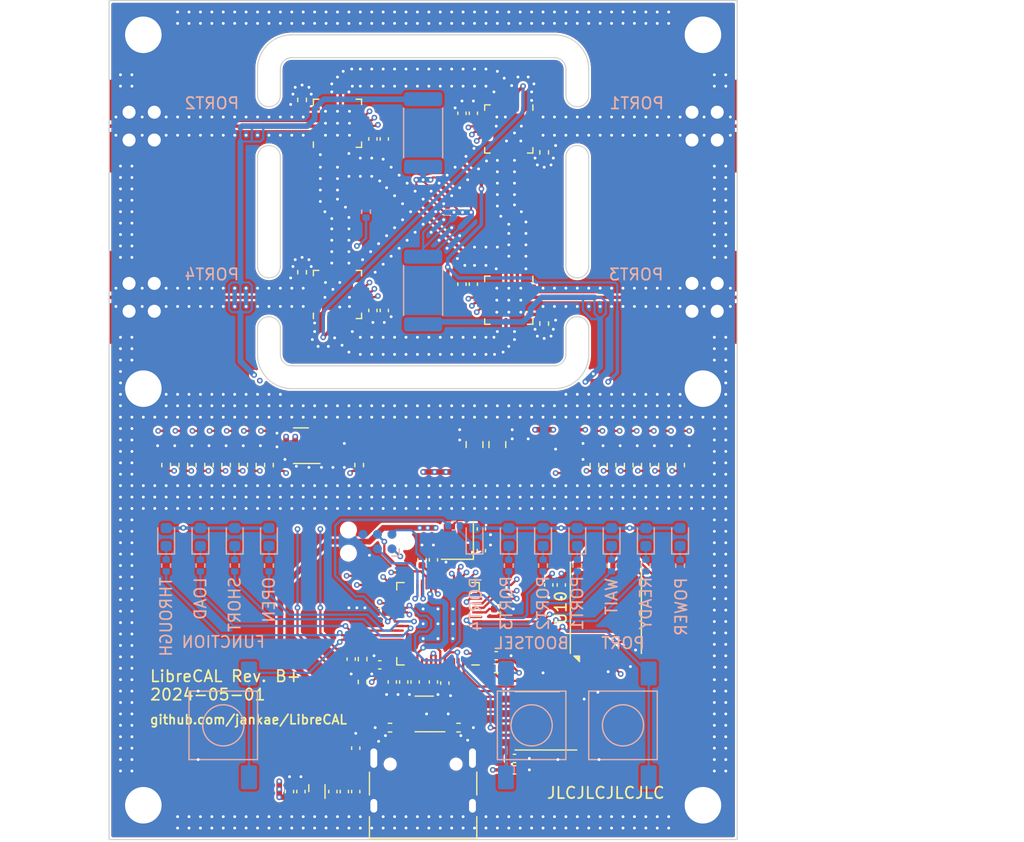
<source format=kicad_pcb>
(kicad_pcb (version 20240108) (generator "pcbnew") (generator_version "8.0")
  (title_block (title "LibreCAL") (date "2024-05-01") (rev "B+"))
  (layers (0 "F.Cu" signal) (1 "In1.Cu" signal) (2 "In2.Cu" signal) (31 "B.Cu" signal) (34 "B.Paste" user) (35 "F.Paste" user) (36 "B.SilkS" user "B.Silkscreen") (37 "F.SilkS" user "F.Silkscreen") (38 "B.Mask" user) (39 "F.Mask" user) (44 "Edge.Cuts" user))
  (net 0 "")
  (net 1 "+3V3")
  (net 2 "GND")
  (net 3 "+5V")
  (net 4 "Net-(U1-VDD)")
  (net 5 "Net-(U7-XIN)")
  (net 6 "+1V1")
  (net 7 "+3.3VADC")
  (net 8 "ADC_TEMP")
  (net 9 "Net-(U7-XOUT)")
  (net 10 "Net-(U9-EN)")
  (net 11 "Net-(U1-V1)")
  (net 12 "Net-(U1-V2)")
  (net 13 "Net-(U1-V3)")
  (net 14 "Net-(U2-V1)")
  (net 15 "Net-(U2-V2)")
  (net 16 "Net-(U2-V3)")
  (net 17 "Net-(U3-V1)")
  (net 18 "Net-(U3-V2)")
  (net 19 "Net-(U3-V3)")
  (net 20 "Net-(U4-V1)")
  (net 21 "/PortSwitch/U3_RFC_J1")
  (net 22 "/PortSwitch/U1_RFC_J2")
  (net 23 "/PortSwitch/U4_RFC_J3")
  (net 24 "/PortSwitch/U2_RFC_J4")
  (net 25 "Net-(U4-V2)")
  (net 26 "Net-(U4-V3)")
  (net 27 "Net-(Q1-G)")
  (net 28 "Net-(D1-K)")
  (net 29 "Net-(D2-K)")
  (net 30 "Net-(D3-K)")
  (net 31 "Net-(D4-K)")
  (net 32 "Net-(D5-K)")
  (net 33 "HEATER")
  (net 34 "Net-(D6-K)")
  (net 35 "Net-(D7-K)")
  (net 36 "Net-(D8-K)")
  (net 37 "Net-(D9-K)")
  (net 38 "Net-(D10-K)")
  (net 39 "Net-(D11-K)")
  (net 40 "Net-(J5-CC1)")
  (net 41 "Net-(R8-Pad2)")
  (net 42 "LED_READY")
  (net 43 "LED_WAIT")
  (net 44 "LED_OPEN")
  (net 45 "LED_SHORT")
  (net 46 "LED_LOAD")
  (net 47 "LED_THROUGH")
  (net 48 "LED_PORT1")
  (net 49 "LED_PORT2")
  (net 50 "LED_PORT3")
  (net 51 "LED_PORT4")
  (net 52 "BUTTON1")
  (net 53 "BUTTON3")
  (net 54 "/PortSwitch/U1_RF2_U2_RF4")
  (net 55 "/PortSwitch/U1_RF3_U4_RF3")
  (net 56 "P1_V1")
  (net 57 "P1_V2")
  (net 58 "P1_V3")
  (net 59 "Net-(U6-I{slash}O1A)")
  (net 60 "P3_V1")
  (net 61 "P3_V2")
  (net 62 "P3_V3")
  (net 63 "Net-(U6-I{slash}O2A)")
  (net 64 "P2_V1")
  (net 65 "P2_V2")
  (net 66 "P2_V3")
  (net 67 "/PortSwitch/U1_RF4_U3_RF3")
  (net 69 "P4_V1")
  (net 70 "P4_V2")
  (net 71 "P4_V3")
  (net 72 "Net-(J5-CC2)")
  (net 74 "Net-(J6-SWDIO)")
  (net 75 "Net-(J6-nRESET)")
  (net 76 "Net-(J6-SWCLK)")
  (net 78 "Net-(Q1-D)")
  (net 79 "Net-(U1-RF6)")
  (net 80 "Net-(U2-RF6)")
  (net 81 "Net-(U3-RF6)")
  (net 82 "Net-(U4-RF6)")
  (net 83 "/PortSwitch/U3_RF2_U2_RF2")
  (net 84 "/PortSwitch/U2_RF3_U4_RF4")
  (net 85 "/PortSwitch/U3_RF4_U4_RF2")
  (net 86 "Net-(U5-~{CS})")
  (net 87 "Net-(C33-Pad1)")
  (net 88 "Net-(C33-Pad3)")
  (net 89 "Net-(SW1-A)")
  (net 90 "Net-(C34-Pad3)")
  (net 92 "Net-(C35-Pad3)")
  (net 94 "Net-(C36-Pad3)")
  (net 96 "Net-(C37-Pad3)")
  (net 98 "Net-(C38-Pad3)")
  (net 99 "Net-(U5-DO(IO_{1}))")
  (net 100 "Net-(C39-Pad3)")
  (net 101 "Net-(U5-~{WP}(IO_{2}))")
  (net 102 "Net-(C40-Pad3)")
  (net 103 "Net-(U5-DI(IO_{0}))")
  (net 104 "Net-(C41-Pad3)")
  (net 105 "Net-(U5-CLK)")
  (net 106 "Net-(C42-Pad3)")
  (net 107 "Net-(U5-~{HOLD}(IO_{3}))")
  (net 108 "Net-(C43-Pad3)")
  (net 109 "Net-(U6-I{slash}O1B)")
  (net 110 "Net-(C44-Pad3)")
  (net 111 "Net-(U6-I{slash}O2B)")
  (net 112 "Net-(C45-Pad3)")
  (net 113 "Net-(C46-Pad1)")
  (net 114 "Net-(U10-~{CS})")
  (net 115 "Net-(C48-Pad3)")
  (net 116 "Net-(C49-Pad1)")
  (net 117 "Net-(C49-Pad3)")
  (net 118 "Net-(R12-Pad2)")
  (net 119 "Net-(C50-Pad3)")
  (net 120 "Net-(C50-Pad1)")
  (net 121 "Net-(U10-DO(IO_{1}))")
  (net 122 "Net-(U10-CLK)")
  (net 123 "Net-(U10-DI(IO_{0}))")
  (footprint "Resistor_SMD:R_0402_1005Metric" (layer "F.Cu") (at 108 106.7 90)
    (property "Reference" "R10" (hide yes))
    (property "Value" "47k" (hide yes))
  )
  (footprint "Capacitor_SMD:C_0402_1005Metric" (layer "F.Cu") (at 129.4 125.8 -90)
    (property "Reference" "C19" (hide yes))
    (property "Value" "100n" (hide yes))
  )
  (footprint "Capacitor_SMD:C_0402_1005Metric" (layer "F.Cu") (at 121.6 131.5 90)
    (property "Reference" "C11" (hide yes))
    (property "Value" "100n" (hide yes))
  )
  (footprint "LibreCAL:NFM18CC" (layer "F.Cu") (at 142.5 104.5 -90)
    (property "Reference" "C45" (hide yes))
    (property "Value" "NFM18CC223R1C3D" (hide yes))
  )
  (footprint "Capacitor_SMD:C_0402_1005Metric" (layer "F.Cu") (at 121.2 123.7 -90)
    (property "Reference" "C27" (hide yes))
    (property "Value" "2u2" (hide yes))
  )
  (footprint "Resistor_SMD:R_0402_1005Metric" (layer "F.Cu") (at 111 106.7 90)
    (property "Reference" "R30" (hide yes))
    (property "Value" "47k" (hide yes))
  )
  (footprint "Capacitor_SMD:C_0402_1005Metric" (layer "F.Cu") (at 128.4 115 90)
    (property "Reference" "C14" (hide yes))
    (property "Value" "100n" (hide yes))
  )
  (footprint "Capacitor_SMD:C_0402_1005Metric" (layer "F.Cu") (at 134.2 119.3)
    (property "Reference" "C16" (hide yes))
    (property "Value" "100n" (hide yes))
  )
  (footprint "Capacitor_SMD:C_0402_1005Metric" (layer "F.Cu") (at 135.5 133.4)
    (property "Reference" "C10" (hide yes))
    (property "Value" "2u2" (hide yes))
  )
  (footprint "MountingHole:MountingHole_3.2mm_M3_ISO14580_Pad_TopBottom" (layer "F.Cu") (at 152 69)
    (property "Reference" "H2" (hide yes))
    (property "Value" "MountingHole_Pad" (hide yes))
  )
  (footprint "Capacitor_SMD:C_0402_1005Metric" (layer "F.Cu") (at 124.1 78.125 -90)
    (property "Reference" "C3" (hide yes))
    (property "Value" "100n" (hide yes))
  )
  (footprint "LibreCAL:NFM21PC" (layer "F.Cu") (at 140.5 105.5 90)
    (property "Reference" "C33" (hide yes))
    (property "Value" "NFM21PC475B1A3D" (hide yes))
  )
  (footprint "LibreCAL:NFM18CC" (layer "F.Cu") (at 144 104.5 -90)
    (property "Reference" "C44" (hide yes))
    (property "Value" "NFM18CC223R1C3D" (hide yes))
  )
  (footprint "Capacitor_SMD:C_0402_1005Metric" (layer "F.Cu") (at 127.4 115 90)
    (property "Reference" "C17" (hide yes))
    (property "Value" "100n" (hide yes))
  )
  (footprint "LibreCAL:NFM18CC" (layer "F.Cu") (at 150 104.5 -90)
    (property "Reference" "C39" (hide yes))
    (property "Value" "NFM18CC223R1C3D" (hide yes))
  )
  (footprint "LibreCAL:BottomCover" (layer "F.Cu") (at 97.5 139.5)
    (property "Reference" "COVER2" (hide yes))
    (property "Value" "Bottom Cover" (hide yes))
  )
  (footprint "Connector_USB:USB_C_Receptacle_HRO_TYPE-C-31-M-12" (layer "F.Cu") (at 127.5 135.5)
    (property "Reference" "J5" (hide yes))
    (property "Value" "USB_C_Receptacle_USB2.0" (hide yes))
  )
  (footprint "LibreCAL:NFM18CC" (layer "F.Cu") (at 148.5 104.5 -90)
    (property "Reference" "C38" (hide yes))
    (property "Value" "NFM18CC223R1C3D" (hide yes))
  )
  (footprint "LibreCAL:NFM18CC" (layer "F.Cu") (at 111 104.5 -90)
    (property "Reference" "C41" (hide yes))
    (property "Value" "NFM18CC223R1C3D" (hide yes))
  )
  (footprint "Capacitor_SMD:C_0402_1005Metric" (layer "F.Cu") (at 139.6 117.2 -90)
    (property "Reference" "C26" (hide yes))
    (property "Value" "100n" (hide yes))
  )
  (footprint "Package_SO:SOIC-8_3.9x4.9mm_P1.27mm" (layer "F.Cu") (at 137.5 129.1 180)
    (property "Reference" "U5" (hide yes))
    (property "Value" "W25Q16JVSNIQ" (hide yes))
  )
  (footprint "Capacitor_SMD:C_0402_1005Metric" (layer "F.Cu") (at 131.9 75.875 90)
    (property "Reference" "C7" (hide yes))
    (property "Value" "10n" (hide yes))
  )
  (footprint "Capacitor_SMD:C_0402_1005Metric" (layer "F.Cu") (at 132.6 112.3 -90)
    (property "Reference" "C13" (hide yes))
    (property "Value" "12p" (hide yes))
  )
  (footprint "Resistor_SMD:R_0402_1005Metric" (layer "F.Cu") (at 116.9 74.7 90)
    (property "Reference" "R1" (hide yes))
    (property "Value" "CH0402-50RGFTA" (hide yes))
  )
  (footprint "MountingHole:MountingHole_3.2mm_M3_ISO14580_Pad_TopBottom" (layer "F.Cu") (at 152 100)
    (property "Reference" "H5" (hide yes))
    (property "Value" "MountingHole_Pad" (hide yes))
  )
  (footprint "Resistor_SMD:R_0402_1005Metric" (layer "F.Cu") (at 138.1 79.3 -90)
    (property "Reference" "R3" (hide yes))
    (property "Value" "CH0402-50RGFTA" (hide yes))
  )
  (footprint "LibreCAL:NFM18CC" (layer "F.Cu") (at 145.5 104.5 -90)
    (property "Reference" "C43" (hide yes))
    (property "Value" "NFM18CC223R1C3D" (hide yes))
  )
  (footprint "Capacitor_SMD:C_0402_1005Metric" (layer "F.Cu") (at 119.6 135.3 -90)
    (property "Reference" "C30" (hide yes))
    (property "Value" "100n" (hide yes))
  )
  (footprint "Package_DFN_QFN:QFN-24-1EP_4x4mm_P0.5mm_EP2.7x2.7mm" (layer "F.Cu") (at 135 92.25 -90)
    (property "Reference" "U4" (hide yes))
    (property "Value" "PE426462" (hide yes))
  )
  (footprint "LibreCAL:NFM18CC" (layer "F.Cu") (at 108 104.5 -90)
    (property "Reference" "C34" (hide yes))
    (property "Value" "NFM18CC223R1C3D" (hide yes))
  )
  (footprint "Capacitor_SMD:C_0402_1005Metric" (layer "F.Cu") (at 123.7 124.2 180)
    (property "Reference" "C20" (hide yes))
    (property "Value" "100n" (hide yes))
  )
  (footprint "Capacitor_SMD:C_0402_1005Metric" (layer "F.Cu") (at 135.5 132.4)
    (property "Reference" "C9" (hide yes))
    (property "Value" "100n" (hide yes))
  )
  (footprint "LibreCAL:NFM18CC" (layer "F.Cu") (at 105 104.5 -90)
    (property "Reference" "C36" (hide yes))
    (property "Value" "NFM18CC223R1C3D" (hide yes))
  )
  (footprint "Resistor_SMD:R_0402_1005Metric" (layer "F.Cu") (at 106.5 106.7 90)
    (property "Reference" "R11" (hide yes))
    (property "Value" "47k" (hide yes))
  )
  (footprint "Capacitor_SMD:C_0402_1005Metric" (layer "F.Cu") (at 138.5 117.2 -90)
    (property "Reference" "C25" (hide yes))
    (property "Value" "2u2" (hide yes))
  )
  (footprint "MountingHole:MountingHole_3.2mm_M3_ISO14580_Pad_TopBottom" (layer "F.Cu") (at 103 69)
    (property "Reference" "H3" (hide yes))
    (property "Value" "MountingHole_Pad" (hide yes))
  )
  (footprint "Resistor_SMD:R_0402_1005Metric" (layer "F.Cu") (at 105 106.7 90)
    (property "Reference" "R25" (hide yes))
    (property "Value" "47k" (hide yes))
  )
  (footprint "Resistor_SMD:R_0402_1005Metric" (layer "F.Cu") (at 122.2 125.7 90)
    (property "Reference" "R12" (hide yes))
    (property "Value" "10k" (hide yes))
  )
  (footprint "LibreCAL:901-10510-2" (layer "F.Cu") (at 155 77)
    (property "Reference" "J1" (hide yes))
    (property "Value" "901-10510-2" (hide yes))
  )
  (footprint "LibreCAL:NFM18CC" (layer "F.Cu") (at 109.5 104.5 -90)
    (property "Reference" "C40" (hide yes))
    (property "Value" "NFM18CC223R1C3D" (hide yes))
  )
  (footprint "Capacitor_SMD:C_0402_1005Metric" (layer "F.Cu") (at 121.6 135.3 -90)
    (property "Reference" "C28" (hide yes))
    (property "Value" "2u2" (hide yes))
  )
  (footprint "LibreCAL:901-10510-2" (layer "F.Cu") (at 100 77 180)
    (property "Reference" "J2" (hide yes))
    (property "Value" "901-10510-2" (hide yes))
  )
  (footprint "Resistor_SMD:R_0402_1005Metric" (layer "F.Cu") (at 133.9 124.5)
    (property "Reference" "R7" (hide yes))
    (property "Value" "1k" (hide yes))
  )
  (footprint "Resistor_SMD:R_0402_1005Metric" (layer "F.Cu") (at 122.2 123.7 90)
    (property "Reference" "R13" (hide yes))
    (property "Value" "10k" (hide yes))
  )
  (footprint "Resistor_SMD:R_0402_1005Metric" (layer "F.Cu") (at 147 106.7 90)
    (property "Reference" "R26" (hide yes))
    (property "Value" "47k" (hide yes))
  )
  (footprint "Inductor_SMD:L_0402_1005Metric" (layer "F.Cu") (at 123.8 125.7 -90)
    (property "Reference" "FB1" (hide yes))
    (property "Value" "MMZ1005S121CTD25" (hide yes))
  )
  (footprint "Inductor_SMD:L_0402_1005Metric" (layer "F.Cu") (at 121.6 133.4 -90)
    (property "Reference" "FB2" (hide yes))
    (property "Value" "MMZ1005S121CTD25" (hide yes))
  )
  (footprint "Capacitor_SMD:C_0402_1005Metric" (layer "F.Cu") (at 128.4 125.7 -90)
    (property "Reference" "C22" (hide yes))
    (property "Value" "100n" (hide yes))
  )
  (footprint "Resistor_SMD:R_0402_1005Metric" (layer "F.Cu") (at 148.5 106.7 90)
    (property "Reference" "R27" (hide yes))
    (property "Value" "47k" (hide yes))
  )
  (footprint "MountingHole:MountingHole_3.2mm_M3_ISO14580_Pad_TopBottom" (layer "F.Cu") (at 103 136.5)
    (property "Reference" "H4" (hide yes))
    (property "Value" "MountingHole_Pad" (hide yes))
  )
  (footprint "LibreCAL:NFM18CC" (layer "F.Cu") (at 147 104.5 -90)
    (property "Reference" "C37" (hide yes))
    (property "Value" "NFM18CC223R1C3D" (hide yes))
  )
  (footprint "Inductor_SMD:L_0402_1005Metric" (layer "F.Cu") (at 140.5 107.4)
    (property "Reference" "FB3" (hide yes))
    (property "Value" "MMZ1005A222ET000" (hide yes))
  )
  (footprint "Capacitor_SMD:C_0402_1005Metric" (layer "F.Cu") (at 130.9 90.85 90)
    (property "Reference" "C6" (hide yes))
    (property "Value" "100n" (hide yes))
  )
  (footprint "Package_DFN_QFN:QFN-24-1EP_4x4mm_P0.5mm_EP2.7x2.7mm" (layer "F.Cu") (at 120 76.75 90)
    (property "Reference" "U1" (hide yes))
    (property "Value" "PE426462" (hide yes))
  )
  (footprint "Capacitor_SMD:C_0402_1005Metric" (layer "F.Cu") (at 132.6 114.2 90)
    (property "Reference" "C12" (hide yes))
    (property "Value" "12p" (hide yes))
  )
  (footprint "Package_SON:WSON-8-1EP_8x6mm_P1.27mm_EP3.4x4.3mm" (layer "F.Cu") (at 143.5 119.2 90)
    (property "Reference" "U10")
    (property "Value" "W25N01GVZEIG")
  )
  (footprint "LibreCAL:NFM18CC" (layer "F.Cu") (at 114 104.5 90)
    (property "Reference" "C50" (hide yes))
    (property "Value" "NFM18CC223R1C3D" (hide yes))
  )
  (footprint "Capacitor_SMD:C_0402_1005Metric" (layer "F.Cu") (at 120.6 135.3 -90)
    (property "Reference" "C29" (hide yes))
    (property "Value" "2u2" (hide yes))
  )
  (footprint "LibreCAL:DFN-6-1EP_1.2x1.2mm_P0.4mm_EP0.3x0.94mm" (layer "F.Cu") (at 118.2 135.3 90)
    (property "Reference" "U9" (hide yes))
    (property "Value" "MIC5528-3.3YMT-TR" (hide yes))
  )
  (footprint "Resistor_SMD:R_0402_1005Metric" (layer "F.Cu") (at 124.6 129.7 180)
    (property "Reference" "R6" (hide yes))
    (property "Value" "5k1" (hide yes))
  )
  (footprint "Resistor_SMD:R_0402_1005Metric" (layer "F.Cu") (at 109.5 106.7 90)
    (property "Reference" "R29" (hide yes))
    (property "Value" "47k" (hide yes))
  )
  (footprint "Capacitor_SMD:C_0402_1005Metric" (layer "F.Cu") (at 126.8 125.7 -90)
    (property "Reference" "C21" (hide yes))
    (property "Value" "2u2" (hide yes))
  )
  (footprint "LibreCAL:NFM18CC" (layer "F.Cu") (at 106.5 104.5 -90)
    (property "Reference" "C35" (hide yes))
    (property "Value" "NFM18CC223R1C3D" (hide yes))
  )
  (footprint "Package_TO_SOT_SMD:SOT-23" (layer "F.Cu") (at 116.8 105 180)
    (property "Reference" "Q1" (hide yes))
    (property "Value" "IRLML2060" (hide yes))
  )
  (footprint "LibreCAL:NFM21PC" (layer "F.Cu") (at 138.1 104.6 90)
    (property "Reference" "C49" (hide yes))
    (property "Value" "NFM21PC475B1A3D" (hide yes))
  )
  (footprint "Resistor_SMD:R_0402_1005Metric" (layer "F.Cu") (at 112.5 106.7 90)
    (property "Reference" "R31" (hide yes))
    (property "Value" "47k" (hide yes))
  )
  (footprint "Inductor_SMD:L_0402_1005Metric" (layer "F.Cu") (at 140.5 103.6)
    (property "Reference" "FB4" (hide yes))
    (property "Value" "MMZ1005A222ET000" (hide yes))
  )
  (footprint "Resistor_SMD:R_0402_1005Metric" (layer "F.Cu") (at 142.5 106.7 90)
    (property "Reference" "R34" (hide yes))
    (property "Value" "47k" (hide yes))
  )
  (footprint "Capacitor_SMD:C_0805_2012Metric" (layer "F.Cu") (at 132 104.9 90)
    (property "Reference" "C46" (hide yes))
    (property "Value" "22u" (hide yes))
  )
  (footprint "MountingHole:MountingHole_3.2mm_M3_ISO14580_Pad_TopBottom" (layer "F.Cu") (at 103 100)
    (property "Reference" "H6" (hide yes))
    (property "Value" "MountingHole_Pad" (hide yes))
  )
  (footprint "Resistor_SMD:R_0402_1005Metric" (layer "F.Cu") (at 130.6 129.7)
    (property "Reference" "R5" (hide yes))
    (property "Value" "5k1" (hide yes))
  )
  (footprint "LibreCAL:901-10510-2" (layer "F.Cu") (at 155 92)
    (property "Reference" "J3" (hide yes))
    (property "Value" "901-10510-2" (hide yes))
  )
  (footprint "Resistor_SMD:R_0402_1005Metric" (layer "F.Cu") (at 121.9 106.7 90)
    (property "Reference" "R35" (hide yes))
    (property "Value" "47k" (hide yes))
  )
  (footprint "Crystal:Crystal_SMD_2520-4Pin_2.5x2.0mm" (layer "F.Cu") (at 130.5 113.3 90)
    (property "Reference" "Y1" (hide yes))
    (property "Value" "ECS-120-8-36-CKM-TR3" (hide yes))
  )
  (footprint "Resistor_SMD:R_0402_1005Metric" (layer "F.Cu") (at 150 106.7 90)
    (property "Reference" "R28" (hide yes))
    (property "Value" "47k" (hide yes))
  )
  (footprint "Package_DFN_QFN:QFN-24-1EP_4x4mm_P0.5mm_EP2.7x2.7mm" (layer "F.Cu") (at 135 77.25 -90)
    (property "Reference" "U3" (hide yes))
    (property "Value" "PE426462" (hide yes))
  )
  (footprint "Capacitor_SMD:C_0402_1005Metric" (layer "F.Cu") (at 123.1 78.125 -90)
    (property "Reference" "C1" (hide yes))
    (property "Value" "10n" (hide yes))
  )
  (footprint "LibreCAL:NFM18CC" (layer "F.Cu") (at 120.1 105.9)
    (property "Reference" "C48" (hide yes))
    (property "Value" "NFM18CC223R1C3D" (hide yes))
  )
  (footprint "Capacitor_SMD:C_0402_1005Metric" (layer "F.Cu") (at 133.9 123.4)
    (property "Reference" "C15" (hide yes))
    (property "Value" "100n" (hide yes))
  )
  (footprint "Resistor_SMD:R_0402_1005Metric" (layer "F.Cu") (at 145.5 106.7 90)
    (property "Reference" "R32" (hide yes))
    (property "Value" "47k" (hide yes))
  )
  (footprint "Capacitor_SMD:C_0805_2012Metric" (layer "F.Cu") (at 134 104.9 90)
    (property "Reference" "C47" (hide yes))
    (property "Value" "22u" (hide yes))
  )
  (footprint "Capacitor_SMD:C_0402_1005Metric" (layer "F.Cu") (at 125.8 125.7 -90)
    (property "Reference" "C23" (hide yes))
    (property "Value" "2u2" (hide yes))
  )
  (footprint "Capacitor_SMD:C_0402_1005Metric" (layer "F.Cu") (at 116.8 135.3 90)
    (property "Reference" "C31" (hide yes))
    (property "Value" "100n" (hide yes))
  )
  (footprint "MountingHole:MountingHole_3.2mm_M3_ISO14580_Pad_TopBottom" (layer "F.Cu") (at 152 136.5)
    (property "Reference" "H1" (hide yes))
    (property "Value" "MountingHole_Pad" (hide yes))
  )
  (footprint "Capacitor_SMD:C_0402_1005Metric" (layer "F.Cu") (at 124.8 125.7 -90)
    (property "Reference" "C24" (hide yes))
    (property "Value" "2u2" (hide yes))
  )
  (footprint "Resistor_SMD:R_0402_1005Metric" (layer "F.Cu") (at 114 106.7 -90)
    (property "Reference" "R36" (hide yes))
    (property "Value" "100" (hide yes))
  )
  (footprint "Inductor_SMD:L_0402_1005Metric" (layer "F.Cu") (at 130.4 106.8 90)
    (property "Reference" "FB5" (hide yes))
    (property "Value" "MMZ1005S121CTD25" (hide yes))
  )
  (footprint "LibreCAL:901-10510-2" (layer "F.Cu") (at 100 92 180)
    (property "Reference" "J4" (hide yes))
    (property "Value" "901-10510-2" (hide yes))
  )
  (footprint "Resistor_SMD:R_0402_1005Metric" (layer "F.Cu") (at 144 106.7 90)
    (property "Reference" "R33" (hide yes))
    (property "Value" "47k" (hide yes))
  )
  (footprint "Capacitor_SMD:C_0402_1005Metric" (layer "F.Cu") (at 123.1 93.15 -90)
    (property "Reference" "C2" (hide yes))
    (property "Value" "10n" (hide yes))
  )
  (footprint "LibreCAL:NFM18CC" (layer "F.Cu") (at 112.5 104.5 -90)
    (property "Reference" "C42" (hide yes))
    (property "Value" "NFM18CC223R1C3D" (hide yes))
  )
  (footprint "Capacitor_SMD:C_0402_1005Metric" (layer "F.Cu") (at 124.1 93.15 -90)
    (property "Reference" "C4" (hide yes))
    (property "Value" "100n" (hide yes))
  )
  (footprint "Capacitor_SMD:C_0402_1005Metric" (layer "F.Cu") (at 115.8 135.3 90)
    (property "Reference" "C32" (hide yes))
    (property "Value" "2u2" (hide yes))
  )
  (footprint "Resistor_SMD:R_0402_1005Metric" (layer "F.Cu") (at 116.9 89.8 90)
    (property "Reference" "R2" (hide yes))
    (property "Value" "CH0402-50RGFTA" (hide yes))
  )
  (footprint "Inductor_SMD:L_0402_1005Metric" (layer "F.Cu") (at 136 105.6)
    (property "Reference" "FB6" (hide yes))
    (property "Value" "MMZ1005S121CTD25" (hide yes))
  )
  (footprint "Package_DFN_QFN:QFN-24-1EP_4x4mm_P0.5mm_EP2.7x2.7mm" (layer "F.Cu") (at 120 91.75 90)
    (property "Reference" "U2" (hide yes))
    (property "Value" "PE426462" (hide yes))
  )
  (footprint "Capacitor_SMD:C_0402_1005Metric" (layer "F.Cu") (at 131.9 90.85 90)
    (property "Reference" "C8" (hide yes))
    (property "Value" "10n" (hide yes))
  )
  (footprint "Capacitor_SMD:C_0402_1005Metric" (layer "F.Cu") (at 130.9 75.875 90)
    (property "Reference" "C5" (hide yes))
    (property "Value" "100n" (hide yes))
  )
  (footprint "LibreCAL:RP2040" (layer "F.Cu") (at 128.8 120.6 180)
    (property "Reference" "U7" (hide yes))
    (property "Value" "RP2040" (hide yes))
  )
  (footprint "Package_TO_SOT_SMD:SOT-23-6" (layer "F.Cu") (at 127.6 128.5 180)
    (property "Reference" "U6" (hide yes))
    (property "Value" "IP4234CZ6" (hide yes))
  )
  (footprint "Resistor_SMD:R_0402_1005Metric" (layer "F.Cu") (at 138.1 94.3 -90)
    (property "Reference" "R4" (hide yes))
    (property "Value" "CH0402-50RGFTA" (hide yes))
  )
  (footprint "Capacitor_SMD:C_0402_1005Metric" (layer "F.Cu") (at 123.7 119.6 180)
    (property "Reference" "C18" (hide yes))
    (property "Value" "100n" (hide yes))
  )
  (footprint "Resistor_SMD:R_2512_6332Metric" (layer "B.Cu") (at 127.5 77.6 90)
    (property "Reference" "R9" (hide yes))
    (property "Value" "6R2" (hide yes))
  )
  (footprint "Resistor_SMD:R_0402_1005Metric" (layer "B.Cu") (at 141 115.5 -90)
    (property "Reference" "R22" (hide yes))
    (property "Value" "330" (hide yes))
  )
  (footprint "LED_SMD:LED_0603_1608Metric" (layer "B.Cu") (at 150 113 90)
    (property "Reference" "D1" (hide yes))
    (property "Value" "Green" (hide yes))
  )
  (footprint "LED_SMD:LED_0603_1608Metric" (layer "B.Cu") (at 138 113 90)
    (property "Reference" "D8" (hide yes))
    (property "Value" "Green" (hide yes))
  )
  (footprint "LibreCAL:TopCover" (layer "B.Cu") (at 157.5 139.5 180)
    (property "Reference" "COVER1" (hide yes))
    (property "Value" "Top Cover" (hide yes))
  )
  (footprint "Resistor_SMD:R_0402_1005Metric" (layer "B.Cu") (at 111 115.5 -90)
    (property "Reference" "R18" (hide yes))
    (property "Value" "330" (hide yes))
  )
  (footprint "Resistor_SMD:R_0402_1005Metric" (layer "B.Cu") (at 135 115.5 -90)
    (property "Reference" "R24" (hide yes))
    (property "Value" "330" (hide yes))
  )
  (footprint "LibreCAL:TL3301N-J" (layer "B.Cu") (at 137 129.5 -90)
    (property "Reference" "SW1" (hide yes))
    (property "Value" "TL3301NF160QG" (hide yes))
  )
  (footprint "LED_SMD:LED_0603_1608Metric" (layer "B.Cu") (at 132 113 90)
    (property "Reference" "D10" (hide yes))
    (property "Value" "Green" (hide yes))
  )
  (footprint "LED_SMD:LED_0603_1608Metric" (layer "B.Cu") (at 135 113 90)
    (property "Reference" "D11" (hide yes))
    (property "Value" "Green" (hide yes))
  )
  (footprint "Resistor_SMD:R_0402_1005Metric" (layer "B.Cu") (at 130.2 112 180)
    (property "Reference" "R23" (hide yes))
    (property "Value" "330" (hide yes))
  )
  (footprint "LED_SMD:LED_0603_1608Metric" (layer "B.Cu") (at 141 113 90)
    (property "Reference" "D9" (hide yes))
    (property "Value" "Green" (hide yes))
  )
  (footprint "LED_SMD:LED_0603_1608Metric" (layer "B.Cu") (at 111 113 90)
    (property "Reference" "D5" (hide yes))
    (property "Value" "Green" (hide yes))
  )
  (footprint "Resistor_SMD:R_0402_1005Metric" (layer "B.Cu") (at 147 115.5 -90)
    (property "Reference" "R15" (hide yes))
    (property "Value" "330" (hide yes))
  )
  (footprint "Resistor_SMD:R_0402_1005Metric" (layer "B.Cu") (at 108 115.5 -90)
    (property "Reference" "R19" (hide yes))
    (property "Value" "330" (hide yes))
  )
  (footprint "Resistor_SMD:R_0402_1005Metric" (layer "B.Cu") (at 144 115.5 -90)
    (property "Reference" "R16" (hide yes))
    (property "Value" "330" (hide yes))
  )
  (footprint "Resistor_SMD:R_0402_1005Metric" (layer "B.Cu") (at 138 115.5 -90)
    (property "Reference" "R21" (hide yes))
    (property "Value" "330" (hide yes))
  )
  (footprint "Connector:Tag-Connect_TC2030-IDC-NL_2x03_P1.27mm_Vertical" (layer "B.Cu") (at 123.5 113.4 180)
    (property "Reference" "J6" (hide yes))
    (property "Value" "TC2030-ARM" (hide yes))
  )
  (footprint "Resistor_SMD:R_0402_1005Metric" (layer "B.Cu") (at 105 115.5 -90)
    (property "Reference" "R20" (hide yes))
    (property "Value" "330" (hide yes))
  )
  (footprint "LibreCAL:TL3301C-J" (layer "B.Cu") (at 110 129.5 90)
    (property "Reference" "SW3" (hide yes))
    (property "Value" "TL3301CF160QG" (hide yes))
  )
  (footprint "Resistor_SMD:R_0402_1005Metric" (layer "B.Cu") (at 114 115.5 -90)
    (property "Reference" "R17" (hide yes))
    (property "Value" "330" (hide yes))
  )
  (footprint "Resistor_SMD:R_0402_1005Metric" (layer "B.Cu") (at 150 115.5 -90)
    (property "Reference" "R14" (hide yes))
    (property "Value" "330" (hide yes))
  )
  (footprint "LED_SMD:LED_0603_1608Metric" (layer "B.Cu") (at 108 113 90)
    (property "Reference" "D6" (hide yes))
    (property "Value" "Green" (hide yes))
  )
  (footprint "Resistor_SMD:R_2512_6332Metric" (layer "B.Cu") (at 127.5 91.4 90)
    (property "Reference" "R8" (hide yes))
    (property "Value" "6R2" (hide yes))
  )
  (footprint "LED_SMD:LED_0603_1608Metric" (layer "B.Cu") (at 144 113 90)
    (property "Reference" "D3" (hide yes))
    (property "Value" "Red" (hide yes))
  )
  (footprint "LED_SMD:LED_0603_1608Metric" (layer "B.Cu") (at 147 113 90)
    (property "Reference" "D2" (hide yes))
    (property "Value" "Green" (hide yes))
  )
  (footprint "Resistor_SMD:R_0402_1005Metric" (layer "B.Cu") (at 122.5 84.5 90)
    (property "Reference" "TH1" (hide yes))
    (property "Value" "ERT-J0ER103J" (hide yes))
  )
  (footprint "LibreCAL:TL3301C-J" (layer "B.Cu") (at 145 129.5 90)
    (property "Reference" "SW2" (hide yes))
    (property "Value" "TL3301CF160QG" (hide yes))
  )
  (footprint "LED_SMD:LED_0603_1608Metric" (layer "B.Cu") (at 105 113 90)
    (property "Reference" "D7" (hide yes))
    (property "Value" "Green" (hide yes))
  )
  (footprint "LED_SMD:LED_0603_1608Metric" (layer "B.Cu") (at 114 113 90)
    (property "Reference" "D4" (hide yes))
    (property "Value" "Green" (hide yes))
  )
  (gr_line (start 142 97) (end 142 94.7) (stroke (width 0.1)) (layer "Edge.Cuts"))
  (gr_arc (start 138.999993 71.000007) (mid 139.707102 71.292898) (end 139.999993 72.000007) (stroke (width 0.1)) (layer "Edge.Cuts"))
  (gr_arc (start 116.000007 97.999993) (mid 115.292898 97.707102) (end 115.000007 96.999993) (stroke (width 0.1)) (layer "Edge.Cuts"))
  (gr_arc (start 115 72) (mid 115.292893 71.292893) (end 116 71) (stroke (width 0.1)) (layer "Edge.Cuts"))
  (gr_line (start 138.999993 69.000007) (end 116.000001 69) (stroke (width 0.1)) (layer "Edge.Cuts"))
  (gr_line (start 155 139.5) (end 100 139.5) (stroke (width 0.1)) (layer "Edge.Cuts"))
  (gr_line (start 115 79.7) (end 115 89.3) (stroke (width 0.1)) (layer "Edge.Cuts"))
  (gr_line (start 113.000007 96.999992) (end 113 94.7) (stroke (width 0.1)) (layer "Edge.Cuts"))
  (gr_line (start 100 139.5) (end 100 66) (stroke (width 0.1)) (layer "Edge.Cuts"))
  (gr_line (start 115 72) (end 115 74.3) (stroke (width 0.1)) (layer "Edge.Cuts"))
  (gr_arc (start 142 89.3) (mid 141 90.3) (end 140 89.3) (stroke (width 0.1)) (layer "Edge.Cuts"))
  (gr_line (start 140 74.3) (end 139.999993 72.000007) (stroke (width 0.1)) (layer "Edge.Cuts"))
  (gr_arc (start 113 79.7) (mid 114 78.7) (end 115 79.7) (stroke (width 0.1)) (layer "Edge.Cuts"))
  (gr_arc (start 142 97) (mid 141.12132 99.121321) (end 138.999999 100) (stroke (width 0.1)) (layer "Edge.Cuts"))
  (gr_line (start 140 89.3) (end 140 79.7) (stroke (width 0.1)) (layer "Edge.Cuts"))
  (gr_line (start 113 72) (end 113 74.3) (stroke (width 0.1)) (layer "Edge.Cuts"))
  (gr_arc (start 140 97) (mid 139.707107 97.707107) (end 139 98) (stroke (width 0.1)) (layer "Edge.Cuts"))
  (gr_line (start 116 71) (end 139 71) (stroke (width 0.1)) (layer "Edge.Cuts"))
  (gr_arc (start 116.000007 99.999993) (mid 113.878684 99.121315) (end 113.000007 96.999992) (stroke (width 0.1)) (layer "Edge.Cuts"))
  (gr_arc (start 115 89.3) (mid 114 90.3) (end 113 89.3) (stroke (width 0.1)) (layer "Edge.Cuts"))
  (gr_line (start 155 66) (end 155 139.5) (stroke (width 0.1)) (layer "Edge.Cuts"))
  (gr_line (start 142 79.7) (end 142 89.3) (stroke (width 0.1)) (layer "Edge.Cuts"))
  (gr_arc (start 142 74.3) (mid 141 75.3) (end 140 74.3) (stroke (width 0.1)) (layer "Edge.Cuts"))
  (gr_line (start 115 94.7) (end 115.000007 96.999993) (stroke (width 0.1)) (layer "Edge.Cuts"))
  (gr_arc (start 113 72) (mid 113.87868 69.878679) (end 116.000001 69) (stroke (width 0.1)) (layer "Edge.Cuts"))
  (gr_line (start 141.999993 72.000008) (end 142 74.3) (stroke (width 0.1)) (layer "Edge.Cuts"))
  (gr_arc (start 140 94.7) (mid 141 93.7) (end 142 94.7) (stroke (width 0.1)) (layer "Edge.Cuts"))
  (gr_arc (start 140 79.7) (mid 141 78.7) (end 142 79.7) (stroke (width 0.1)) (layer "Edge.Cuts"))
  (gr_line (start 139 98) (end 116 98) (stroke (width 0.1)) (layer "Edge.Cuts"))
  (gr_line (start 116.000007 99.999993) (end 138.999999 100) (stroke (width 0.1)) (layer "Edge.Cuts"))
  (gr_line (start 113 79.7) (end 113 89.3) (stroke (width 0.1)) (layer "Edge.Cuts"))
  (gr_arc (start 115 74.3) (mid 114 75.3) (end 113 74.3) (stroke (width 0.1)) (layer "Edge.Cuts"))
  (gr_arc (start 138.999993 69.000007) (mid 141.121316 69.878685) (end 141.999993 72.000008) (stroke (width 0.1)) (layer "Edge.Cuts"))
  (gr_line (start 140 97) (end 140 94.7) (stroke (width 0.1)) (layer "Edge.Cuts"))
  (gr_line (start 100 66) (end 155 66) (stroke (width 0.1)) (layer "Edge.Cuts"))
  (gr_arc (start 113 94.7) (mid 114 93.7) (end 115 94.7) (stroke (width 0.1)) (layer "Edge.Cuts"))
  (gr_text "PORT1" (at 141 118.8 90) (layer "B.SilkS") (effects (font (size 1 1)) (justify mirror)))
  (gr_text "PORT" (at 145 122.3 0) (layer "B.SilkS") (effects (font (size 1 1)) (justify mirror)))
  (gr_text "PORT4" (at 132.1 118.9 90) (layer "B.SilkS") (effects (font (size 1 1)) (justify mirror)))
  (gr_text "THROUGH" (at 105 120 90) (layer "B.SilkS") (effects (font (size 1 1)) (justify mirror)))
  (gr_text "WAIT" (at 144 118.2 90) (layer "B.SilkS") (effects (font (size 1 1)) (justify mirror)))
  (gr_text "SHORT" (at 111 118.9 90) (layer "B.SilkS") (effects (font (size 1 1)) (justify mirror)))
  (gr_text "PORT2" (at 138 118.8 90) (layer "B.SilkS") (effects (font (size 1 1)) (justify mirror)))
  (gr_text "LOAD" (at 108 118.4 90) (layer "B.SilkS") (effects (font (size 1 1)) (justify mirror)))
  (gr_text "OPEN" (at 114 118.5 90) (layer "B.SilkS") (effects (font (size 1 1)) (justify mirror)))
  (gr_text "PORT1" (at 146.2 75 0) (layer "B.SilkS") (effects (font (size 1 1)) (justify mirror)))
  (gr_text "POWER" (at 150.1 119.1 90) (layer "B.SilkS") (effects (font (size 1 1)) (justify mirror)))
  (gr_text "PORT4" (at 109 90 0) (layer "B.SilkS") (effects (font (size 1 1)) (justify mirror)))
  (gr_text "READY" (at 147 118.8 90) (layer "B.SilkS") (effects (font (size 1 1)) (justify mirror)))
  (gr_text "BOOTSEL" (at 137 122.3 0) (layer "B.SilkS") (effects (font (size 1 1)) (justify mirror)))
  (gr_text "FUNCTION" (at 110 122.2 0) (layer "B.SilkS") (effects (font (size 1 1)) (justify mirror)))
  (gr_text "PORT3" (at 134.8 118.8 90) (layer "B.SilkS") (effects (font (size 1 1)) (justify mirror)))
  (gr_text "PORT3" (at 146.15 90 0) (layer "B.SilkS") (effects (font (size 1 1)) (justify mirror)))
  (gr_text "PORT2" (at 109 75 0) (layer "B.SilkS") (effects (font (size 1 1)) (justify mirror)))
  (gr_text "JLCJLCJLCJLC" (at 138.25 136 0) (layer "F.SilkS") (effects (font (size 1 1)) (justify left bottom)))
  (gr_text "LibreCAL Rev. ${REVISION}\n${ISSUE_DATE} " (at 103.5 126 0) (layer "F.SilkS") (effects (font (size 1 1)) (justify left)))
  (gr_text "github.com/jankae/LibreCAL" (at 103.5 129 0) (layer "F.SilkS") (effects (font (size 0.8 0.8)) (justify left)))
  (segment (start 126.1 119.6) (end 126.3 119.8) (width 0.2) (layer "F.Cu") (net 1))
  (segment (start 128.6 124.0375) (end 128.6 125.02) (width 0.2) (layer "F.Cu") (net 1))
  (segment (start 132.2375 123.2) (end 131.4 123.2) (width 0.2) (layer "F.Cu") (net 1))
  (segment (start 132.2375 119.6) (end 133 119.6) (width 0.2) (layer "F.Cu") (net 1))
  (segment (start 125.3625 123.2) (end 126.3 123.2) (width 0.2) (layer "F.Cu") (net 1))
  (segment (start 132.2375 123.2) (end 133.42 123.2) (width 0.2) (layer "F.Cu") (net 1))
  (segment (start 128.6 123.4) (end 128.4 123.2) (width 0.2) (layer "F.Cu") (net 1))
  (segment (start 123.8 125.215) (end 123.4955 125.215) (width 0.2) (layer "F.Cu") (net 1))
  (segment (start 128.2 125.02) (end 128.4 125.22) (width 0.2) (layer "F.Cu") (net 1))
  (segment (start 141.595 114.305) (end 141.595 115.45) (width 0.2) (layer "F.Cu") (net 1))
  (segment (start 124.18 124.835) (end 123.8 125.215) (width 0.2) (layer "F.Cu") (net 1))
  (segment (start 128.2 123.4) (end 128.4 123.2) (width 0.2) (layer "F.Cu") (net 1))
  (segment (start 114.9 135.8) (end 114.9 135.1) (width 0.5) (layer "F.Cu") (net 1))
  (segment (start 115.8 135.78) (end 114.92 135.78) (width 0.5) (layer "F.Cu") (net 1))
  (segment (start 144.135 124.335) (end 144.135 122.95) (width 0.2) (layer "F.Cu") (net 1))
  (segment (start 128.6 117.8) (end 128.8 118) (width 0.2) (layer "F.Cu") (net 1))
  (segment (start 133.8 119.38) (end 133.72 119.3) (width 0.4) (layer "F.Cu") (net 1))
  (segment (start 115.8 135.78) (end 116.8 135.78) (width 0.5) (layer "F.Cu") (net 1))
  (segment (start 128.6 125.02) (end 128.4 125.22) (width 0.2) (layer "F.Cu") (net 1))
  (segment (start 125.3625 119.6) (end 126.1 119.6) (width 0.2) (layer "F.Cu") (net 1))
  (segment (start 135.025 132.395) (end 135.02 132.4) (width 0.3) (layer "F.Cu") (net 1))
  (segment (start 126.6 124.499264) (end 125.879264 125.22) (width 0.2) (layer "F.Cu") (net 1))
  (segment (start 140.87 115.45) (end 139.6 116.72) (width 0.5) (layer "F.Cu") (net 1))
  (segment (start 135.02 133.4) (end 133.6 133.4) (width 0.3) (layer "F.Cu") (net 1))
  (segment (start 138.5 116.5) (end 138.5 116.72) (width 0.3) (layer "F.Cu") (net 1))
  (segment (start 135.02 132.4) (end 135.02 133.4) (width 0.3) (layer "F.Cu") (net 1))
  (segment (start 135.025 131.005) (end 135.025 132.395) (width 0.3) (layer "F.Cu") (net 1))
  (segment (start 128.6 124.0375) (end 128.6 123.4) (width 0.2) (layer "F.Cu") (net 1))
  (segment (start 139.6 116.72) (end 138.5 116.72) (width 0.3) (layer "F.Cu") (net 1))
  (segment (start 138.8 116.2) (end 138.5 116.5) (width 0.3) (layer "F.Cu") (net 1))
  (segment (start 126.6 123.5) (end 126.3 123.2) (width 0.2) (layer "F.Cu") (net 1))
  (segment (start 133.3 119.3) (end 133.72 119.3) (width 0.2) (layer "F.Cu") (net 1))
  (segment (start 125.3625 123.2) (end 124.6 123.2) (width 0.2) (layer "F.Cu") (net 1))
  (segment (start 142.65 114.05) (end 141.85 114.05) (width 0.2) (layer "F.Cu") (net 1))
  (segment (start 128.6 117.1625) (end 128.6 117.8) (width 0.2) (layer "F.Cu") (net 1))
  (segment (start 124.6 123.2) (end 124.18 123.62) (width 0.2) (layer "F.Cu") (net 1))
  (segment (start 139.6 116.72) (end 139.6 116.2) (width 0.3) (layer "F.Cu") (net 1))
  (segment (start 142.865 115.45) (end 142.865 114.265) (width 0.2) (layer "F.Cu") (net 1))
  (segment (start 133 119.6) (end 133.3 119.3) (width 0.2) (layer "F.Cu") (net 1))
  (segment (start 131.4 123.2) (end 131.3 123.1) (width 0.2) (layer "F.Cu") (net 1))
  (segment (start 125.3625 119.6) (end 124.18 119.6) (width 0.2) (layer "F.Cu") (net 1))
  (segment (start 124.18 123.62) (end 124.18 124.2) (width 0.2) (layer "F.Cu") (net 1))
  (segment (start 126.6 124.0375) (end 126.6 124.499264) (width 0.2) (layer "F.Cu") (net 1))
  (segment (start 142.865 114.265) (end 142.65 114.05) (width 0.2) (layer "F.Cu") (net 1))
  (segment (start 144.8 125) (end 144.135 124.335) (width 0.2) (layer "F.Cu") (net 1))
  (segment (start 114.9 135.1) (end 114.9 134.4) (width 0.5) (layer "F.Cu") (net 1))
  (segment (start 141.85 114.05) (end 141.595 114.305) (width 0.2) (layer "F.Cu") (net 1))
  (segment (start 125.879264 125.22) (end 125.8 125.22) (width 0.2) (layer "F.Cu") (net 1))
  (segment (start 124.18 124.2) (end 124.18 124.835) (width 0.2) (layer "F.Cu") (net 1))
  (segment (start 140.015 107.4) (end 139.1 107.4) (width 0.2) (layer "F.Cu") (net 1))
  (segment (start 118.2 135.825) (end 117.8 135.825) (width 0.2) (layer "F.Cu") (net 1))
  (segment (start 126.6 124.0375) (end 126.6 123.5) (width 0.2) (layer "F.Cu") (net 1))
  (segment (start 128.6 115.68) (end 128.4 115.48) (width 0.2) (layer "F.Cu") (net 1))
  (segment (start 128.2 124.0375) (end 128.2 125.02) (width 0.2) (layer "F.Cu") (net 1))
  (segment (start 140.87 115.45) (end 141.595 115.45) (width 0.5) (layer "F.Cu") (net 1))
  (segment (start 116.845 135.825) (end 116.8 135.78) (width 0.2) (layer "F.Cu") (net 1))
  (segment (start 114.92 135.78) (end 114.9 135.8) (width 0.5) (layer "F.Cu") (net 1))
  (segment (start 139.61 116.71) (end 139.6 116.72) (width 0.3) (layer "F.Cu") (net 1))
  (segment (start 123.4955 125.215) (end 123 125.7105) (width 0.2) (layer "F.Cu") (net 1))
  (segment (start 128.6 117.1625) (end 128.6 115.68) (width 0.2) (layer "F.Cu") (net 1))
  (segment (start 117.8 135.825) (end 116.845 135.825) (width 0.3) (layer "F.Cu") (net 1))
  (segment (start 128.2 124.0375) (end 128.2 123.4) (width 0.2) (layer "F.Cu") (net 1))
  (via (at 131.3 123.1) (size 0.5) (drill 0.25) (layers "F.Cu" "B.Cu") (net 1))
  (via (at 139.6 116.2) (size 0.5) (drill 0.25) (layers "F.Cu" "B.Cu") (net 1))
  (via (at 139.1 107.4) (size 0.5) (drill 0.25) (layers "F.Cu" "B.Cu") (net 1))
  (via (at 114.9 134.4) (size 0.5) (drill 0.25) (layers "F.Cu" "B.Cu") (net 1))
  (via (at 133.6 133.4) (size 0.5) (drill 0.25) (layers "F.Cu" "B.Cu") (net 1))
  (via (at 114.9 135.8) (size 0.5) (drill 0.25) (layers "F.Cu" "B.Cu") (net 1))
  (via (at 144.8 125) (size 0.5) (drill 0.25) (layers "F.Cu" "B.Cu") (net 1))
  (via (at 106.5 112.2) (size 0.5) (drill 0.25) (layers "F.Cu" "B.Cu") (net 1))
  (via (at 145.5875 112.2125) (size 0.5) (drill 0.25) (layers "F.Cu" "B.Cu") (net 1))
  (via (at 138.8 116.2) (size 0.5) (drill 0.25) (layers "F.Cu" "B.Cu") (net 1))
  (via (at 126.3 119.8) (size 0.5) (drill 0.25) (layers "F.Cu" "B.Cu") (net 1))
  (via (at 128.4 123.2) (size 0.5) (drill 0.25) (layers "F.Cu" "B.Cu") (net 1))
  (via (at 125.5 114.7) (size 0.5) (drill 0.25) (layers "F.Cu" "B.Cu") (net 1))
  (via (at 128.8 118) (size 0.5) (drill 0.25) (layers "F.Cu" "B.Cu") (net 1))
  (via (at 114.9 135.1) (size 0.5) (drill 0.25) (layers "F.Cu" "B.Cu") (net 1))
  (via (at 123 125.7105) (size 0.5) (drill 0.25) (layers "F.Cu" "B.Cu") (net 1))
  (via (at 139.5875 112.2125) (size 0.5) (drill 0.25) (layers "F.Cu" "B.Cu") (net 1))
  (segment (start 124.77 114.035) (end 124.835 114.035) (width 0.2) (layer "B.Cu") (net 1))
  (segment (start 145.5875 112.2125) (end 150 112.2125) (width 0.3) (layer "B.Cu") (net 1))
  (segment (start 139.5875 112.2125) (end 145.5875 112.2125) (width 0.3) (layer "B.Cu") (net 1))
  (segment (start 124.835 114.035) (end 125.5 114.7) (width 0.2) (layer "B.Cu") (net 1))
  (segment (start 105 112.2125) (end 114 112.2125) (width 0.3) (layer "B.Cu") (net 1))
  (segment (start 132 112.2125) (end 139.5875 112.2125) (width 0.3) (layer "B.Cu") (net 1))
  (segment (start 118.0375 92.5) (end 117.3 92.5) (width 0.2) (layer "F.Cu") (net 2))
  (segment (start 118.75 75.5) (end 120 76.75) (width 0.2) (layer "F.Cu") (net 2))
  (segment (start 118.0375 77.5) (end 119.25 77.5) (width 0.2) (layer "F.Cu") (net 2))
  (segment (start 121.9625 90.5) (end 121.25 90.5) (width 0.2) (layer "F.Cu") (net 2))
  (segment (start 134.6 78.5) (end 135.5 77.6) (width 0.2) (layer "F.Cu") (net 2))
  (segment (start 115.8 134.82) (end 115.8 134) (width 0.5) (layer "F.Cu") (net 2))
  (segment (start 120.75 76) (end 120 76.75) (width 0.2) (layer "F.Cu") (net 2))
  (segment (start 119.75 76.5) (end 118.0375 76.5) (width 0.2) (layer "F.Cu") (net 2))
  (segment (start 126.8 126.3) (end 126.3 126.8) (width 0.3) (layer "F.Cu") (net 2))
  (segment (start 128.4 126.4) (end 128.4 126.18) (width 0.3) (layer "F.Cu") (net 2))
  (segment (start 121.25 74.7875) (end 121.25 75.5) (width 0.2) (layer "F.Cu") (net 2))
  (segment (start 122.4 119.5) (end 122.4 119.8) (width 0.5) (layer "F.Cu") (net 2))
  (segment (start 134.25 93) (end 135 92.25) (width 0.2) (layer "F.Cu") (net 2))
  (segment (start 121.25 89.7875) (end 121.25 90.5) (width 0.2) (layer "F.Cu") (net 2))
  (segment (start 135.75 77.85) (end 135.5 77.6) (width 0.2) (layer "F.Cu") (net 2))
  (segment (start 135.25 75.2875) (end 135.25 77) (width 0.2) (layer "F.Cu") (net 2))
  (segment (start 119.25 77.5) (end 120 76.75) (width 0.2) (layer "F.Cu") (net 2))
  (segment (start 134.25 78) (end 135 77.25) (width 0.2) (layer "F.Cu") (net 2))
  (segment (start 119.75 78.7125) (end 119.75 77) (width 0.2) (layer "F.Cu") (net 2))
  (segment (start 137.7 91.5) (end 138 91.2) (width 0.2) (layer "F.Cu") (net 2))
  (segment (start 129.8 119.6) (end 128.8 120.6) (width 0.2) (layer "F.Cu") (net 2))
  (segment (start 123.22 123.42) (end 123.2 123.4) (width 0.3) (layer "F.Cu") (net 2))
  (segment (start 118.0375 91.5) (end 119.75 91.5) (width 0.2) (layer "F.Cu") (net 2))
  (segment (start 118.6 135.825) (end 119.555 135.825) (width 0.2) (layer "F.Cu") (net 2))
  (segment (start 128.8 126.8) (end 128.4 126.4) (width 0.3) (layer "F.Cu") (net 2))
  (segment (start 133.75 93.5) (end 135 92.25) (width 0.2) (layer "F.Cu") (net 2))
  (segment (start 139.975 127.195) (end 141.595 127.195) (width 0.3) (layer "F.Cu") (net 2))
  (segment (start 134.25 90.2875) (end 134.25 91.5) (width 0.2) (layer "F.Cu") (net 2))
  (segment (start 119.75 77) (end 120 76.75) (width 0.2) (layer "F.Cu") (net 2))
  (segment (start 132.6 112.78) (end 133.38 112.78) (width 0.3) (layer "F.Cu") (net 2))
  (segment (start 135.25 88.65) (end 135 88.4) (width 0.2) (layer "F.Cu") (net 2))
  (segment (start 136.25 94.2125) (end 136.25 93.5) (width 0.2) (layer "F.Cu") (net 2))
  (segment (start 136.9625 76.5) (end 135.75 76.5) (width 0.2) (layer "F.Cu") (net 2))
  (segment (start 123 124.42) (end 123 125) (width 0.3) (layer "F.Cu") (net 2))
  (segment (start 119.75 76.5) (end 120 76.75) (width 0.2) (layer "F.Cu") (net 2))
  (segment (start 135.25 92.5) (end 135 92.25) (width 0.2) (layer "F.Cu") (net 2))
  (segment (start 119.75 89.7875) (end 119.75 91.5) (width 0.2) (layer "F.Cu") (net 2))
  (segment (start 119.75 93.7125) (end 119.75 95.55) (width 0.2) (layer "F.Cu") (net 2))
  (segment (start 133.75 76) (end 135 77.25) (width 0.2) (layer "F.Cu") (net 2))
  (segment (start 124.09 129.7) (end 123.3 129.7) (width 0.2) (layer "F.Cu") (net 2))
  (segment (start 118.75 78.7125) (end 118.75 78) (width 0.2) (layer "F.Cu") (net 2))
  (segment (start 120.75 78.7125) (end 120.75 77.5) (width 0.2) (layer "F.Cu") (net 2))
  (segment (start 119.75 78.7125) (end 119.75 80.35) (width 0.2) (layer "F.Cu") (net 2))
  (segment (start 131.11 129.7) (end 131.9 129.7) (width 0.2) (layer "F.Cu") (net 2))
  (segment (start 126.8 126.18) (end 126.8 126.3) (width 0.3) (layer "F.Cu") (net 2))
  (segment (start 121.6 131.02) (end 121.6 130.2) (width 0.5) (layer "F.Cu") (net 2))
  (segment (start 118.75 93) (end 120 91.75) (width 0.2) (layer "F.Cu") (net 2))
  (segment (start 135.98 132.4) (end 136.8 132.4) (width 0.3) (layer "F.Cu") (net 2))
  (segment (start 118.75 89.7875) (end 118.75 90.5) (width 0.2) (layer "F.Cu") (net 2))
  (segment (start 141.595 127.195) (end 141.6 127.2) (width 0.3) (layer "F.Cu") (net 2))
  (segment (start 135.75 78) (end 135 77.25) (width 0.2) (layer "F.Cu") (net 2))
  (segment (start 135.75 94.2125) (end 135.75 93) (width 0.2) (layer "F.Cu") (net 2))
  (segment (start 136.25 76) (end 135 77.25) (width 0.2) (layer "F.Cu") (net 2))
  (segment (start 134.25 91.5) (end 135 92.25) (width 0.2) (layer "F.Cu") (net 2))
  (segment (start 134.25 94.2125) (end 134.25 93) (width 0.2) (layer "F.Cu") (net 2))
  (segment (start 135.25 75.2875) (end 135.25 73.45) (width 0.2) (layer "F.Cu") (net 2))
  (segment (start 118.2 135.3) (end 118.8 135.3) (width 0.3) (layer "F.Cu") (net 2))
  (segment (start 121.2 124.18) (end 121.2 125) (width 0.3) (layer "F.Cu") (net 2))
  (segment (start 121 119.7) (end 121.35 120.05) (width 0.5) (layer "F.Cu") (net 2))
  (segment (start 119.555 135.825) (end 119.6 135.78) (width 0.2) (layer "F.Cu") (net 2))
  (segment (start 133.0375 93.5) (end 133.75 93.5) (width 0.2) (layer "F.Cu") (net 2))
  (segment (start 124.8 126.3) (end 125.3 126.8) (width 0.3) (layer "F.Cu") (net 2))
  (segment (start 118.75 90.5) (end 120 91.75) (width 0.2) (layer "F.Cu") (net 2))
  (segment (start 118.75 78) (end 120 76.75) (width 0.2) (layer "F.Cu") (net 2))
  (segment (start 121 119.2) (end 121 119.7) (width 0.5) (layer "F.Cu") (net 2))
  (segment (start 128.4 114.52) (end 128.4 113.7) (width 0.3) (layer "F.Cu") (net 2))
  (segment (start 136.9625 93) (end 135.75 93) (width 0.2) (layer "F.Cu") (net 2))
  (segment (start 120.75 92.5) (end 120 91.75) (width 0.2) (layer "F.Cu") (net 2))
  (segment (start 133.38 112.78) (end 133.4 112.8) (width 0.3) (layer "F.Cu") (net 2))
  (segment (start 129.9 126.9) (end 129.9 126.8) (width 0.3) (layer "F.Cu") (net 2))
  (segment (start 119.75 92) (end 120 91.75) (width 0.2) (layer "F.Cu") (net 2))
  (segment (start 123.22 119.6) (end 122.5 119.6) (width 0.3) (layer "F.Cu") (net 2))
  (segment (start 133.75 79.2125) (end 133.75 78.5) (width 0.2) (layer "F.Cu") (net 2))
  (segment (start 119.25 76) (end 120 76.75) (width 0.2) (layer "F.Cu") (net 2))
  (segment (start 137.7 76.5) (end 138 76.2) (width 0.2) (layer "F.Cu") (net 2))
  (segment (start 129.9 126.8) (end 129.4 126.3) (width 0.3) (layer "F.Cu") (net 2))
  (segment (start 135.25 94.2125) (end 135.25 92.5) (width 0.2) (layer "F.Cu") (net 2))
  (segment (start 133.38 113.72) (end 133.4 113.7) (width 0.3) (layer "F.Cu") (net 2))
  (segment (start 125.8 126.18) (end 125.8 126.3) (width 0.3) (layer "F.Cu") (net 2))
  (segment (start 120.75 89.7875) (end 120.75 91) (width 0.2) (layer "F.Cu") (net 2))
  (segment (start 121.25 75.5) (end 120 76.75) (width 0.2) (layer "F.Cu") (net 2))
  (segment (start 121.9625 93) (end 121.25 93) (width 0.2) (layer "F.Cu") (net 2))
  (segment (start 119.75 93.7125) (end 119.75 92) (width 0.2) (layer "F.Cu") (net 2))
  (segment (start 133.0375 78.5) (end 134.6 78.5) (width 0.2) (layer "F.Cu") (net 2))
  (segment (start 119.75 80.35) (end 120 80.6) (width 0.2) (layer "F.Cu") (net 2))
  (segment (start 121.35 120.05) (end 121.6375 120.05) (width 0.5) (layer "F.Cu") (net 2))
  (segment (start 132.6 112.78) (end 131.555 112.78) (width 0.3) (layer "F.Cu") (net 2))
  (segment (start 120.75 91) (end 120 91.75) (width 0.2) (layer "F.Cu") (net 2))
  (segment (start 129.4 126.3) (end 128.9 126.8) (width 0.3) (layer "F.Cu") (net 2))
  (segment (start 136.9625 78) (end 135.75 78) (width 0.2) (layer "F.Cu") (net 2))
  (segment (start 134.25 79.2125) (end 134.25 78) (width 0.2) (layer "F.Cu") (net 2))
  (segment (start 119.25 91) (end 120 91.75) (width 0.2) (layer "F.Cu") (net 2))
  (segment (start 136.9625 76.5) (end 137.7 76.5) (width 0.2) (layer "F.Cu") (net 2))
  (segment (start 133.75 90.2875) (end 133.75 91) (width 0.2) (layer "F.Cu") (net 2))
  (segment (start 135.98 133.4) (end 136.8 133.4) (width 0.3) (layer "F.Cu") (net 2))
  (segment (start 121.9625 78) (end 121.25 78) (width 0.2) (layer "F.Cu") (net 2))
  (segment (start 125.8 126.3) (end 126.3 126.8) (width 0.3) (layer "F.Cu") (net 2))
  (segment (start 135.2 123.4) (end 134.38 123.4) (width 0.3) (layer "F.Cu") (net 2))
  (segment (start 135.75 76.5) (end 135 77.25) (width 0.2) (layer "F.Cu") (net 2))
  (segment (start 121.9625 75.5) (end 121.25 75.5) (width 0.2) (layer "F.Cu") (net 2))
  (segment (start 133.75 94.2125) (end 133.75 93.5) (width 0.2) (layer "F.Cu") (net 2))
  (segment (start 118.75 74.7875) (end 118.75 75.5) (width 0.2) (layer "F.Cu") (net 2))
  (segment (start 120.75 93.7125) (end 120.75 92.5) (width 0.2) (layer "F.Cu") (net 2))
  (segment (start 117.3 77.5) (end 117 77.8) (width 0.2) (layer "F.Cu") (net 2))
  (segment (start 120.75 74.7875) (end 120.75 76) (width 0.2) (layer "F.Cu") (net 2))
  (segment (start 129.8 114.9) (end 129.5 115.2) (width 0.3) (layer "F.Cu") (net 2))
  (segment (start 136.9625 77.5) (end 135.25 77.5) (width 0.2) (layer "F.Cu") (net 2))
  (segment (start 136.35 91.5) (end 136.05 91.2) (width 0.2) (layer "F.Cu") (net 2))
  (segment (start 133.0375 76) (end 133.75 76) (width 0.2) (layer "F.Cu") (net 2))
  (segment (start 139.6 117.68) (end 139.6 118.3) (width 0.5) (layer "F.Cu") (net 2))
  (segment (start 119.28 135.78) (end 119.6 135.78) (width 0.3) (layer "F.Cu") (net 2))
  (segment (start 134.6 119.38) (end 134.68 119.3) (width 0.4) (layer "F.Cu") (net 2))
  (segment (start 134.68 119.3) (end 135.4 119.3) (width 0.4) (layer "F.Cu") (net 2))
  (segment (start 118.0375 77.5) (end 117.3 77.5) (width 0.2) (layer "F.Cu") (net 2))
  (segment (start 129.8 114.175) (end 129.8 114.9) (width 0.3) (layer "F.Cu") (net 2))
  (segment (start 120.6 135.78) (end 119.6 135.78) (width 0.5) (layer "F.Cu") (net 2))
  (segment (start 133.75 78.5) (end 135 77.25) (width 0.2) (layer "F.Cu") (net 2))
  (segment (start 135.25 77.5) (end 135 77.25) (width 0.2) (layer "F.Cu") (net 2))
  (segment (start 136.9625 91.5) (end 136.35 91.5) (width 0.2) (layer "F.Cu") (net 2))
  (segment (start 136.25 79.2125) (end 136.25 78.5) (width 0.2) (layer "F.Cu") (net 2))
  (segment (start 133.0375 91) (end 133.75 91) (width 0.2) (layer "F.Cu") (net 2))
  (segment (start 118.8 135.3) (end 119.28 135.78) (width 0.3) (layer "F.Cu") (net 2))
  (segment (start 121.25 93) (end 120 91.75) (width 0.2) (layer "F.Cu") (net 2))
  (segment (start 122.5 119.6) (end 122.4 119.5) (width 0.3) (layer "F.Cu") (net 2))
  (segment (start 135.75 79.2125) (end 135.75 77.85) (width 0.2) (layer "F.Cu") (net 2))
  (segment (start 136.25 75.2875) (end 136.25 76) (width 0.2) (layer "F.Cu") (net 2))
  (segment (start 127.4 114.52) (end 127.4 113.7) (width 0.3) (layer "F.Cu") (net 2))
  (segment (start 135.25 77) (end 135 77.25) (width 0.2) (layer "F.Cu") (net 2))
  (segment (start 136.25 90.2875) (end 136.25 91) (width 0.2) (layer "F.Cu") (net 2))
  (segment (start 136.25 91) (end 135 92.25) (width 0.2) (layer "F.Cu") (net 2))
  (segment (start 121.25 93.7125) (end 121.25 93) (width 0.2) (layer "F.Cu") (net 2))
  (segment (start 122.4 119.2) (end 122.4 119.5) (width 0.5) (layer "F.Cu") (net 2))
  (segment (start 121.25 90.5) (end 120 91.75) (width 0.2) (layer "F.Cu") (net 2))
  (segment (start 135.25 90.2875) (end 135.25 88.65) (width 0.2) (layer "F.Cu") (net 2))
  (segment (start 121.7 119.2) (end 121.7 119.9875) (width 0.5) (layer "F.Cu") (net 2))
  (segment (start 133.75 91) (end 135 92.25) (width 0.2) (layer "F.Cu") (net 2))
  (segment (start 119.75 74.7875) (end 119.75 76.5) (width 0.2) (layer "F.Cu") (net 2))
  (segment (start 118.0375 91) (end 119.25 91) (width 0.2) (layer "F.Cu") (net 2))
  (segment (start 118.0375 76) (end 119.25 76) (width 0.2) (layer "F.Cu") (net 2))
  (segment (start 122.4 119.8) (end 122.15 120.05) (width 0.5) (layer "F.Cu") (net 2))
  (segment (start 136.9625 91.5) (end 137.7 91.5) (width 0.2) (layer "F.Cu") (net 2))
  (segment (start 128.9 126.8) (end 128.8 126.8) (width 0.3) (layer "F.Cu") (net 2))
  (segment (start 132.6 113.72) (end 133.38 113.72) (width 0.3) (layer "F.Cu") (net 2))
  (segment (start 134.25 75.2875) (end 134.25 76.5) (width 0.2) (layer "F.Cu") (net 2))
  (segment (start 120.75 77.5) (end 120 76.75) (width 0.2) (layer "F.Cu") (net 2))
  (segment (start 135.75 93) (end 135 92.25) (width 0.2) (layer "F.Cu") (net 2))
  (segment (start 118.0375 92.5) (end 119.25 92.5) (width 0.2) (layer "F.Cu") (net 2))
  (segment (start 119.75 91.5) (end 120 91.75) (width 0.2) (layer "F.Cu") (net 2))
  (segment (start 131.555 112.78) (end 131.2 112.425) (width 0.3) (layer "F.Cu") (net 2))
  (segment (start 138.5 117.68) (end 138.5 118.3) (width 0.5) (layer "F.Cu") (net 2))
  (segment (start 123.22 124.2) (end 123 124.42) (width 0.3) (layer "F.Cu") (net 2))
  (segment (start 129.8 117.1625) (end 129.8 119.6) (width 0.2) (layer "F.Cu") (net 2))
  (segment (start 136.9625 92.5) (end 135.25 92.5) (width 0.2) (layer "F.Cu") (net 2))
  (segment (start 124.8 126.3) (end 124.3 126.8) (width 0.3) (layer "F.Cu") (net 2))
  (segment (start 133.75 75.2875) (end 133.75 76) (width 0.2) (layer "F.Cu") (net 2))
  (segment (start 135.25 79.2125) (end 135.25 77.5) (width 0.2) (layer "F.Cu") (net 2))
  (segment (start 119.25 89.7875) (end 119.25 91) (width 0.2) (layer "F.Cu") (net 2))
  (segment (start 117.3 92.5) (end 117 92.8) (width 0.2) (layer "F.Cu") (net 2))
  (segment (start 136.25 78.5) (end 135 77.25) (width 0.2) (layer "F.Cu") (net 2))
  (segment (start 124.8 126.18) (end 124.8 126.3) (width 0.3) (layer "F.Cu") (net 2))
  (segment (start 134.25 76.5) (end 135 77.25) (width 0.2) (layer "F.Cu") (net 2))
  (segment (start 135.25 90.95) (end 135 91.2) (width 0.2) (layer "F.Cu") (net 2))
  (segment (start 119.25 74.7875) (end 119.25 76) (width 0.2) (layer "F.Cu") (net 2))
  (segment (start 122.15 120.05) (end 121.6375 120.05) (width 0.5) (layer "F.Cu") (net 2))
  (segment (start 121.6 135.78) (end 120.6 135.78) (width 0.5) (layer "F.Cu") (net 2))
  (segment (start 121.25 78) (end 120 76.75) (width 0.2) (layer "F.Cu") (net 2))
  (segment (start 125.8 126.3) (end 125.3 126.8) (width 0.3) (layer "F.Cu") (net 2))
  (segment (start 118.75 93.7125) (end 118.75 93) (width 0.2) (layer "F.Cu") (net 2))
  (segment (start 123.22 124.2) (end 123.22 123.42) (width 0.3) (layer "F.Cu") (net 2))
  (segment (start 121.7 119.9875) (end 121.6375 120.05) (width 0.5) (layer "F.Cu") (net 2))
  (segment (start 135.25 90.2875) (end 135.25 90.95) (width 0.2) (layer "F.Cu") (net 2))
  (segment (start 121.25 78.7125) (end 121.25 78) (width 0.2) (layer "F.Cu") (net 2))
  (segment (start 116.8 134.82) (end 116.8 134) (width 0.5) (layer "F.Cu") (net 2))
  (segment (start 136.25 93.5) (end 135 92.25) (width 0.2) (layer "F.Cu") (net 2))
  (segment (start 119.25 92.5) (end 120 91.75) (width 0.2) (layer "F.Cu") (net 2))
  (via (at 119 68) (size 0.5) (drill 0.25) (layers "F.Cu" "B.Cu") (net 2))
  (via (at 139.6 118.3) (size 0.5) (drill 0.25) (layers "F.Cu" "B.Cu") (net 2))
  (via (at 102.9 92.8) (size 0.5) (drill 0.25) (layers "F.Cu" "B.Cu") (net 2))
  (via (at 113 137.5) (size 0.5) (drill 0.25) (layers "F.Cu" "B.Cu") (net 2))
  (via (at 137 74) (size 0.5) (drill 0.25) (layers "F.Cu" "B.Cu") (net 2))
  (via (at 127.5 121.9) (size 0.5) (drill 0.25) (layers "F.Cu" "B.Cu") (net 2))
  (via (at 101 107.5) (size 0.5) (drill 0.25) (layers "F.Cu" "B.Cu") (net 2))
  (via (at 101 111.5) (size 0.5) (drill 0.25) (layers "F.Cu" "B.Cu") (net 2))
  (via (at 108.75 105) (size 0.5) (drill 0.25) (layers "F.Cu" "B.Cu") (net 2))
  (via (at 126 109.5) (size 0.5) (drill 0.25) (layers "F.Cu" "B.Cu") (net 2))
  (via (at 141 91.2) (size 0.5) (drill 0.25) (layers "F.Cu" "B.Cu") (net 2))
  (via (at 136.8 133.4) (size 0.5) (drill 0.25) (layers "F.Cu" "B.Cu") (net 2))
  (via (at 143 109.5) (size 0.5) (drill 0.25) (layers "F.Cu" "B.Cu") (net 2))
  (via (at 145 100.5) (size 0.5) (drill 0.25) (layers "F.Cu" "B.Cu") (net 2))
  (via (at 149 137.5) (size 0.5) (drill 0.25) (layers "F.Cu" "B.Cu") (net 2))
  (via (at 114 102.5) (size 0.5) (drill 0.25) (layers "F.Cu" "B.Cu") (net 2))
  (via (at 154 82.5) (size 0.5) (drill 0.25) (layers "F.Cu" "B.Cu") (net 2))
  (via (at 101 83.5) (size 0.5) (drill 0.25) (layers "F.Cu" "B.Cu") (net 2))
  (via (at 145.65 124.35) (size 0.5) (drill 0.25) (layers "F.Cu" "B.Cu") (net 2))
  (via (at 147 109.5) (size 0.5) (drill 0.25) (layers "F.Cu" "B.Cu") (net 2))
  (via (at 120 138.5) (size 0.5) (drill 0.25) (layers "F.Cu" "B.Cu") (net 2))
  (via (at 144 110.5) (size 0.5) (drill 0.25) (layers "F.Cu" "B.Cu") (net 2))
  (via (at 122 79.8) (size 0.5) (drill 0.25) (layers "F.Cu" "B.Cu") (net 2))
  (via (at 122 101.5) (size 0.5) (drill 0.25) (layers "F.Cu" "B.Cu") (net 2))
  (via (at 152.1 76.2) (size 0.5) (drill 0.25) (layers "F.Cu" "B.Cu") (net 2))
  (via (at 109 101.5) (size 0.5) (drill 0.25) (layers "F.Cu" "B.Cu") (net 2))
  (via (at 136.7 104.4) (size 0.5) (drill 0.25) (layers "F.Cu" "B.Cu") (net 2))
  (via (at 123 67) (size 0.5) (drill 0.25) (layers "F.Cu" "B.Cu") (net 2))
  (via (at 130 68) (size 0.5) (drill 0.25) (layers "F.Cu" "B.Cu") (net 2))
  (via (at 135 109.5) (size 0.5) (drill 0.25) (layers "F.Cu" "B.Cu") (net 2))
  (via (at 121 96.8) (size 0.5) (drill 0.25) (layers "F.Cu" "B.Cu") (net 2))
  (via (at 153 85.5) (size 0.5) (drill 0.25) (layers "F.Cu" "B.Cu") (net 2))
  (via (at 147 76.2) (size 0.5) (drill 0.25) (layers "F.Cu" "B.Cu") (net 2))
  (via (at 116 109.5) (size 0.5) (drill 0.25) (layers "F.Cu" "B.Cu") (net 2))
  (via (at 130 108.5) (size 0.5) (drill 0.25) (layers "F.Cu" "B.Cu") (net 2))
  (via (at 123 109.5) (size 0.5) (drill 0.25) (layers "F.Cu" "B.Cu") (net 2))
  (via (at 127 110.5) (size 0.5) (drill 0.25) (layers "F.Cu" "B.Cu") (net 2))
  (via (at 135 108.5) (size 0.5) (drill 0.25) (layers "F.Cu" "B.Cu") (net 2))
  (via (at 132 138.5) (size 0.5) (drill 0.25) (layers "F.Cu" "B.Cu") (net 2))
  (via (at 146.25 105) (size 0.5) (drill 0.25) (layers "F.Cu" "B.Cu") (net 2))
  (via (at 104 108.5) (size 0.5) (drill 0.25) (layers "F.Cu" "B.Cu") (net 2))
  (via (at 130 95.5) (size 0.5) (drill 0.25) (layers "F.Cu" "B.Cu") (net 2))
  (via (at 146 138.5) (size 0.5) (drill 0.25) (layers "F.Cu" "B.Cu") (net 2))
  (via (at 115 68) (size 0.5) (drill 0.25) (layers "F.Cu" "B.Cu") (net 2))
  (via (at 133.95 91.2) (size 0.5) (drill 0.25) (layers "F.Cu" "B.Cu") (net 2))
  (via (at 135 86.4) (size 0.5) (drill 0.25) (layers "F.Cu" "B.Cu") (net 2))
  (via (at 119.75 95.55) (size 0.5) (drill 0.25) (layers "F.Cu" "B.Cu") (net 2))
  (via (at 141.5 104.8) (size 0.5) (drill 0.25) (layers "F.Cu" "B.Cu") (net 2))
  (via (at 117 77.8) (size 0.5) (drill 0.25) (layers "F.Cu" "B.Cu") (net 2))
  (via (at 154 115.5) (size 0.5) (drill 0.25) (layers "F.Cu" "B.Cu") (net 2))
  (via (at 118 102.5) (size 0.5) (drill 0.25) (layers "F.Cu" "B.Cu") (net 2))
  (via (at 113.25 105) (size 0.5) (drill 0.25) (layers "F.Cu" "B.Cu") (net 2))
  (via (at 138 68) (size 0.5) (drill 0.25) (layers "F.Cu" "B.Cu") (net 2))
  (via (at 141 108.5) (size 0.5) (drill 0.25) (layers "F.Cu" "B.Cu") (net 2))
  (via (at 147 67) (size 0.5) (drill 0.25) (layers "F.Cu" "B.Cu") (net 2))
  (via (at 134 95) (size 0.5) (drill 0.25) (layers "F.Cu" "B.Cu") (net 2))
  (via (at 117 68) (size 0.5) (drill 0.25) (layers "F.Cu" "B.Cu") (net 2))
  (via (at 123.3 89.8) (size 0.5) (drill 0.25) (layers "F.Cu" "B.Cu") (net 2))
  (via (at 154 84.5) (size 0.5) (drill 0.25) (layers "F.Cu" "B.Cu") (net 2))
  (via (at 127 97) (size 0.5) (drill 0.25) (layers "F.Cu" "B.Cu") (net 2))
  (via (at 123 79.8) (size 0.5) (drill 0.25) (layers "F.Cu" "B.Cu") (net 2))
  (via (at 126 67) (size 0.5) (drill 0.25) (layers "F.Cu" "B.Cu") (net 2))
  (via (at 124 109.5) (size 0.5) (drill 0.25) (layers "F.Cu" "B.Cu") (net 2))
  (via (at 133.7 74) (size 0.5) (drill 0.25) (layers "F.Cu" "B.Cu") (net 2))
  (via (at 110 77.8) (size 0.5) (drill 0.25) (layers "F.Cu" "B.Cu") (net 2))
  (via (at 102 112.5) (size 0.5) (drill 0.25) (layers "F.Cu" "B.Cu") (net 2))
  (via (at 134 102.5) (size 0.5) (drill 0.25) (layers "F.Cu" "B.Cu") (net 2))
  (via (at 138 67) (size 0.5) (drill 0.25) (layers "F.Cu" "B.Cu") (net 2))
  (via (at 128.9 87) (size 0.5) (drill 0.25) (layers "F.Cu" "B.Cu") (net 2))
  (via (at 118 68) (size 0.5) (drill 0.25) (layers "F.Cu" "B.Cu") (net 2))
  (via (at 151 110.5) (size 0.5) (drill 0.25) (layers "F.Cu" "B.Cu") (net 2))
  (via (at 100.6 76.2) (size 0.5) (drill 0.25) (layers "F.Cu" "B.Cu") (net 2))
  (via (at 152.99777 120.404284) (size 0.5) (drill 0.25) (layers "F.Cu" "B.Cu") (net 2))
  (via (at 107 110.5) (size 0.5) (drill 0.25) (layers "F.Cu" "B.Cu") (net 2))
  (via (at 102 132.5) (size 0.5) (drill 0.25) (layers "F.Cu" "B.Cu") (net 2))
  (via (at 129 108.5) (size 0.5) (drill 0.25) (layers "F.Cu" "B.Cu") (net 2))
  (via (at 119.5 88) (size 0.5) (drill 0.25) (layers "F.Cu" "B.Cu") (net 2))
  (via (at 102 126.5) (size 0.5) (drill 0.25) (layers "F.Cu" "B.Cu") (net 2))
  (via (at 102 106.5) (size 0.5) (drill 0.25) (layers "F.Cu" "B.Cu") (net 2))
  (via (at 131 97) (size 0.5) (drill 0.25) (layers "F.Cu" "B.Cu") (net 2))
  (via (at 139 91.2) (size 0.5) (drill 0.25) (layers "F.Cu" "B.Cu") (net 2))
  (via (at 126 72) (size 0.5) (drill 0.25) (layers "F.Cu" "B.Cu") (net 2))
  (via (at 126.3 126.8) (size 0.5) (drill 0.25) (layers "F.Cu" "B.Cu") (net 2))
  (via (at 124 102.5) (size 0.5) (drill 0.25) (layers "F.Cu" "B.Cu") (net 2))
  (via (at 153 88.5) (size 0.5) (drill 0.25) (layers "F.Cu" "B.Cu") (net 2))
  (via (at 107 68) (size 0.5) (drill 0.25) (layers "F.Cu" "B.Cu") (net 2))
  (via (at 149 67) (size 0.5) (drill 0.25) (layers "F.Cu" "B.Cu") (net 2))
  (via (at 101 128.5) (size 0.5) (drill 0.25) (layers "F.Cu" "B.Cu") (net 2))
  (via (at 153.99777 123.404284) (size 0.5) (drill 0.25) (layers "F.Cu" "B.Cu") (net 2))
  (via (at 128 101.5) (size 0.5) (drill 0.25) (layers "F.Cu" "B.Cu") (net 2))
  (via (at 140 108.5) (size 0.5) (drill 0.25) (layers "F.Cu" "B.Cu") (net 2))
  (via (at 137 137.5) (size 0.5) (drill 0.25) (layers "F.Cu" "B.Cu") (net 2))
  (via (at 146 102.5) (size 0.5) (drill 0.25) (layers "F.Cu" "B.Cu") (net 2))
  (via (at 149 91.2) (size 0.5) (drill 0.25) (layers "F.Cu" "B.Cu") (net 2))
  (via (at 144 137.5) (size 0.5) (drill 0.25) (layers "F.Cu" "B.Cu") (net 2))
  (via (at 102 95.5) (size 0.5) (drill 0.25) (layers "F.Cu" "B.Cu") (net 2))
  (via (at 122 81.4) (size 0.5) (drill 0.25) (layers "F.Cu" "B.Cu") (net 2))
  (via (at 149 109.5) (size 0.5) (drill 0.25) (layers "F.Cu" "B.Cu") (net 2))
  (via (at 122.9 88) (size 0.5) (drill 0.25) (layers "F.Cu" "B.Cu") (net 2))
  (via (at 120 77.8) (size 0.5) (drill 0.25) (layers "F.Cu" "B.Cu") (net 2))
  (via (at 127 101.5) (size 0.5) (drill 0.25) (layers "F.Cu" "B.Cu") (net 2))
  (via (at 143 138.5) (size 0.5) (drill 0.25) (layers "F.Cu" "B.Cu") (net 2))
  (via (at 100.6 92.8) (size 0.5) (drill 0.25) (layers "F.Cu" "B.Cu") (net 2))
  (via (at 114 108.5) (size 0.5) (drill 0.25) (layers "F.Cu" "B.Cu") (net 2))
  (via (at 122 68) (size 0.5) (drill 0.25) (layers "F.Cu" "B.Cu") (net 2))
  (via (at 145 110.5) (size 0.5) (drill 0.25) (layers "F.Cu" "B.Cu") (net 2))
  (via (at 144 77.8) (size 0.5) (drill 0.25) (layers "F.Cu" "B.Cu") (net 2))
  (via (at 116.1 89.3) (size 0.5) (drill 0.25) (layers "F.Cu" "B.Cu") (net 2))
  (via (at 119 110.5) (size 0.5) (drill 0.25) (layers "F.Cu" "B.Cu") (net 2))
  (via (at 102 81.5) (size 0.5) (drill 0.25) (layers "F.Cu" "B.Cu") (net 2))
  (via (at 125 101.5) (size 0.5) (drill 0.25) (layers "F.Cu" "B.Cu") (net 2))
  (via (at 121.7 119.2) (size 0.5) (drill 0.25) (layers "F.Cu" "B.Cu") (net 2))
  (via (at 116 138.5) (size 0.5) (drill 0.25) (layers "F.Cu" "B.Cu") (net 2))
  (via (at 134 109.5) (size 0.5) (drill 0.25) (layers "F.Cu" "B.Cu") (net 2))
  (via (at 113 109.5) (size 0.5) (drill 0.25) (layers "F.Cu" "B.Cu") (net 2))
  (via (at 154 103.5) (size 0.5) (drill 0.25) (layers "F.Cu" "B.Cu") (net 2))
  (via (at 134 82) (size 0.5) (drill 0.25) (layers "F.Cu" "B.Cu") (net 2))
  (via (at 109 76.2) (size 0.5) (drill 0.25) (layers "F.Cu" "B.Cu") (net 2))
  (via (at 143 137.5) (size 0.5) (drill 0.25) (layers "F.Cu" "B.Cu") (net 2))
  (via (at 144 91.2) (size 0.5) (drill 0.25) (layers "F.Cu" "B.Cu") (net 2))
  (via (at 134 84) (size 0.5) (drill 0.25) (layers "F.Cu" "B.Cu") (net 2))
  (via (at 133.7 95.5) (size 0.5) (drill 0.25) (layers "F.Cu" "B.Cu") (net 2))
  (via (at 135.5 83) (size 0.5) (drill 0.25) (layers "F.Cu" "B.Cu") (net 2))
  (via (at 131.15 89.2) (size 0.5) (drill 0.25) (layers "F.Cu" "B.Cu") (net 2))
  (via (at 112 67) (size 0.5) (drill 0.25) (layers "F.Cu" "B.Cu") (net 2))
  (via (at 127 73.5) (size 0.5) (drill 0.25) (layers "F.Cu" "B.Cu") (net 2))
  (via (at 118.6 106.9) (size 0.5) (drill 0.25) (layers "F.Cu" "B.Cu") (net 2))
  (via (at 115 109.5) (size 0.5) (drill 0.25) (layers "F.Cu" "B.Cu") (net 2))
  (via (at 139.3 132.5) (size 0.5) (drill 0.25) (layers "F.Cu" "B.Cu") (net 2))
  (via (at 141 76.2) (size 0.5) (drill 0.25) (layers "F.Cu" "B.Cu") (net 2))
  (via (at 145 138.5) (size 0.5) (drill 0.25) (layers "F.Cu" "B.Cu") (net 2))
  (via (at 113 68) (size 0.5) (drill 0.25) (layers "F.Cu" "B.Cu") (net 2))
  (via (at 119.6 91.3) (size 0.5) (drill 0.25) (layers "F.Cu" "B.Cu") (net 2))
  (via (at 130.7 103.6) (size 0.5) (drill 0.25) (layers "F.Cu" "B.Cu") (net 2))
  (via (at 128 102.5) (size 0.5) (drill 0.25) (layers "F.Cu" "B.Cu") (net 2))
  (via (at 125 83.1) (size 0.5) (drill 0.25) (layers "F.Cu" "B.Cu") (net 2))
  (via (at 122 109.5) (size 0.5) (drill 0.25) (layers "F.Cu" "B.Cu") (net 2))
  (via (at 154.4 91.2) (size 0.5) (drill 0.25) (layers "F.Cu" "B.Cu") (net 2))
  (via (at 134 138.5) (size 0.5) (drill 0.25) (layers "F.Cu" "B.Cu") (net 2))
  (via (at 101 126.5) (size 0.5) (drill 0.25) (layers "F.Cu" "B.Cu") (net 2))
  (via (at 120.6 106.9) (size 0.5) (drill 0.25) (layers "F.Cu" "B.Cu") (net 2))
  (via (at 107 137.5) (size 0.5) (drill 0.25) (layers "F.Cu" "B.Cu") (net 2))
  (via (at 108 138.5) (size 0.5) (drill 0.25) (layers "F.Cu" "B.Cu") (net 2))
  (via (at 124.2 130.4) (size 0.5) (drill 0.25) (layers "F.Cu" "B.Cu") (net 2))
  (via (at 131 101.5) (size 0.5) (drill 0.25) (layers "F.Cu" "B.Cu") (net 2))
  (via (at 124 110.5) (size 0.5) (drill 0.25) (layers "F.Cu" "B.Cu") (net 2))
  (via (at 114 77.8) (size 0.5) (drill 0.25) (layers "F.Cu" "B.Cu") (net 2))
  (via (at 101 115.5) (size 0.5) (drill 0.25) (layers "F.Cu" "B.Cu") (net 2))
  (via (at 131 137.5) (size 0.5) (drill 0.25) (layers "F.Cu" "B.Cu") (net 2))
  (via (at 130 138.5) (size 0.5) (drill 0.25) (layers "F.Cu" "B.Cu") (net 2))
  (via (at 136 109.5) (size 0.5) (drill 0.25) (layers "F.Cu" "B.Cu") (net 2))
  (via (at 116 67) (size 0.5) (drill 0.25) (layers "F.Cu" "B.Cu") (net 2))
  (via (at 125.3 126.8) (size 0.5) (drill 0.25) (layers "F.Cu" "B.Cu") (net 2))
  (via (at 153 95.5) (size 0.5) (drill 0.25) (layers "F.Cu" "B.Cu") (net 2))
  (via (at 113 91.2) (size 0.5) (drill 0.25) (layers "F.Cu" "B.Cu") (net 2))
  (via (at 152.99777 121.404284) (size 0.5) (drill 0.25) (layers "F.Cu" "B.Cu") (net 2))
  (via (at 142 110.5) (size 0.5) (drill 0.25) (layers "F.Cu" "B.Cu") (net 2))
  (via (at 112 76.2) (size 0.5) (drill 0.25) (layers "F.Cu" "B.Cu") (net 2))
  (via (at 142 92.8) (size 0.5) (drill 0.25) (layers "F.Cu" "B.Cu") (net 2))
  (via (at 130 97) (size 0.5) (drill 0.25) (layers "F.Cu" "B.Cu") (net 2))
  (via (at 130.1 120.6) (size 0.5) (drill 0.25) (layers "F.Cu" "B.Cu") (net 2))
  (via (at 153 84.5) (size 0.5) (drill 0.25) (layers "F.Cu" "B.Cu") (net 2))
  (via (at 124.7 80.6) (size 0.5) (drill 0.25) (layers "F.Cu" "B.Cu") (net 2))
  (via (at 107 108.5) (size 0.5) (drill 0.25) (layers "F.Cu" "B.Cu") (net 2))
  (via (at 116 110.5) (size 0.5) (drill 0.25) (layers "F.Cu" "B.Cu") (net 2))
  (via (at 124.7 93.7) (size 0.5) (drill 0.25) (layers "F.Cu" "B.Cu") (net 2))
  (via (at 147 77.8) (size 0.5) (drill 0.25) (layers "F.Cu" "B.Cu") (net 2))
  (via (at 128 97) (size 0.5) (drill 0.25) (layers "F.Cu" "B.Cu") (net 2))
  (via (at 101 130.5) (size 0.5) (drill 0.25) (layers "F.Cu" "B.Cu") (net 2))
  (via (at 147 108.5) (size 0.5) (drill 0.25) (layers "F.Cu" "B.Cu") (net 2))
  (via (at 119 101.5) (size 0.5) (drill 0.25) (layers "F.Cu" "B.Cu") (net 2))
  (via (at 114 137.5) (size 0.5) (drill 0.25) (layers "F.Cu" "B.Cu") (net 2))
  (via (at 102 131.5) (size 0.5) (drill 0.25) (layers "F.Cu" "B.Cu") (net 2))
  (via (at 115 110.5) (size 0.5) (drill 0.25) (layers "F.Cu" "B.Cu") (net 2))
  (via (at 138.7 80.4) (size 0.5) (drill 0.25) (layers "F.Cu" "B.Cu") (net 2))
  (via (at 154 97.5) (size 0.5) (drill 0.25) (layers "F.Cu" "B.Cu") (net 2))
  (via (at 129 137.5) (size 0.5) (drill 0.25) (layers "F.Cu" "B.Cu") (net 2))
  (via (at 146 100.5) (size 0.5) (drill 0.25) (layers "F.Cu" "B.Cu") (net 2))
  (via (at 145 91.2) (size 0.5) (drill 0.25) (layers "F.Cu" "B.Cu") (net 2))
  (via (at 119 109.5) (size 0.5) (drill 0.25) (layers "F.Cu" "B.Cu") (net 2))
  (via (at 132 67) (size 0.5) (drill 0.25) (layers "F.Cu" "B.Cu") (net 2))
  (via (at 123.3 129.7) (size 0.5) (drill 0.25) (layers "F.Cu" "B.Cu") (net 2))
  (via (at 102 121.5) (size 0.5) (drill 0.25) (layers "F.Cu" "B.Cu") (net 2))
  (via (at 119 102.5) (size 0.5) (drill 0.25) (layers "F.Cu" "B.Cu") (net 2))
  (via (at 134 80) (size 0.5) (drill 0.25) (layers "F.Cu" "B.Cu") (net 2))
  (via (at 130 83.1) (size 0.5) (drill 0.25) (layers "F.Cu" "B.Cu") (net 2))
  (via (at 144 92.8) (size 0.5) (drill 0.25) (layers "F.Cu" "B.Cu") (net 2))
  (via (at 101 80.5) (size 0.5) (drill 0.25) (layers "F.Cu" "B.Cu") (net 2))
  (via (at 122.4 119.2) (size 0.5) (drill 0.25) (layers "F.Cu" "B.Cu") (net 2))
  (via (at 120 67) (size 0.5) (drill 0.25) (layers "F.Cu" "B.Cu") (net 2))
  (via (at 124 67) (size 0.5) (drill 0.25) (layers "F.Cu" "B.Cu") (net 2))
  (via (at 102 123.5) (size 0.5) (drill 0.25) (layers "F.Cu" "B.Cu") (net 2))
  (via (at 129 73.5) (size 0.5) (drill 0.25) (layers "F.Cu" "B.Cu") (net 2))
  (via (at 141.6 127.2) (size 0.5) (drill 0.25) (layers "F.Cu" "B.Cu") (net 2))
  (via (at 116 137.5) (size 0.5) (drill 0.25) (layers "F.Cu" "B.Cu") (net 2))
  (via (at 123.6 130.9) (size 0.5) (drill 0.25) (layers "F.Cu" "B.Cu") (net 2))
  (via (at 101 73.5) (size 0.5) (drill 0.25) (layers "F.Cu" "B.Cu") (net 2))
  (via (at 138.1 95.6) (size 0.5) (drill 0.25) (layers "F.Cu" "B.Cu") (net 2))
  (via (at 116 92.8) (size 0.5) (drill 0.25) (layers "F.Cu" "B.Cu") (net 2))
  (via (at 102 97.5) (size 0.5) (drill 0.25) (layers "F.Cu" "B.Cu") (net 2))
  (via (at 102 73.5) (size 0.5) (drill 0.25) (layers "F.Cu" "B.Cu") (net 2))
  (via (at 148 91.2) (size 0.5) (drill 0.25) (layers "F.Cu" "B.Cu") (net 2))
  (via (at 125.7 85.2) (size 0.5) (drill 0.25) (layers "F.Cu" "B.Cu") (net 2))
  (via (at 120 101.5) (size 0.5) (drill 0.25) (layers "F.Cu" "B.Cu") (net 2))
  (via (at 120 137.5) (size 0.5) (drill 0.25) (layers "F.Cu" "B.Cu") (net 2))
  (via (at 153 81.5) (size 0.5) (drill 0.25) (layers "F.Cu" "B.Cu") (net 2))
  (via (at 134 83) (size 0.5) (drill 0.25) (layers "F.Cu" "B.Cu") (net 2))
  (via (at 117 102.5) (size 0.5) (drill 0.25) (layers "F.Cu" "B.Cu") (net 2))
  (via (at 138 92.8) (size 0.5) (drill 0.25) (layers "F.Cu" "B.Cu") (net 2))
  (via (at 101 121.5) (size 0.5) (drill 0.25) (layers "F.Cu" "B.Cu") (net 2))
  (via (at 153 108.5) (size 0.5) (drill 0.25) (layers "F.Cu" "B.Cu") (net 2))
  (via (at 101 97.5) (size 0.5) (drill 0.25) (layers "F.Cu" "B.Cu") (net 2))
  (via (at 146 68) (size 0.5) (drill 0.25) (layers "F.Cu" "B.Cu") (net 2))
  (via (at 146 101.5) (size 0.5) (drill 0.25) (layers "F.Cu" "B.Cu") (net 2))
  (via (at 118.9 92) (size 0.5) (drill 0.25) (layers "F.Cu" "B.Cu") (net 2))
  (via (at 102 129.5) (size 0.5) (drill 0.25) (layers "F.Cu" "B.Cu") (net 2))
  (via (at 140 110.5) (size 0.5) (drill 0.25) (layers "F.Cu" "B.Cu") (net 2))
  (via (at 122 102.5) (size 0.5) (drill 0.25) (layers "F.Cu" "B.Cu") (net 2))
  (via (at 153.99777 122.404284) (size 0.5) (drill 0.25) (layers "F.Cu" "B.Cu") (net 2))
  (via (at 153 109.5) (size 0.5) (drill 0.25) (layers "F.Cu" "B.Cu") (net 2))
  (via (at 133.05 80.05) (size 0.5) (drill 0.25) (layers "F.Cu" "B.Cu") (net 2))
  (via (at 118.5 82.6) (size 0.5) (drill 0.25) (layers "F.Cu" "B.Cu") (net 2))
  (via (at 130.8 130.4) (size 0.5) (drill 0.25) (layers "F.Cu" "B.Cu") (net 2))
  (via (at 136.5 86.4) (size 0.5) (drill 0.25) (layers "F.Cu" "B.Cu") (net 2))
  (via (at 144 108.5) (size 0.5) (drill 0.25) (layers "F.Cu" "B.Cu") (net 2))
  (via (at 113 102.5) (size 0.5) (drill 0.25) (layers "F.Cu" "B.Cu") (net 2))
  (via (at 153.99777 116.404284) (size 0.5) (drill 0.25) (layers "F.Cu" "B.Cu") (net 2))
  (via (at 146 91.2) (size 0.5) (drill 0.25) (layers "F.Cu" "B.Cu") (net 2))
  (via (at 101 117.5) (size 0.5) (drill 0.25) (layers "F.Cu" "B.Cu") (net 2))
  (via (at 137.3 79.8) (size 0.5) (drill 0.25) (layers "F.Cu" "B.Cu") (net 2))
  (via (at 113 138.5) (size 0.5) (drill 0.25) (layers "F.Cu" "B.Cu") (net 2))
  (via (at 136 102.5) (size 0.5) (drill 0.25) (layers "F.Cu" "B.Cu") (net 2))
  (via (at 128 138.5) (size 0.5) (drill 0.25) (layers "F.Cu" "B.Cu") (net 2))
  (via (at 133 72) (size 0.5) (drill 0.25) (layers "F.Cu" "B.Cu") (net 2))
  (via (at 153 82.5) (size 0.5) (drill 0.25) (layers "F.Cu" "B.Cu") (net 2))
  (via (at 101 101.5) (size 0.5) (drill 0.25) (layers "F.Cu" "B.Cu") (net 2))
  (via (at 148 67) (size 0.5) (drill 0.25) (layers "F.Cu" "B.Cu") (net 2))
  (via (at 122 108.5) (size 0.5) (drill 0.25) (layers "F.Cu" "B.Cu") (net 2))
  (via (at 136.5 87.4) (size 0.5) (drill 0.25) (layers "F.Cu" "B.Cu") (net 2))
  (via (at 108 102.5) (size 0.5) (drill 0.25) (layers "F.Cu" "B.Cu") (net 2))
  (via (at 108 110.5) (size 0.5) (drill 0.25) (layers "F.Cu" "B.Cu") (net 2))
  (via (at 123.2 123.4) (size 0.5) (drill 0.25) (layers "F.Cu" "B.Cu") (net 2))
  (via (at 111 101.5) (size 0.5) (drill 0.25) (layers "F.Cu" "B.Cu") (net 2))
  (via (at 139.1 94) (size 0.5) (drill 0.25) (layers "F.Cu" "B.Cu") (net 2))
  (via (at 129 97) (size 0.5) (drill 0.25) (layers "F.Cu" "B.Cu") (net 2))
  (via (at 116 101.5) (size 0.5) (drill 0.25) (layers "F.Cu" "B.Cu") (net 2))
  (via (at 124.7 88.4) (size 0.5) (drill 0.25) (layers "F.Cu" "B.Cu") (net 2))
  (via (at 125 67) (size 0.5) (drill 0.25) (layers "F.Cu" "B.Cu") (net 2))
  (via (at 130 109.5) (size 0.5) (drill 0.25) (layers "F.Cu" "B.Cu") (net 2))
  (via (at 153 130.5) (size 0.5) (drill 0.25) (layers "F.Cu" "B.Cu") (net 2))
  (via (at 133 110.5) (size 0.5) (drill 0.25) (layers "F.Cu" "B.Cu") (net 2))
  (via (at 149 110.5) (size 0.5) (drill 0.25) (layers "F.Cu" "B.Cu") (net 2))
  (via (at 140 137.5) (size 0.5) (drill 0.25) (layers "F.Cu" "B.Cu") (net 2))
  (via (at 138 110.5) (size 0.5) (drill 0.25) (layers "F.Cu" "B.Cu") (net 2))
  (via (at 108 101.5) (size 0.5) (drill 0.25) (layers "F.Cu" "B.Cu") (net 2))
  (via (at 135 138.5) (size 0.5) (drill 0.25) (layers "F.Cu" "B.Cu") (net 2))
  (via (at 150 110.5) (size 0.5) (drill 0.25) (layers "F.Cu" "B.Cu") (net 2))
  (via (at 146 109.5) (size 0.5) (drill 0.25) (layers "F.Cu" "B.Cu") (net 2))
  (via (at 136.05 91.2) (size 0.5) (drill 0.25) (layers "F.Cu" "B.Cu") (net 2))
  (via (at 106 110.5) (size 0.5) (drill 0.25) (layers "F.Cu" "B.Cu") (net 2))
  (via (at 104 109.5) (size 0.5) (drill 0.25) (layers "F.Cu" "B.Cu") (net 2))
  (via (at 147 92.8) (size 0.5) (drill 0.25) (layers "F.Cu" "B.Cu") (net 2))
  (via (at 143 77.8) (size 0.5) (drill 0.25) (layers "F.Cu" "B.Cu") (net 2))
  (via (at 143 92.8) (size 0.5) (drill 0.25) (layers "F.Cu" "B.Cu") (net 2))
  (via (at 116 91.2) (size 0.5) (drill 0.25) (layers "F.Cu" "B.Cu") (net 2))
  (via (at 122 73.5) (size 0.5) (drill 0.25) (layers "F.Cu" "B.Cu") (net 2))
  (via (at 121 79.4) (size 0.5) (drill 0.25) (layers "F.Cu" "B.Cu") (net 2))
  (via (at 134 137.5) (size 0.5) (drill 0.25) (layers "F.Cu" "B.Cu") (net 2))
  (via (at 154 106.5) (size 0.5) (drill 0.25) (layers "F.Cu" "B.Cu") (net 2))
  (via (at 135.5 95) (size 0.5) (drill 0.25) (layers "F.Cu" "B.Cu") (net 2))
  (via (at 133 137.5) (size 0.5) (drill 0.25) (layers "F.Cu" "B.Cu") (net 2))
  (via (at 115 138.5) (size 0.5) (drill 0.25) (layers "F.Cu" "B.Cu") (net 2))
  (via (at 133.4 113.7) (size 0.5) (drill 0.25) (layers "F.Cu" "B.Cu") (net 2))
  (via (at 111 102.5) (size 0.5) (drill 0.25) (layers "F.Cu" "B.Cu") (net 2))
  (via (at 101 88.5) (size 0.5) (drill 0.25) (layers "F.Cu" "B.Cu") (net 2))
  (via (at 153 113.5) (size 0.5) (drill 0.25) (layers "F.Cu" "B.Cu") (net 2))
  (via (at 145 67) (size 0.5) (drill 0.25) (layers "F.Cu" "B.Cu") (net 2))
  (via (at 118.95 75.7) (size 0.5) (drill 0.25) (layers "F.Cu" "B.Cu") (net 2))
  (via (at 121.05 76.75) (size 0.5) (drill 0.25) (layers "F.Cu" "B.Cu") (net 2))
  (via (at 101 96.5) (size 0.5) (drill 0.25) (layers "F.Cu" "B.Cu") (net 2))
  (via (at 101 81.5) (size 0.5) (drill 0.25) (layers "F.Cu" "B.Cu") (net 2))
  (via (at 132 109.5) (size 0.5) (drill 0.25) (layers "F.Cu" "B.Cu") (net 2))
  (via (at 137 109.5) (size 0.5) (drill 0.25) (layers "F.Cu" "B.Cu") (net 2))
  (via (at 134 101.5) (size 0.5) (drill 0.25) (layers "F.Cu" "B.Cu") (net 2))
  (via (at 122 72) (size 0.5) (drill 0.25) (layers "F.Cu" "B.Cu") (net 2))
  (via (at 139 101.5) (size 0.5) (drill 0.25) (layers "F.Cu" "B.Cu") (net 2))
  (via (at 153 106.5) (size 0.5) (drill 0.25) (layers "F.Cu" "B.Cu") (net 2))
  (via (at 124 89.1) (size 0.5) (drill 0.25) (layers "F.Cu" "B.Cu") (net 2))
  (via (at 149 138.5) (size 0.5) (drill 0.25) (layers "F.Cu" "B.Cu") (net 2))
  (via (at 150 76.2) (size 0.5) (drill 0.25) (layers "F.Cu" "B.Cu") (net 2))
  (via (at 142 77.8) (size 0.5) (drill 0.25) (layers "F.Cu" "B.Cu") (net 2))
  (via (at 142 91.2) (size 0.5) (drill 0.25) (layers "F.Cu" "B.Cu") (net 2))
  (via (at 137 108.5) (size 0.5) (drill 0.25) (layers "F.Cu" "B.Cu") (net 2))
  (via (at 154 81.5) (size 0.5) (drill 0.25) (layers "F.Cu" "B.Cu") (net 2))
  (via (at 129 67) (size 0.5) (drill 0.25) (layers "F.Cu" "B.Cu") (net 2))
  (via (at 101 129.5) (size 0.5) (drill 0.25) (layers "F.Cu" "B.Cu") (net 2))
  (via (at 131.25 79.65) (size 0.5) (drill 0.25) (layers "F.Cu" "B.Cu") (net 2))
  (via (at 154 99.5) (size 0.5) (drill 0.25) (layers "F.Cu" "B.Cu") (net 2))
  (via (at 136 137.5) (size 0.5) (drill 0.25) (layers "F.Cu" "B.Cu") (net 2))
  (via (at 124 95.5) (size 0.5) (drill 0.25) (layers "F.Cu" "B.Cu") (net 2))
  (via (at 111.75 105) (size 0.5) (drill 0.25) (layers "F.Cu" "B.Cu") (net 2))
  (via (at 121.25 72) (size 0.5) (drill 0.25) (layers "F.Cu" "B.Cu") (net 2))
  (via (at 117 137.5) (size 0.5) (drill 0.25) (layers "F.Cu" "B.Cu") (net 2))
  (via (at 124.3 126.8) (size 0.5) (drill 0.25) (layers "F.Cu" "B.Cu") (net 2))
  (via (at 102 84.5) (size 0.5) (drill 0.25) (layers "F.Cu" "B.Cu") (net 2))
  (via (at 127.5 85.6) (size 0.5) (drill 0.25) (layers "F.Cu" "B.Cu") (net 2))
  (via (at 102 96.5) (size 0.5) (drill 0.25) (layers "F.Cu" "B.Cu") (net 2))
  (via (at 143 110.5) (size 0.5) (drill 0.25) (layers "F.Cu" "B.Cu") (net 2))
  (via (at 142.8 126.6) (size 0.5) (drill 0.25) (layers "F.Cu" "B.Cu") (net 2))
  (via (at 110 68) (size 0.5) (drill 0.25) (layers "F.Cu" "B.Cu") (net 2))
  (via (at 125 97) (size 0.5) (drill 0.25) (layers "F.Cu" "B.Cu") (net 2))
  (via (at 140 92.8) (size 0.5) (drill 0.25) (layers "F.Cu" "B.Cu") (net 2))
  (via (at 143 100.5) (size 0.5) (drill 0.25) (layers "F.Cu" "B.Cu") (net 2))
  (via (at 124 73.5) (size 0.5) (drill 0.25) (layers "F.Cu" "B.Cu") (net 2))
  (via (at 127 95.5) (size 0.5) (drill 0.25) (layers "F.Cu" "B.Cu") (net 2))
  (via (at 102 107.5) (size 0.5) (drill 0.25) (layers "F.Cu" "B.Cu") (net 2))
  (via (at 128.8 126.8) (size 0.5) (drill 0.25) (layers "F.Cu" "B.Cu") (net 2))
  (via (at 109 77.8) (size 0.5) (drill 0.25) (layers "F.Cu" "B.Cu") (net 2))
  (via (at 132.35 80.75) (size 0.5) (drill 0.25) (layers "F.Cu" "B.Cu") (net 2))
  (via (at 119.2 96.3) (size 0.5) (drill 0.25) (layers "F.Cu" "B.Cu") (net 2))
  (via (at 147 100.5) (size 0.5) (drill 0.25) (layers "F.Cu" "B.Cu") (net 2))
  (via (at 139 77.8) (size 0.5) (drill 0.25) (layers "F.Cu" "B.Cu") (net 2))
  (via (at 105 109.5) (size 0.5) (drill 0.25) (layers "F.Cu" "B.Cu") (net 2))
  (via (at 147 138.5) (size 0.5) (drill 0.25) (layers "F.Cu" "B.Cu") (net 2))
  (via (at 111 68) (size 0.5) (drill 0.25) (layers "F.Cu" "B.Cu") (net 2))
  (via (at 121.05 92) (size 0.5) (drill 0.25) (layers "F.Cu" "B.Cu") (net 2))
  (via (at 110 67) (size 0.5) (drill 0.25) (layers "F.Cu" "B.Cu") (net 2))
  (via (at 122 110.5) (size 0.5) (drill 0.25) (layers "F.Cu" "B.Cu") (net 2))
  (via (at 137 74.75) (size 0.5) (drill 0.25) (layers "F.Cu" "B.Cu") (net 2))
  (via (at 133.9 89.5) (size 0.5) (drill 0.25) (layers "F.Cu" "B.Cu") (net 2))
  (via (at 110 102.5) (size 0.5) (drill 0.25) (layers "F.Cu" "B.Cu") (net 2))
  (via (at 135.4 119.3) (size 0.5) (drill 0.25) (layers "F.Cu" "B.Cu") (net 2))
  (via (at 118.95 77.8) (size 0.5) (drill 0.25) (layers "F.Cu" "B.Cu") (net 2))
  (via (at 154 109.5) (size 0.5) (drill 0.25) (layers "F.Cu" "B.Cu") (net 2))
  (via (at 121 138.5) (size 0.5) (drill 0.25) (layers "F.Cu" "B.Cu") (net 2))
  (via (at 135.5 81) (size 0.5) (drill 0.25) (layers "F.Cu" "B.Cu") (net 2))
  (via (at 125 108.5) (size 0.5) (drill 0.25) (layers "F.Cu" "B.Cu") (net 2))
  (via (at 129.9 126.9) (size 0.5) (drill 0.25) (layers "F.Cu" "B.Cu") (net 2))
  (via (at 120 81.6) (size 0.5) (drill 0.25) (layers "F.Cu" "B.Cu") (net 2))
  (via (at 138 108.5) (size 0.5) (drill 0.25) (layers "F.Cu" "B.Cu") (net 2))
  (via (at 101 109.5) (size 0.5) (drill 0.25) (layers "F.Cu" "B.Cu") (net 2))
  (via (at 153 83.5) (size 0.5) (drill 0.25) (layers "F.Cu" "B.Cu") (net 2))
  (via (at 111 108.5) (size 0.5) (drill 0.25) (layers "F.Cu" "B.Cu") (net 2))
  (via (at 143 91.2) (size 0.5) (drill 0.25) (layers "F.Cu" "B.Cu") (net 2))
  (via (at 101 113.5) (size 0.5) (drill 0.25) (layers "F.Cu" "B.Cu") (net 2))
  (via (at 149 92.8) (size 0.5) (drill 0.25) (layers "F.Cu" "B.Cu") (net 2))
  (via (at 138 102.5) (size 0.5) (drill 0.25) (layers "F.Cu" "B.Cu") (net 2))
  (via (at 115 76.2) (size 0.5) (drill 0.25) (layers "F.Cu" "B.Cu") (net 2))
  (via (at 114 91.2) (size 0.5) (drill 0.25) (layers "F.Cu" "B.Cu") (net 2))
  (via (at 140 100.5) (size 0.5) (drill 0.25) (layers "F.Cu" "B.Cu") (net 2))
  (via (at 102 108.5) (size 0.5) (drill 0.25) (layers "F.Cu" "B.Cu") (net 2))
  (via (at 135 92.25) (size 0.5) (drill 0.25) (layers "F.Cu" "B.Cu") (net 2))
  (via (at 102 113.5) (size 0.5) (drill 0.25) (layers "F.Cu" "B.Cu") (net 2))
  (via (at 132 73.5) (size 0.5) (drill 0.25) (layers "F.Cu" "B.Cu") (net 2))
  (via (at 131 95.5) (size 0.5) (drill 0.25) (layers "F.Cu" "B.Cu") (net 2))
  (via (at 118.95 76.75) (size 0.5) (drill 0.25) (layers "F.Cu" "B.Cu") (net 2))
  (via (at 112 92.8) (size 0.5) (drill 0.25) (layers "F.Cu" "B.Cu") (net 2))
  (via (at 153.99777 120.404284) (size 0.5) (drill 0.25) (layers "F.Cu" "B.Cu") (net 2))
  (via (at 140 138.5) (size 0.5) (drill 0.25) (layers "F.Cu" "B.Cu") (net 2))
  (via (at 115 102.5) (size 0.5) (drill 0.25) (layers "F.Cu" "B.Cu") (net 2))
  (via (at 139.1 78.7) (size 0.5) (drill 0.25) (layers "F.Cu" "B.Cu") (net 2))
  (via (at 136.5 85.4) (size 0.5) (drill 0.25) (layers "F.Cu" "B.Cu") (net 2))
  (via (at 125 73.5) (size 0.5) (drill 0.25) (layers "F.Cu" "B.Cu") (net 2))
  (via (at 145 76.2) (size 0.5) (drill 0.25) (layers "F.Cu" "B.Cu") (net 2))
  (via (at 117 110.5) (size 0.5) (drill 0.25) (layers "F.Cu" "B.Cu") (net 2))
  (via (at 133 68) (size 0.5) (drill 0.25) (layers "F.Cu" "B.Cu") (net 2))
  (via (at 139.1 105.3) (size 0.5) (drill 0.25) (layers "F.Cu" "B.Cu") (net 2))
  (via (at 105 110.5) (size 0.5) (drill 0.25) (layers "F.Cu" "B.Cu") (net 2))
  (via (at 124 101.5) (size 0.5) (drill 0.25) (layers "F.Cu" "B.Cu") (net 2))
  (via (at 140 109.5) (size 0.5) (drill 0.25) (layers "F.Cu" "B.Cu") (net 2))
  (via (at 153 105.5) (size 0.5) (drill 0.25) (layers "F.Cu" "B.Cu") (net 2))
  (via (at 118.5 83.6) (size 0.5) (drill 0.25) (layers "F.Cu" "B.Cu") (net 2))
  (via (at 130.3 80.6) (size 0.5) (drill 0.25) (layers "F.Cu" "B.Cu") (net 2))
  (via (at 150.8 105) (size 0.5) (drill 0.25) (layers "F.Cu" "B.Cu") (net 2))
  (via (at 114 110.5) (size 0.5) (drill 0.25) (layers "F.Cu" "B.Cu") (net 2))
  (via (at 136.7 72.7) (size 0.5) (drill 0.25) (layers "F.Cu" "B.Cu") (net 2))
  (via (at 110 92.8) (size 0.5) (drill 0.25) (layers "F.Cu" "B.Cu") (net 2))
  (via (at 107.8 132.5) (size 0.5) (drill 0.25) (layers "F.Cu" "B.Cu") (net 2))
  (via (at 113 110.5) (size 0.5) (drill 0.25) (layers "F.Cu" "B.Cu") (net 2))
  (via (at 137.2 73.3) (size 0.5) (drill 0.25) (layers "F.Cu" "B.Cu") (net 2))
  (via (at 101 116.5) (size 0.5) (drill 0.25) (layers "F.Cu" "B.Cu") (net 2))
  (via (at 133 102.5) (size 0.5) (drill 0.25) (layers "F.Cu" "B.Cu") (net 2))
  (via (at 153.99777 119.404284) (size 0.5) (drill 0.25) (layers "F.Cu" "B.Cu") (net 2))
  (via (at 111 76.2) (size 0.5) (drill 0.25) (layers "F.Cu" "B.Cu") (net 2))
  (via (at 137 102.5) (size 0.5) (drill 0.25) (layers "F.Cu" "B.Cu") (net 2))
  (via (at 153 87.5) (size 0.5) (drill 0.25) (layers "F.Cu" "B.Cu") (net 2))
  (via (at 124 108.5) (size 0.5) (drill 0.25) (layers "F.Cu" "B.Cu") (net 2))
  (via (at 118.95 90.7) (size 0.5) (drill 0.25) (layers "F.Cu" "B.Cu") (net 2))
  (via (at 111 67) (size 0.5) (drill 0.25) (layers "F.Cu" "B.Cu") (net 2))
  (via (at 125.7 83.8) (size 0.5) (drill 0.25) (layers "F.Cu" "B.Cu") (net 2))
  (via (at 148 76.2) (size 0.5) (drill 0.25) (layers "F.Cu" "B.Cu") (net 2))
  (via (at 124.3 82.4) (size 0.5) (drill 0.25) (layers "F.Cu" "B.Cu") (net 2))
  (via (at 144 109.5) (size 0.5) (drill 0.25) (layers "F.Cu" "B.Cu") (net 2))
  (via (at 101 98.5) (size 0.5) (drill 0.25) (layers "F.Cu" "B.Cu") (net 2))
  (via (at 119 108.5) (size 0.5) (drill 0.25) (layers "F.Cu" "B.Cu") (net 2))
  (via (at 109 91.2) (size 0.5) (drill 0.25) (layers "F.Cu" "B.Cu") (net 2))
  (via (at 153 131.5) (size 0.5) (drill 0.25) (layers "F.Cu" "B.Cu") (net 2))
  (via (at 138 77.8) (size 0.5) (drill 0.25) (layers "F.Cu" "B.Cu") (net 2))
  (via (at 121 68) (size 0.5) (drill 0.25) (layers "F.Cu" "B.Cu") (net 2))
  (via (at 111 91.2) (size 0.5) (drill 0.25) (layers "F.Cu" "B.Cu") (net 2))
  (via (at 129.3 83.8) (size 0.5) (drill 0.25) (layers "F.Cu" "B.Cu") (net 2))
  (via (at 130.3 75.4) (size 0.5) (drill 0.25) (layers "F.Cu" "B.Cu") (net 2))
  (via (at 154 133.5) (size 0.5) (drill 0.25) (layers "F.Cu" "B.Cu") (net 2))
  (via (at 149.25 105) (size 0.5) (drill 0.25) (layers "F.Cu" "B.Cu") (net 2))
  (via (at 142 100.5) (size 0.5) (drill 0.25) (layers "F.Cu" "B.Cu") (net 2))
  (via (at 145 68) (size 0.5) (drill 0.25) (layers "F.Cu" "B.Cu") (net 2))
  (via (at 133.4 112.8) (size 0.5) (drill 0.25) (layers "F.Cu" "B.Cu") (net 2))
  (via (at 146 108.5) (size 0.5) (drill 0.25) (layers "F.Cu" "B.Cu") (net 2))
  (via (at 148 137.5) (size 0.5) (drill 0.25) (layers "F.Cu" "B.Cu") (net 2))
  (via (at 149 76.2) (size 0.5) (drill 0.25) (layers "F.Cu" "B.Cu") (net 2))
  (via (at 153 127.5) (size 0.5) (drill 0.25) (layers "F.Cu" "B.Cu") (net 2))
  (via (at 114 92.8) (size 0.5) (drill 0.25) (layers "F.Cu" "B.Cu") (net 2))
  (via (at 149 102.5) (size 0.5) (drill 0.25) (layers "F.Cu" "B.Cu") (net 2))
  (via (at 136.05 92.25) (size 0.5) (drill 0.25) (layers "F.Cu" "B.Cu") (net 2))
  (via (at 120 83.4) (size 0.5) (drill 0.25) (layers "F.Cu" "B.Cu") (net 2))
  (via (at 100.6 91.2) (size 0.5) (drill 0.25) (layers "F.Cu" "B.Cu") (net 2))
  (via (at 131.4 81.7) (size 0.5) (drill 0.25) (layers "F.Cu" "B.Cu") (net 2))
  (via (at 136.5 88.4) (size 0.5) (drill 0.25) (layers "F.Cu" "B.Cu") (net 2))
  (via (at 113 92.8) (size 0.5) (drill 0.25) (layers "F.Cu" "B.Cu") (net 2))
  (via (at 119 67) (size 0.5) (drill 0.25) (layers "F.Cu" "B.Cu") (net 2))
  (via (at 154 87.5) (size 0.5) (drill 0.25) (layers "F.Cu" "B.Cu") (net 2))
  (via (at 118.5 81.6) (size 0.5) (drill 0.25) (layers "F.Cu" "B.Cu") (net 2))
  (via (at 109 137.5) (size 0.5) (drill 0.25) (layers "F.Cu" "B.Cu") (net 2))
  (via (at 144 76.2) (size 0.5) (drill 0.25) (layers "F.Cu" "B.Cu") (net 2))
  (via (at 154 108.5) (size 0.5) (drill 0.25) (layers "F.Cu" "B.Cu") (net 2))
  (via (at 115 77.8) (size 0.5) (drill 0.25) (layers "F.Cu" "B.Cu") (net 2))
  (via (at 123 110.5) (size 0.5) (drill 0.25) (layers "F.Cu" "B.Cu") (net 2))
  (via (at 131.95 78.95) (size 0.5) (drill 0.25) (layers "F.Cu" "B.Cu") (net 2))
  (via (at 116 108.5) (size 0.5) (drill 0.25) (layers "F.Cu" "B.Cu") (net 2))
  (via (at 101 72.5) (size 0.5) (drill 0.25) (layers "F.Cu" "B.Cu") (net 2))
  (via (at 105 91.2) (size 0.5) (drill 0.25) (layers "F.Cu" "B.Cu") (net 2))
  (via (at 129.6 87.7) (size 0.5) (drill 0.25) (layers "F.Cu" "B.Cu") (net 2))
  (via (at 153.99777 121.404284) (size 0.5) (drill 0.25) (layers "F.Cu" "B.Cu") (net 2))
  (via (at 132 102.5) (size 0.5) (drill 0.25) (layers "F.Cu" "B.Cu") (net 2))
  (via (at 150 108.5) (size 0.5) (drill 0.25) (layers "F.Cu" "B.Cu") (net 2))
  (via (at 101 104.5) (size 0.5) (drill 0.25) (layers "F.Cu" "B.Cu") (net 2))
  (via (at 141.5 106.2) (size 0.5) (drill 0.25) (layers "F.Cu" "B.Cu") (net 2))
  (via (at 142.9 132.5) (size 0.5) (drill 0.25) (layers "F.Cu" "B.Cu") (net 2))
  (via (at 127 138.5) (size 0.5) (drill 0.25) (layers "F.Cu" "B.Cu") (net 2))
  (via (at 118 94.25) (size 0.5) (drill 0.25) (layers "F.Cu" "B.Cu") (net 2))
  (via (at 130.5 88.6) (size 0.5) (drill 0.25) (layers "F.Cu" "B.Cu") (net 2))
  (via (at 105 76.2) (size 0.5) (drill 0.25) (layers "F.Cu" "B.Cu") (net 2))
  (via (at 139 102.5) (size 0.5) (drill 0.25) (layers "F.Cu" "B.Cu") (net 2))
  (via (at 113 101.5) (size 0.5) (drill 0.25) (layers "F.Cu" "B.Cu") (net 2))
  (via (at 101 84.5) (size 0.5) (drill 0.25) (layers "F.Cu" "B.Cu") (net 2))
  (via (at 141 67) (size 0.5) (drill 0.25) (layers "F.Cu" "B.Cu") (net 2))
  (via (at 107 91.2) (size 0.5) (drill 0.25) (layers "F.Cu" "B.Cu") (net 2))
  (via (at 135.5 95.7) (size 0.5) (drill 0.25) (layers "F.Cu" "B.Cu") (net 2))
  (via (at 148 92.8) (size 0.5) (drill 0.25) (layers "F.Cu" "B.Cu") (net 2))
  (via (at 140 101.5) (size 0.5) (drill 0.25) (layers "F.Cu" "B.Cu") (net 2))
  (via (at 105 92.8) (size 0.5) (drill 0.25) (layers "F.Cu" "B.Cu") (net 2))
  (via (at 130.9 74.8) (size 0.5) (drill 0.25) (layers "F.Cu" "B.Cu") (net 2))
  (via (at 120 109.5) (size 0.5) (drill 0.25) (layers "F.Cu" "B.Cu") (net 2))
  (via (at 110 91.2) (size 0.5) (drill 0.25) (layers "F.Cu" "B.Cu") (net 2))
  (via (at 152.1 92.8) (size 0.5) (drill 0.25) (layers "F.Cu" "B.Cu") (net 2))
  (via (at 122 137.5) (size 0.5) (drill 0.25) (layers "F.Cu" "B.Cu") (net 2))
  (via (at 154 85.5) (size 0.5) (drill 0.25) (layers "F.Cu" "B.Cu") (net 2))
  (via (at 139 68) (size 0.5) (drill 0.25) (layers "F.Cu" "B.Cu") (net 2))
  (via (at 121 110.5) (size 0.5) (drill 0.25) (layers "F.Cu" "B.Cu") (net 2))
  (via (at 133 67) (size 0.5) (drill 0.25) (layers "F.Cu" "B.Cu") (net 2))
  (via (at 147 91.2) (size 0.5) (drill 0.25) (layers "F.Cu" "B.Cu") (net 2))
  (via (at 125 137.5) (size 0.5) (drill 0.25) (layers "F.Cu" "B.Cu") (net 2))
  (via (at 154 128.5) (size 0.5) (drill 0.25) (layers "F.Cu" "B.Cu") (net 2))
  (via (at 136 68) (size 0.5) (drill 0.25) (layers "F.Cu" "B.Cu") (net 2))
  (via (at 141 77.8) (size 0.5) (drill 0.25) (layers "F.Cu" "B.Cu") (net 2))
  (via (at 136.1 84.5) (size 0.5) (drill 0.25) (layers "F.Cu" "B.Cu") (net 2))
  (via (at 116 77.8) (size 0.5) (drill 0.25) (layers "F.Cu" "B.Cu") (net 2))
  (via (at 134.3 84.9) (size 0.5) (drill 0.25) (layers "F.Cu" "B.Cu") (net 2))
  (via (at 111 100.5) (size 0.5) (drill 0.25) (layers "F.Cu" "B.Cu") (net 2))
  (via (at 154 113.5) (size 0.5) (drill 0.25) (layers "F.Cu" "B.Cu") (net 2))
  (via (at 149 101.5) (size 0.5) (drill 0.25) (layers "F.Cu" "B.Cu") (net 2))
  (via (at 145 101.5) (size 0.5) (drill 0.25) (layers "F.Cu" "B.Cu") (net 2))
  (via (at 154 96.5) (size 0.5) (drill 0.25) (layers "F.Cu" "B.Cu") (net 2))
  (via (at 154 98.5) (size 0.5) (drill 0.25) (layers "F.Cu" "B.Cu") (net 2))
  (via (at 128.8 119.3) (size 0.5) (drill 0.25) (layers "F.Cu" "B.Cu") (net 2))
  (via (at 141 102.5) (size 0.5) (drill 0.25) (layers "F.Cu" "B.Cu") (net 2))
  (via (at 154 126.5) (size 0.5) (drill 0.25) (layers "F.Cu" "B.Cu") (net 2))
  (via (at 107 67) (size 0.5) (drill 0.25) (layers "F.Cu" "B.Cu") (net 2))
  (via (at 105.75 105) (size 0.5) (drill 0.25) (layers "F.Cu" "B.Cu") (net 2))
  (via (at 135 85.6) (size 0.5) (drill 0.25) (layers "F.Cu" "B.Cu") (net 2))
  (via (at 105 108.5) (size 0.5) (drill 0.25) (layers "F.Cu" "B.Cu") (net 2))
  (via (at 101 119.5) (size 0.5) (drill 0.25) (layers "F.Cu" "B.Cu") (net 2))
  (via (at 145 108.5) (size 0.5) (drill 0.25) (layers "F.Cu" "B.Cu") (net 2))
  (via (at 152.99777 116.404284) (size 0.5) (drill 0.25) (layers "F.Cu" "B.Cu") (net 2))
  (via (at 134 108.5) (size 0.5) (drill 0.25) (layers "F.Cu" "B.Cu") (net 2))
  (via (at 121 108.5) (size 0.5) (drill 0.25) (layers "F.Cu" "B.Cu") (net 2))
  (via (at 102 125.5) (size 0.5) (drill 0.25) (layers "F.Cu" "B.Cu") (net 2))
  (via (at 147 101.5) (size 0.5) (drill 0.25) (layers "F.Cu" "B.Cu") (net 2))
  (via (at 133 95.5) (size 0.5) (drill 0.25) (layers "F.Cu" "B.Cu") (net 2))
  (via (at 124.1 94.2) (size 0.5) (drill 0.25) (layers "F.Cu" "B.Cu") (net 2))
  (via (at 106 102.5) (size 0.5) (drill 0.25) (layers "F.Cu" "B.Cu") (net 2))
  (via (at 125 110.5) (size 0.5) (drill 0.25) (layers "F.Cu" "B.Cu") (net 2))
  (via (at 101 103.5) (size 0.5) (drill 0.25) (layers "F.Cu" "B.Cu") (net 2))
  (via (at 131.9 129.7) (size 0.5) (drill 0.25) (layers "F.Cu" "B.Cu") (net 2))
  (via (at 139 108.5) (size 0.5) (drill 0.25) (layers "F.Cu" "B.Cu") (net 2))
  (via (at 119.6 106.9) (size 0.5) (drill 0.25) (layers "F.Cu" "B.Cu") (net 2))
  (via (at 141 138.5) (size 0.5) (drill 0.25) (layers "F.Cu" "B.Cu") (net 2))
  (via (at 128 67) (size 0.5) (drill 0.25) (layers "F.Cu" "B.Cu") (net 2))
  (via (at 153 129.5) (size 0.5) (drill 0.25) (layers "F.Cu" "B.Cu") (net 2))
  (via (at 128.8 121.9) (size 0.5) (drill 0.25) (layers "F.Cu" "B.Cu") (net 2))
  (via (at 130 101.5) (size 0.5) (drill 0.25) (layers "F.Cu" "B.Cu") (net 2))
  (via (at 130.1 119.3) (size 0.5) (drill 0.25) (layers "F.Cu" "B.Cu") (net 2))
  (via (at 111 137.5) (size 0.5) (drill 0.25) (layers "F.Cu" "B.Cu") (net 2))
  (via (at 120 82.6) (size 0.5) (drill 0.25) (layers "F.Cu" "B.Cu") (net 2))
  (via (at 154 100.5) (size 0.5) (drill 0.25) (layers "F.Cu" "B.Cu") (net 2))
  (via (at 154 131.5) (size 0.5) (drill 0.25) (layers "F.Cu" "B.Cu") (net 2))
  (via (at 128.9 82) (size 0.5) (drill 0.25) (layers "F.Cu" "B.Cu") (net 2))
  (via (at 138 138.5) (size 0.5) (drill 0.25) (layers "F.Cu" "B.Cu") (net 2))
  (via (at 108 68) (size 0.5) (drill 0.25) (layers "F.Cu" "B.Cu") (net 2))
  (via (at 138 101.5) (size 0.5) (drill 0.25) (layers "F.Cu" "B.Cu") (net 2))
  (via (at 124 137.5) (size 0.5) (drill 0.25) (layers "F.Cu" "B.Cu") (net 2))
  (via (at 144 101.5) (size 0.5) (drill 0.25) (layers "F.Cu" "B.Cu") (net 2))
  (via (at 101 127.5) (size 0.5) (drill 0.25) (layers "F.Cu" "B.Cu") (net 2))
  (via (at 130.7 82.4) (size 0.5) (drill 0.25) (layers "F.Cu" "B.Cu") (net 2))
  (via (at 108 109.5) (size 0.5) (drill 0.25) (layers "F.Cu" "B.Cu") (net 2))
  (via (at 113 100.5) (size 0.5) (drill 0.25) (layers "F.Cu" "B.Cu") (net 2))
  (via (at 121 137.5) (size 0.5) (drill 0.25) (layers "F.Cu" "B.Cu") (net 2))
  (via (at 132 108.5) (size 0.5) (drill 0.25) (layers "F.Cu" "B.Cu") (net 2))
  (via (at 135.5 82) (size 0.5) (drill 0.25) (layers "F.Cu" "B.Cu") (net 2))
  (via (at 129 102.5) (size 0.5) (drill 0.25) (layers "F.Cu" "B.Cu") (net 2))
  (via (at 125.4 81.3) (size 0.5) (drill 0.25) (layers "F.Cu" "B.Cu") (net 2))
  (via (at 143 67) (size 0.5) (drill 0.25) (layers "F.Cu" "B.Cu") (net 2))
  (via (at 134.6 72.8) (size 0.5) (drill 0.25) (layers "F.Cu" "B.Cu") (net 2))
  (via (at 152.1 91.2) (size 0.5) (drill 0.25) (layers "F.Cu" "B.Cu") (net 2))
  (via (at 153 125.5) (size 0.5) (drill 0.25) (layers "F.Cu" "B.Cu") (net 2))
  (via (at 109 110.5) (size 0.5) (drill 0.25) (layers "F.Cu" "B.Cu") (net 2))
  (via (at 102 109.5) (size 0.5) (drill 0.25) (layers "F.Cu" "B.Cu") (net 2))
  (via (at 136 110.5) (size 0.5) (drill 0.25) (layers "F.Cu" "B.Cu") (net 2))
  (via (at 126.8 82.7) (size 0.5) (drill 0.25) (layers "F.Cu" "B.Cu") (net 2))
  (via (at 152.99777 118.404284) (size 0.5) (drill 0.25) (layers "F.Cu" "B.Cu") (net 2))
  (via (at 106 137.5) (size 0.5) (drill 0.25) (layers "F.Cu" "B.Cu") (net 2))
  (via (at 143 102.5) (size 0.5) (drill 0.25) (layers "F.Cu" "B.Cu") (net 2))
  (via (at 121 88) (size 0.5) (drill 0.25) (layers "F.Cu" "B.Cu") (net 2))
  (via (at 109 67) (size 0.5) (drill 0.25) (layers "F.Cu" "B.Cu") (net 2))
  (via (at 150 92.8) (size 0.5) (drill 0.25) (layers "F.Cu" "B.Cu") (net 2))
  (via (at 140 68) (size 0.5) (drill 0.25) (layers "F.Cu" "B.Cu") (net 2))
  (via (at 154 114.5) (size 0.5) (drill 0.25) (layers "F.Cu" "B.Cu") (net 2))
  (via (at 130 67) (size 0.5) (drill 0.25) (layers "F.Cu" "B.Cu") (net 2))
  (via (at 148 68) (size 0.5) (drill 0.25) (layers "F.Cu" "B.Cu") (net 2))
  (via (at 107 76.2) (size 0.5) (drill 0.25) (layers "F.Cu" "B.Cu") (net 2))
  (via (at 131.9 74.8) (size 0.5) (drill 0.25) (layers "F.Cu" "B.Cu") (net 2))
  (via (at 112 110.5) (size 0.5) (drill 0.25) (layers "F.Cu" "B.Cu") (net 2))
  (via (at 143 76.2) (size 0.5) (drill 0.25) (layers "F.Cu" "B.Cu") (net 2))
  (via (at 139 109.5) (size 0.5) (drill 0.25) (layers "F.Cu" "B.Cu") (net 2))
  (via (at 120.7 84.1) (size 0.5) (drill 0.25) (layers "F.Cu" "B.Cu") (net 2))
  (via (at 145 109.5) (size 0.5) (drill 0.25) (layers "F.Cu" "B.Cu") (net 2))
  (via (at 126.1 87) (size 0.5) (drill 0.25) (layers "F.Cu" "B.Cu") (net 2))
  (via (at 132 101.5) (size 0.5) (drill 0.25) (layers "F.Cu" "B.Cu") (net 2))
  (via (at 102 80.5) (size 0.5) (drill 0.25) (layers "F.Cu" "B.Cu") (net 2))
  (via (at 120 68) (size 0.5) (drill 0.25) (layers "F.Cu" "B.Cu") (net 2))
  (via (at 137.5 95.4) (size 0.5) (drill 0.25) (layers "F.Cu" "B.Cu") (net 2))
  (via (at 117.8 95.7) (size 0.5) (drill 0.25) (layers "F.Cu" "B.Cu") (net 2))
  (via (at 115.9 75.1) (size 0.5) (drill 0.25) (layers "F.Cu" "B.Cu") (net 2))
  (via (at 109 102.5) (size 0.5) (drill 0.25) (layers "F.Cu" "B.Cu") (net 2))
  (via (at 154 110.5) (size 0.5) (drill 0.25) (layers "F.Cu" "B.Cu") (net 2))
  (via (at 102 117.5) (size 0.5) (drill 0.25) (layers "F.Cu" "B.Cu") (net 2))
  (via (at 118 67) (size 0.5) (drill 0.25) (layers "F.Cu" "B.Cu") (net 2))
  (via (at 116.4 106.8) (size 0.5) (drill 0.25) (layers "F.Cu" "B.Cu") (net 2))
  (via (at 102.9 91.2) (size 0.5) (drill 0.25) (layers "F.Cu" "B.Cu") (net 2))
  (via (at 106 91.2) (size 0.5) (drill 0.25) (layers "F.Cu" "B.Cu") (net 2))
  (via (at 140 76.2) (size 0.5) (drill 0.25) (layers "F.Cu" "B.Cu") (net 2))
  (via (at 141 92.8) (size 0.5) (drill 0.25) (layers "F.Cu" "B.Cu") (net 2))
  (via (at 153 133.5) (size 0.5) (drill 0.25) (layers "F.Cu" "B.Cu") (net 2))
  (via (at 139 67) (size 0.5) (drill 0.25) (layers "F.Cu" "B.Cu") (net 2))
  (via (at 102 88.5) (size 0.5) (drill 0.25) (layers "F.Cu" "B.Cu") (net 2))
  (via (at 151 109.5) (size 0.5) (drill 0.25) (layers "F.Cu" "B.Cu") (net 2))
  (via (at 121 85) (size 0.5) (drill 0.25) (layers "F.Cu" "B.Cu") (net 2))
  (via (at 120.5 72.2) (size 0.5) (drill 0.25) (layers "F.Cu" "B.Cu") (net 2))
  (via (at 138.9 94.8) (size 0.5) (drill 0.25) (layers "F.Cu" "B.Cu") (net 2))
  (via (at 113 76.2) (size 0.5) (drill 0.25) (layers "F.Cu" "B.Cu") (net 2))
  (via (at 118 138.5) (size 0.5) (drill 0.25) (layers "F.Cu" "B.Cu") (net 2))
  (via (at 121 89) (size 0.5) (drill 0.25) (layers "F.Cu" "B.Cu") (net 2))
  (via (at 121 74) (size 0.5) (drill 0.25) (layers "F.Cu" "B.Cu") (net 2))
  (via (at 131 73.5) (size 0.5) (drill 0.25) (layers "F.Cu" "B.Cu") (net 2))
  (via (at 126.8 86.3) (size 0.5) (drill 0.25) (layers "F.Cu" "B.Cu") (net 2))
  (via (at 153.99777 117.404284) (size 0.5) (drill 0.25) (layers "F.Cu" "B.Cu") (net 2))
  (via (at 107 77.8) (size 0.5) (drill 0.25) (layers "F.Cu" "B.Cu") (net 2))
  (via (at 149 108.5) (size 0.5) (drill 0.25) (layers "F.Cu" "B.Cu") (net 2))
  (via (at 109 68) (size 0.5) (drill 0.25) (layers "F.Cu" "B.Cu") (net 2))
  (via (at 129 138.5) (size 0.5) (drill 0.25) (layers "F.Cu" "B.Cu") (net 2))
  (via (at 102 72.5) (size 0.5) (drill 0.25) (layers "F.Cu" "B.Cu") (net 2))
  (via (at 108 76.2) (size 0.5) (drill 0.25) (layers "F.Cu" "B.Cu") (net 2))
  (via (at 150 91.2) (size 0.5) (drill 0.25) (layers "F.Cu" "B.Cu") (net 2))
  (via (at 137 138.5) (size 0.5) (drill 0.25) (layers "F.Cu" "B.Cu") (net 2))
  (via (at 107 109.5) (size 0.5) (drill 0.25) (layers "F.Cu" "B.Cu") (net 2))
  (via (at 129 101.5) (size 0.5) (drill 0.25) (layers "F.Cu" "B.Cu") (net 2))
  (via (at 133 108.5) (size 0.5) (drill 0.25) (layers "F.Cu" "B.Cu") (net 2))
  (via (at 117 109.5) (size 0.5) (drill 0.25) (layers "F.Cu" "B.Cu") (net 2))
  (via (at 152 108.5) (size 0.5) (drill 0.25) (layers "F.Cu" "B.Cu") (net 2))
  (via (at 135 110.5) (size 0.5) (drill 0.25) (layers "F.Cu" "B.Cu") (net 2))
  (via (at 128 68) (size 0.5) (drill 0.25) (layers "F.Cu" "B.Cu") (net 2))
  (via (at 144 102.5) (size 0.5) (drill 0.25) (layers "F.Cu" "B.Cu") (net 2))
  (via (at 118 137.5) (size 0.5) (drill 0.25) (layers "F.Cu" "B.Cu") (net 2))
  (via (at 125 72) (size 0.5) (drill 0.25) (layers "F.Cu" "B.Cu") (net 2))
  (via (at 117 92.8) (size 0.5) (drill 0.25) (layers "F.Cu" "B.Cu") (net 2))
  (via (at 124 72) (size 0.5) (drill 0.25) (layers "F.Cu" "B.Cu") (net 2))
  (via (at 123.7 81.8) (size 0.5) (drill 0.25) (layers "F.Cu" "B.Cu") (net 2))
  (via (at 130 102.5) (size 0.5) (drill 0.25) (layers "F.Cu" "B.Cu") (net 2))
  (via (at 154 72.5) (size 0.5) (drill 0.25) (layers "F.Cu" "B.Cu") (net 2))
  (via (at 154 111.5) (size 0.5) (drill 0.25) (layers "F.Cu" "B.Cu") (net 2))
  (via (at 152.99777 117.404284) (size 0.5) (drill 0.25) (layers "F.Cu" "B.Cu") (net 2))
  (via (at 153 132.5) (size 0.5) (drill 0.25) (layers "F.Cu" "B.Cu") (net 2))
  (via (at 106 92.8) (size 0.5) (drill 0.25) (layers "F.Cu" "B.Cu") (net 2))
  (via (at 138.5 118.3) (size 0.5) (drill 0.25) (layers "F.Cu" "B.Cu") (net 2))
  (via (at 123 68) (size 0.5) (drill 0.25) (layers "F.Cu" "B.Cu") (net 2))
  (via (at 131 102.5) (size 0.5) (drill 0.25) (layers "F.Cu" "B.Cu") (net 2))
  (via (at 133 89.2) (size 0.5) (drill 0.25) (layers "F.Cu" "B.Cu") (net 2))
  (via (at 115 67) (size 0.5) (drill 0.25) (layers "F.Cu" "B.Cu") (net 2))
  (via (at 130.7 86.6) (size 0.5) (drill 0.25) (layers "F.Cu" "B.Cu") (net 2))
  (via (at 149 68) (size 0.5) (drill 0.25) (layers "F.Cu" "B.Cu") (net 2))
  (via (at 132 68) (size 0.5) (drill 0.25) (layers "F.Cu" "B.Cu") (net 2))
  (via (at 101 114.5) (size 0.5) (drill 0.25) (layers "F.Cu" "B.Cu") (net 2))
  (via (at 126 110.5) (size 0.5) (drill 0.25) (layers "F.Cu" "B.Cu") (net 2))
  (via (at 124 138.5) (size 0.5) (drill 0.25) (layers "F.Cu" "B.Cu") (net 2))
  (via (at 129 95.5) (size 0.5) (drill 0.25) (layers "F.Cu" "B.Cu") (net 2))
  (via (at 118 108.5) (size 0.5) (drill 0.25) (layers "F.Cu" "B.Cu") (net 2))
  (via (at 119.5 87) (size 0.5) (drill 0.25) (layers "F.Cu" "B.Cu") (net 2))
  (via (at 153 115.5) (size 0.5) (drill 0.25) (layers "F.Cu" "B.Cu") (net 2))
  (via (at 117.7 89.3) (size 0.5) (drill 0.25) (layers "F.Cu" "B.Cu") (net 2))
  (via (at 111 77.8) (size 0.5) (drill 0.25) (layers "F.Cu" "B.Cu") (net 2))
  (via (at 153 111.5) (size 0.5) (drill 0.25) (layers "F.Cu" "B.Cu") (net 2))
  (via (at 118 110.5) (size 0.5) (drill 0.25) (layers "F.Cu" "B.Cu") (net 2))
  (via (at 144 67) (size 0.5) (drill 0.25) (layers "F.Cu" "B.Cu") (net 2))
  (via (at 131 109.5) (size 0.5) (drill 0.25) (layers "F.Cu" "B.Cu") (net 2))
  (via (at 121 102.5) (size 0.5) (drill 0.25) (layers "F.Cu" "B.Cu") (net 2))
  (via (at 116.3 88.7) (size 0.5) (drill 0.25) (layers "F.Cu" "B.Cu") (net 2))
  (via (at 134 72.2) (size 0.5) (drill 0.25) (layers "F.Cu" "B.Cu") (net 2))
  (via (at 114 68) (size 0.5) (drill 0.25) (layers "F.Cu" "B.Cu") (net 2))
  (via (at 102 83.5) (size 0.5) (drill 0.25) (layers "F.Cu" "B.Cu") (net 2))
  (via (at 106 109.5) (size 0.5) (drill 0.25) (layers "F.Cu" "B.Cu") (net 2))
  (via (at 122.8 114.6) (size 0.5) (drill 0.25) (layers "F.Cu" "B.Cu") (net 2))
  (via (at 145 92.8) (size 0.5) (drill 0.25) (layers "F.Cu" "B.Cu") (net 2))
  (via (at 123 97) (size 0.5) (drill 0.25) (layers "F.Cu" "B.Cu") (net 2))
  (via (at 141 137.5) (size 0.5) (drill 0.25) (layers "F.Cu" "B.Cu") (net 2))
  (via (at 135.2 123.4) (size 0.5) (drill 0.25) (layers "F.Cu" "B.Cu") (net 2))
  (via (at 115.4 106.2) (size 0.5) (drill 0.25) (layers "F.Cu" "B.Cu") (net 2))
  (via (at 102 114.5) (size 0.5) (drill 0.25) (layers "F.Cu" "B.Cu") (net 2))
  (via (at 118.3 96.3) (size 0.5) (drill 0.25) (layers "F.Cu" "B.Cu") (net 2))
  (via (at 127.5 120.6) (size 0.5) (drill 0.25) (layers "F.Cu" "B.Cu") (net 2))
  (via (at 136.8 132.4) (size 0.5) (drill 0.25) (layers "F.Cu" "B.Cu") (net 2))
  (via (at 132 89.2) (size 0.5) (drill 0.25) (layers "F.Cu" "B.Cu") (net 2))
  (via (at 101 105.5) (size 0.5) (drill 0.25) (layers "F.Cu" "B.Cu") (net 2))
  (via (at 126 102.5) (size 0.5) (drill 0.25) (layers "F.Cu" "B.Cu") (net 2))
  (via (at 148 109.5) (size 0.5) (drill 0.25) (layers "F.Cu" "B.Cu") (net 2))
  (via (at 129.7 128.5) (size 0.5) (drill 0.25) (layers "F.Cu" "B.Cu") (net 2))
  (via (at 133.9 77) (size 0.5) (drill 0.25) (layers "F.Cu" "B.Cu") (net 2))
  (via (at 154 130.5) (size 0.5) (drill 0.25) (layers "F.Cu" "B.Cu") (net 2))
  (via (at 101 125.5) (size 0.5) (drill 0.25) (layers "F.Cu" "B.Cu") (net 2))
  (via (at 103 109.5) (size 0.5) (drill 0.25) (layers "F.Cu" "B.Cu") (net 2))
  (via (at 117 101.5) (size 0.5) (drill 0.25) (layers "F.Cu" "B.Cu") (net 2))
  (via (at 128.8 120.6) (size 0.5) (drill 0.25) (layers "F.Cu" "B.Cu") (net 2))
  (via (at 114 76.2) (size 0.5) (drill 0.25) (layers "F.Cu" "B.Cu") (net 2))
  (via (at 149 77.8) (size 0.5) (drill 0.25) (layers "F.Cu" "B.Cu") (net 2))
  (via (at 135.3 103.6) (size 0.5) (drill 0.25) (layers "F.Cu" "B.Cu") (net 2))
  (via (at 121.6 130.2) (size 0.5) (drill 0.25) (layers "F.Cu" "B.Cu") (net 2))
  (via (at 129 110.5) (size 0.5) (drill 0.25) (layers "F.Cu" "B.Cu") (net 2))
  (via (at 127 108.5) (size 0.5) (drill 0.25) (layers "F.Cu" "B.Cu") (net 2))
  (via (at 102 130.5) (size 0.5) (drill 0.25) (layers "F.Cu" "B.Cu") (net 2))
  (via (at 138 124.9) (size 0.5) (drill 0.25) (layers "F.Cu" "B.Cu") (net 2))
  (via (at 136.5 89.5) (size 0.5) (drill 0.25) (layers "F.Cu" "B.Cu") (net 2))
  (via (at 127 67) (size 0.5) (drill 0.25) (layers "F.Cu" "B.Cu") (net 2))
  (via (at 121.05 77.8) (size 0.5) (drill 0.25) (layers "F.Cu" "B.Cu") (net 2))
  (via (at 128 95.5) (size 0.5) (drill 0.25) (layers "F.Cu" "B.Cu") (net 2))
  (via (at 114 109.5) (size 0.5) (drill 0.25) (layers "F.Cu" "B.Cu") (net 2))
  (via (at 132 97) (size 0.5) (drill 0.25) (layers "F.Cu" "B.Cu") (net 2))
  (via (at 154 86.5) (size 0.5) (drill 0.25) (layers "F.Cu" "B.Cu") (net 2))
  (via (at 138 91.2) (size 0.5) (drill 0.25) (layers "F.Cu" "B.Cu") (net 2))
  (via (at 123 73.5) (size 0.5) (drill 0.25) (layers "F.Cu" "B.Cu") (net 2))
  (via (at 143 101.5) (size 0.5) (drill 0.25) (layers "F.Cu" "B.Cu") (net 2))
  (via (at 105 101.5) (size 0.5) (drill 0.25) (layers "F.Cu" "B.Cu") (net 2))
  (via (at 120 76.75) (size 0.5) (drill 0.25) (layers "F.Cu" "B.Cu") (net 2))
  (via (at 116.9 88.5) (size 0.5) (drill 0.25) (layers "F.Cu" "B.Cu") (net 2))
  (via (at 143.25 105) (size 0.5) (drill 0.25) (layers "F.Cu" "B.Cu") (net 2))
  (via (at 120.6 104.8) (size 0.5) (drill 0.25) (layers "F.Cu" "B.Cu") (net 2))
  (via (at 127 72) (size 0.5) (drill 0.25) (layers "F.Cu" "B.Cu") (net 2))
  (via (at 101 95.5) (size 0.5) (drill 0.25) (layers "F.Cu" "B.Cu") (net 2))
  (via (at 133.95 92.25) (size 0.5) (drill 0.25) (layers "F.Cu" "B.Cu") (net 2))
  (via (at 101 131.5) (size 0.5) (drill 0.25) (layers "F.Cu" "B.Cu") (net 2))
  (via (at 141 100.5) (size 0.5) (drill 0.25) (layers "F.Cu" "B.Cu") (net 2))
  (via (at 110 138.5) (size 0.5) (drill 0.25) (layers "F.Cu" "B.Cu") (net 2))
  (via (at 129 109.5) (size 0.5) (drill 0.25) (layers "F.Cu" "B.Cu") (net 2))
  (via (at 131 72) (size 0.5) (drill 0.25) (layers "F.Cu" "B.Cu") (net 2))
  (via (at 101 132.5) (size 0.5) (drill 0.25) (layers "F.Cu" "B.Cu") (net 2))
  (via (at 154 132.5) (size 0.5) (drill 0.25) (layers "F.Cu" "B.Cu") (net 2))
  (via (at 126 95.5) (size 0.5) (drill 0.25) (layers "F.Cu" "B.Cu") (net 2))
  (via (at 117 138.5) (size 0.5) (drill 0.25) (layers "F.Cu" "B.Cu") (net 2))
  (via (at 121.3 73.5) (size 0.5) (drill 0.25) (layers "F.Cu" "B.Cu") (net 2))
  (via (at 153 128.5) (size 0.5) (drill 0.25) (layers "F.Cu" "B.Cu") (net 2))
  (via (at 133 87.6) (size 0.5) (drill 0.25) (layers "F.Cu" "B.Cu") (net 2))
  (via (at 130 110.5) (size 0.5) (drill 0.25) (layers "F.Cu" "B.Cu") (net 2))
  (via (at 135.25 73.45) (size 0.5) (drill 0.25) (layers "F.Cu" "B.Cu") (net 2))
  (via (at 119.5 89) (size 0.5) (drill 0.25) (layers "F.Cu" "B.Cu") (net 2))
  (via (at 127.4 113.7) (size 0.5) (drill 0.25) (layers "F.Cu" "B.Cu") (net 2))
  (via (at 134 81) (size 0.5) (drill 0.25) (layers "F.Cu" "B.Cu") (net 2))
  (via (at 123 138.5) (size 0.5) (drill 0.25) (layers "F.Cu" "B.Cu") (net 2))
  (via (at 130 137.5) (size 0.5) (drill 0.25) (layers "F.Cu" "B.Cu") (net 2))
  (via (at 122 95.5) (size 0.5) (drill 0.25) (layers "F.Cu" "B.Cu") (net 2))
  (via (at 102 118.5) (size 0.5) (drill 0.25) (layers "F.Cu" "B.Cu") (net 2))
  (via (at 104 110.5) (size 0.5) (drill 0.25) (layers "F.Cu" "B.Cu") (net 2))
  (via (at 122 67) (size 0.5) (drill 0.25) (layers "F.Cu" "B.Cu") (net 2))
  (via (at 135 88.4) (size 0.5) (drill 0.25) (layers "F.Cu" "B.Cu") (net 2))
  (via (at 144 68) (size 0.5) (drill 0.25) (layers "F.Cu" "B.Cu") (net 2))
  (via (at 101 102.5) (size 0.5) (drill 0.25) (layers "F.Cu" "B.Cu") (net 2))
  (via (at 153 86.5) (size 0.5) (drill 0.25) (layers "F.Cu" "B.Cu") (net 2))
  (via (at 136 108.5) (size 0.5) (drill 0.25) (layers "F.Cu" "B.Cu") (net 2))
  (via (at 135 137.5) (size 0.5) (drill 0.25) (layers "F.Cu" "B.Cu") (net 2))
  (via (at 119 137.5) (size 0.5) (drill 0.25) (layers "F.Cu" "B.Cu") (net 2))
  (via (at 102 85.5) (size 0.5) (drill 0.25) (layers "F.Cu" "B.Cu") (net 2))
  (via (at 125 85.9) (size 0.5) (drill 0.25) (layers "F.Cu" "B.Cu") (net 2))
  (via (at 130 72) (size 0.5) (drill 0.25) (layers "F.Cu" "B.Cu") (net 2))
  (via (at 118 95) (size 0.5) (drill 0.25) (layers "F.Cu" "B.Cu") (net 2))
  (via (at 138 109.5) (size 0.5) (drill 0.25) (layers "F.Cu" "B.Cu") (net 2))
  (via (at 153 112.5) (size 0.5) (drill 0.25) (layers "F.Cu" "B.Cu") (net 2))
  (via (at 113 77.8) (size 0.5) (drill 0.25) (layers "F.Cu" "B.Cu") (net 2))
  (via (at 125 102.5) (size 0.5) (drill 0.25) (layers "F.Cu" "B.Cu") (net 2))
  (via (at 128.2 86.3) (size 0.5) (drill 0.25) (layers "F.Cu" "B.Cu") (net 2))
  (via (at 137 110.5) (size 0.5) (drill 0.25) (layers "F.Cu" "B.Cu") (net 2))
  (via (at 153 72.5) (size 0.5) (drill 0.25) (layers "F.Cu" "B.Cu") (net 2))
  (via (at 101 86.5) (size 0.5) (drill 0.25) (layers "F.Cu" "B.Cu") (net 2))
  (via (at 107 138.5) (size 0.5) (drill 0.25) (layers "F.Cu" "B.Cu") (net 2))
  (via (at 101 87.5) (size 0.5) (drill 0.25) (layers "F.Cu" "B.Cu") (net 2))
  (via (at 103 108.5) (size 0.5) (drill 0.25) (layers "F.Cu" "B.Cu") (net 2))
  (via (at 123 81.4) (size 0.5) (drill 0.25) (layers "F.Cu" "B.Cu") (net 2))
  (via (at 153 104.5) (size 0.5) (drill 0.25) (layers "F.Cu" "B.Cu") (net 2))
  (via (at 135 91.2) (size 0.5) (drill 0.25) (layers "F.Cu" "B.Cu") (net 2))
  (via (at 153 97.5) (size 0.5) (drill 0.25) (layers "F.Cu" "B.Cu") (net 2))
  (via (at 129.5 115.2) (size 0.5) (drill 0.25) (layers "F.Cu" "B.Cu") (net 2))
  (via (at 112 91.2) (size 0.5) (drill 0.25) (layers "F.Cu" "B.Cu") (net 2))
  (via (at 131 108.5) (size 0.5) (drill 0.25) (layers "F.Cu" "B.Cu") (net 2))
  (via (at 154 80.5) (size 0.5) (drill 0.25) (layers "F.Cu" "B.Cu") (net 2))
  (via (at 102 116.5) (size 0.5) (drill 0.25) (layers "F.Cu" "B.Cu") (net 2))
  (via (at 121.3 95) (size 0.5) (drill 0.25) (layers "F.Cu" "B.Cu") (net 2))
  (via (at 142 138.5) (size 0.5) (drill 0.25) (layers "F.Cu" "B.Cu") (net 2))
  (via (at 133 138.5) (size 0.5) (drill 0.25) (layers "F.Cu" "B.Cu") (net 2))
  (via (at 133 101.5) (size 0.5) (drill 0.25) (layers "F.Cu" "B.Cu") (net 2))
  (via (at 144 138.5) (size 0.5) (drill 0.25) (layers "F.Cu" "B.Cu") (net 2))
  (via (at 111 92.8) (size 0.5) (drill 0.25) (layers "F.Cu" "B.Cu") (net 2))
  (via (at 146 76.2) (size 0.5) (drill 0.25) (layers "F.Cu" "B.Cu") (net 2))
  (via (at 117.5 73.6) (size 0.5) (drill 0.25) (layers "F.Cu" "B.Cu") (net 2))
  (via (at 116 102.5) (size 0.5) (drill 0.25) (layers "F.Cu" "B.Cu") (net 2))
  (via (at 154 104.5) (size 0.5) (drill 0.25) (layers "F.Cu" "B.Cu") (net 2))
  (via (at 154 83.5) (size 0.5) (drill 0.25) (layers "F.Cu" "B.Cu") (net 2))
  (via (at 107.25 105) (size 0.5) (drill 0.25) (layers "F.Cu" "B.Cu") (net 2))
  (via (at 135 67) (size 0.5) (drill 0.25) (layers "F.Cu" "B.Cu") (net 2))
  (via (at 142 68) (size 0.5) (drill 0.25) (layers "F.Cu" "B.Cu") (net 2))
  (via (at 128 73.5) (size 0.5) (drill 0.25) (layers "F.Cu" "B.Cu") (net 2))
  (via (at 153.99777 118.404284) (size 0.5) (drill 0.25) (layers "F.Cu" "B.Cu") (net 2))
  (via (at 114 67) (size 0.5) (drill 0.25) (layers "F.Cu" "B.Cu") (net 2))
  (via (at 132 72) (size 0.5) (drill 0.25) (layers "F.Cu" "B.Cu") (net 2))
  (via (at 123 108.5) (size 0.5) (drill 0.25) (layers "F.Cu" "B.Cu") (net 2))
  (via (at 124 68) (size 0.5) (drill 0.25) (layers "F.Cu" "B.Cu") (net 2))
  (via (at 154 112.5) (size 0.5) (drill 0.25) (layers "F.Cu" "B.Cu") (net 2))
  (via (at 154 73.5) (size 0.5) (drill 0.25) (layers "F.Cu" "B.Cu") (net 2))
  (via (at 152.99777 122.404284) (size 0.5) (drill 0.25) (layers "F.Cu" "B.Cu") (net 2))
  (via (at 102 86.5) (size 0.5) (drill 0.25) (layers "F.Cu" "B.Cu") (net 2))
  (via (at 133.75 97) (size 0.5) (drill 0.25) (layers "F.Cu" "B.Cu") (net 2))
  (via (at 110 100.5) (size 0.5) (drill 0.25) (layers "F.Cu" "B.Cu") (net 2))
  (via (at 134 87.6) (size 0.5) (drill 0.25) (layers "F.Cu" "B.Cu") (net 2))
  (via (at 135 68) (size 0.5) (drill 0.25) (layers "F.Cu" "B.Cu") (net 2))
  (via (at 117.5 106.9) (size 0.5) (drill 0.25) (layers "F.Cu" "B.Cu") (net 2))
  (via (at 119.5 74) (size 0.5) (drill 0.25) (layers "F.Cu" "B.Cu") (net 2))
  (via (at 115 92.8) (size 0.5) (drill 0.25) (layers "F.Cu" "B.Cu") (net 2))
  (via (at 111 109.5) (size 0.5) (drill 0.25) (layers "F.Cu" "B.Cu") (net 2))
  (via (at 127.8 128.5) (size 0.5) (drill 0.25) (layers "F.Cu" "B.Cu") (net 2))
  (via (at 118 109.5) (size 0.5) (drill 0.25) (layers "F.Cu" "B.Cu") (net 2))
  (via (at 121.2 125) (size 0.5) (drill 0.25) (layers "F.Cu" "B.Cu") (net 2))
  (via (at 115 100.5) (size 0.5) (drill 0.25) (layers "F.Cu" "B.Cu") (net 2))
  (via (at 134 110.5) (size 0.5) (drill 0.25) (layers "F.Cu" "B.Cu") (net 2))
  (via (at 110 101.5) (size 0.5) (drill 0.25) (layers "F.Cu" "B.Cu") (net 2))
  (via (at 126 101.5) (size 0.5) (drill 0.25) (layers "F.Cu" "B.Cu") (net 2))
  (via (at 148 102.5) (size 0.5) (drill 0.25) (layers "F.Cu" "B.Cu") (net 2))
  (via (at 135.3 104.4) (size 0.5) (drill 0.25) (layers "F.Cu" "B.Cu") (net 2))
  (via (at 102.9 76.2) (size 0.5) (drill 0.25) (layers "F.Cu" "B.Cu") (net 2))
  (via (at 108 67) (size 0.5) (drill 0.25) (layers "F.Cu" "B.Cu") (net 2))
  (via (at 102 105.5) (size 0.5) (drill 0.25) (layers "F.Cu" "B.Cu") (net 2))
  (via (at 146 110.5) (size 0.5) (drill 0.25) (layers "F.Cu" "B.Cu") (net 2))
  (via (at 146 137.5) (size 0.5) (drill 0.25) (layers "F.Cu" "B.Cu") (net 2))
  (via (at 112 137.5) (size 0.5) (drill 0.25) (layers "F.Cu" "B.Cu") (net 2))
  (via (at 128 109.5) (size 0.5) (drill 0.25) (layers "F.Cu" "B.Cu") (net 2))
  (via (at 137 67) (size 0.5) (drill 0.25) (layers "F.Cu" "B.Cu") (net 2))
  (via (at 113 67) (size 0.5) (drill 0.25) (layers "F.Cu" "B.Cu") (net 2))
  (via (at 148 110.5) (size 0.5) (drill 0.25) (layers "F.Cu" "B.Cu") (net 2))
  (via (at 101 124.5) (size 0.5) (drill 0.25) (layers "F.Cu" "B.Cu") (net 2))
  (via (at 114 138.5) (size 0.5) (drill 0.25) (layers "F.Cu" "B.Cu") (net 2))
  (via (at 123 125) (size 0.5) (drill 0.25) (layers "F.Cu" "B.Cu") (net 2))
  (via (at 133 73.5) (size 0.5) (drill 0.25) (layers "F.Cu" "B.Cu") (net 2))
  (via (at 125 68) (size 0.5) (drill 0.25) (layers "F.Cu" "B.Cu") (net 2))
  (via (at 134.8 78.3) (size 0.5) (drill 0.25) (layers "F.Cu" "B.Cu") (net 2))
  (via (at 120.2 92.85) (size 0.5) (drill 0.25) (layers "F.Cu" "B.Cu") (net 2))
  (via (at 152.99777 124.404284) (size 0.5) (drill 0.25) (layers "F.Cu" "B.Cu") (net 2))
  (via (at 118.5 79.5) (size 0.5) (drill 0.25) (layers "F.Cu" "B.Cu") (net 2))
  (via (at 108 77.8) (size 0.5) (drill 0.25) (layers "F.Cu" "B.Cu") (net 2))
  (via (at 121 101.5) (size 0.5) (drill 0.25) (layers "F.Cu" "B.Cu") (net 2))
  (via (at 148 77.8) (size 0.5) (drill 0.25) (layers "F.Cu" "B.Cu") (net 2))
  (via (at 123 102.5) (size 0.5) (drill 0.25) (layers "F.Cu" "B.Cu") (net 2))
  (via (at 154 95.5) (size 0.5) (drill 0.25) (layers "F.Cu" "B.Cu") (net 2))
  (via (at 116 76.2) (size 0.5) (drill 0.25) (layers "F.Cu" "B.Cu") (net 2))
  (via (at 152 109.5) (size 0.5) (drill 0.25) (layers "F.Cu" "B.Cu") (net 2))
  (via (at 112 77.8) (size 0.5) (drill 0.25) (layers "F.Cu" "B.Cu") (net 2))
  (via (at 153 102.5) (size 0.5) (drill 0.25) (layers "F.Cu" "B.Cu") (net 2))
  (via (at 138.7 95.4) (size 0.5) (drill 0.25) (layers "F.Cu" "B.Cu") (net 2))
  (via (at 116.9 73.4) (size 0.5) (drill 0.25) (layers "F.Cu" "B.Cu") (net 2))
  (via (at 143 68) (size 0.5) (drill 0.25) (layers "F.Cu" "B.Cu") (net 2))
  (via (at 128 72) (size 0.5) (drill 0.25) (layers "F.Cu" "B.Cu") (net 2))
  (via (at 131 68) (size 0.5) (drill 0.25) (layers "F.Cu" "B.Cu") (net 2))
  (via (at 128.4 113.7) (size 0.5) (drill 0.25) (layers "F.Cu" "B.Cu") (net 2))
  (via (at 127.5 119.3) (size 0.5) (drill 0.25) (layers "F.Cu" "B.Cu") (net 2))
  (via (at 107 100.5) (size 0.5) (drill 0.25) (layers "F.Cu" "B.Cu") (net 2))
  (via (at 110 108.5) (size 0.5) (drill 0.25) (layers "F.Cu" "B.Cu") (net 2))
  (via (at 122 138.5) (size 0.5) (drill 0.25) (layers "F.Cu" "B.Cu") (net 2))
  (via (at 131 138.5) (size 0.5) (drill 0.25) (layers "F.Cu" "B.Cu") (net 2))
  (via (at 109 92.8) (size 0.5) (drill 0.25) (layers "F.Cu" "B.Cu") (net 2))
  (via (at 106 108.5) (size 0.5) (drill 0.25) (layers "F.Cu" "B.Cu") (net 2))
  (via (at 101 118.5) (size 0.5) (drill 0.25) (layers "F.Cu" "B.Cu") (net 2))
  (via (at 126 73.5) (size 0.5) (drill 0.25) (layers "F.Cu" "B.Cu") (net 2))
  (via (at 111 138.5) (size 0.5) (drill 0.25) (layers "F.Cu" "B.Cu") (net 2))
  (via (at 112 138.5) (size 0.5) (drill 0.25) (layers "F.Cu" "B.Cu") (net 2))
  (via (at 134.7 76.2) (size 0.5) (drill 0.25) (layers "F.Cu" "B.Cu") (net 2))
  (via (at 115.8 134) (size 0.5) (drill 0.25) (layers "F.Cu" "B.Cu") (net 2))
  (via (at 106 76.2) (size 0.5) (drill 0.25) (layers "F.Cu" "B.Cu") (net 2))
  (via (at 142 108.5) (size 0.5) (drill 0.25) (layers "F.Cu" "B.Cu") (net 2))
  (via (at 135.8 72.7) (size 0.5) (drill 0.25) (layers "F.Cu" "B.Cu") (net 2))
  (via (at 133.95 93.3) (size 0.5) (drill 0.25) (layers "F.Cu" "B.Cu") (net 2))
  (via (at 154 88.5) (size 0.5) (drill 0.25) (layers "F.Cu" "B.Cu") (net 2))
  (via (at 139 76.2) (size 0.5) (drill 0.25) (layers "F.Cu" "B.Cu") (net 2))
  (via (at 123.6 87.3) (size 0.5) (drill 0.25) (layers "F.Cu" "B.Cu") (net 2))
  (via (at 147.75 105) (size 0.5) (drill 0.25) (layers "F.Cu" "B.Cu") (net 2))
  (via (at 143.7 124.8) (size 0.5) (drill 0.25) (layers "F.Cu" "B.Cu") (net 2))
  (via (at 151 108.5) (size 0.5) (drill 0.25) (layers "F.Cu" "B.Cu") (net 2))
  (via (at 125.4 87.7) (size 0.5) (drill 0.25) (layers "F.Cu" "B.Cu") (net 2))
  (via (at 102 103.5) (size 0.5) (drill 0.25) (layers "F.Cu" "B.Cu") (net 2))
  (via (at 147 68) (size 0.5) (drill 0.25) (layers "F.Cu" "B.Cu") (net 2))
  (via (at 104.25 105) (size 0.5) (drill 0.25) (layers "F.Cu" "B.Cu") (net 2))
  (via (at 110 109.5) (size 0.5) (drill 0.25) (layers "F.Cu" "B.Cu") (net 2))
  (via (at 121.05 92.8) (size 0.5) (drill 0.25) (layers "F.Cu" "B.Cu") (net 2))
  (via (at 101 122.5) (size 0.5) (drill 0.25) (layers "F.Cu" "B.Cu") (net 2))
  (via (at 128.2 82.7) (size 0.5) (drill 0.25) (layers "F.Cu" "B.Cu") (net 2))
  (via (at 102 102.5) (size 0.5) (drill 0.25) (layers "F.Cu" "B.Cu") (net 2))
  (via (at 120 108.5) (size 0.5) (drill 0.25) (layers "F.Cu" "B.Cu") (net 2))
  (via (at 135.5 77.6) (size 0.5) (drill 0.25) (layers "F.Cu" "B.Cu") (net 2))
  (via (at 120 110.5) (size 0.5) (drill 0.25) (layers "F.Cu" "B.Cu") (net 2))
  (via (at 130.7 104.5) (size 0.5) (drill 0.25) (layers "F.Cu" "B.Cu") (net 2))
  (via (at 101 133.5) (size 0.5) (drill 0.25) (layers "F.Cu" "B.Cu") (net 2))
  (via (at 148 108.5) (size 0.5) (drill 0.25) (layers "F.Cu" "B.Cu") (net 2))
  (via (at 101 120.5) (size 0.5) (drill 0.25) (layers "F.Cu" "B.Cu") (net 2))
  (via (at 135 87.4) (size 0.5) (drill 0.25) (layers "F.Cu" "B.Cu") (net 2))
  (via (at 135 101.5) (size 0.5) (drill 0.25) (layers "F.Cu" "B.Cu") (net 2))
  (via (at 133.95 76.2) (size 0.5) (drill 0.25) (layers "F.Cu" "B.Cu") (net 2))
  (via (at 101 82.5) (size 0.5) (drill 0.25) (layers "F.Cu" "B.Cu") (net 2))
  (via (at 139 110.5) (size 0.5) (drill 0.25) (layers "F.Cu" "B.Cu") (net 2))
  (via (at 154 102.5) (size 0.5) (drill 0.25) (layers "F.Cu" "B.Cu") (net 2))
  (via (at 153 103.5) (size 0.5) (drill 0.25) (layers "F.Cu" "B.Cu") (net 2))
  (via (at 100.6 77.8) (size 0.5) (drill 0.25) (layers "F.Cu" "B.Cu") (net 2))
  (via (at 154.4 76.2) (size 0.5) (drill 0.25) (layers "F.Cu" "B.Cu") (net 2))
  (via (at 117.7 74.2) (size 0.5) (drill 0.25) (layers "F.Cu" "B.Cu") (net 2))
  (via (at 106 100.5) (size 0.5) (drill 0.25) (layers "F.Cu" "B.Cu") (net 2))
  (via (at 137 68) (size 0.5) (drill 0.25) (layers "F.Cu" "B.Cu") (net 2))
  (via (at 152.99777 123.404284) (size 0.5) (drill 0.25) (layers "F.Cu" "B.Cu") (net 2))
  (via (at 121 86) (size 0.5) (drill 0.25) (layers "F.Cu" "B.Cu") (net 2))
  (via (at 153 107.5) (size 0.5) (drill 0.25) (layers "F.Cu" "B.Cu") (net 2))
  (via (at 151 102.5) (size 0.5) (drill 0.25) (layers "F.Cu" "B.Cu") (net 2))
  (via (at 114.7 103.9) (size 0.5) (drill 0.25) (layers "F.Cu" "B.Cu") (net 2))
  (via (at 127 68) (size 0.5) (drill 0.25) (layers "F.Cu" "B.Cu") (net 2))
  (via (at 118.9 84.5) (size 0.5) (drill 0.25) (layers "F.Cu" "B.Cu") (net 2))
  (via (at 115.9 90.3) (size 0.5) (drill 0.25) (layers "F.Cu" "B.Cu") (net 2))
  (via (at 101 123.5) (size 0.5) (drill 0.25) (layers "F.Cu" "B.Cu") (net 2))
  (via (at 140 77.8) (size 0.5) (drill 0.25) (layers "F.Cu" "B.Cu") (net 2))
  (via (at 129.6 81.3) (size 0.5) (drill 0.25) (layers "F.Cu" "B.Cu") (net 2))
  (via (at 102 128.5) (size 0.5) (drill 0.25) (layers "F.Cu" "B.Cu") (net 2))
  (via (at 129.3 85.2) (size 0.5) (drill 0.25) (layers "F.Cu" "B.Cu") (net 2))
  (via (at 139 138.5) (size 0.5) (drill 0.25) (layers "F.Cu" "B.Cu") (net 2))
  (via (at 154 125.5) (size 0.5) (drill 0.25) (layers "F.Cu" "B.Cu") (net 2))
  (via (at 117 76.2) (size 0.5) (drill 0.25) (layers "F.Cu" "B.Cu") (net 2))
  (via (at 102 115.5) (size 0.5) (drill 0.25) (layers "F.Cu" "B.Cu") (net 2))
  (via (at 132 110.5) (size 0.5) (drill 0.25) (layers "F.Cu" "B.Cu") (net 2))
  (via (at 142 137.5) (size 0.5) (drill 0.25) (layers "F.Cu" "B.Cu") (net 2))
  (via (at 127 102.5) (size 0.5) (drill 0.25) (layers "F.Cu" "B.Cu") (net 2))
  (via (at 132 87.6) (size 0.5) (drill 0.25) (layers "F.Cu" "B.Cu") (net 2))
  (via (at 115 137.5) (size 0.5) (drill 0.25) (layers "F.Cu" "B.Cu") (net 2))
  (via (at 154.4 92.8) (size 0.5) (drill 0.25) (layers "F.Cu" "B.Cu") (net 2))
  (via (at 111 110.5) (size 0.5) (drill 0.25) (layers "F.Cu" "B.Cu") (net 2))
  (via (at 119.5 73.3) (size 0.5) (drill 0.25) (layers "F.Cu" "B.Cu") (net 2))
  (via (at 128 137.5) (size 0.5) (drill 0.25) (layers "F.Cu" "B.Cu") (net 2))
  (via (at 134 67) (size 0.5) (drill 0.25) (layers "F.Cu" "B.Cu") (net 2))
  (via (at 109 138.5) (size 0.5) (drill 0.25) (layers "F.Cu" "B.Cu") (net 2))
  (via (at 127 109.5) (size 0.5) (drill 0.25) (layers "F.Cu" "B.Cu") (net 2))
  (via (at 101 85.5) (size 0.5) (drill 0.25) (layers "F.Cu" "B.Cu") (net 2))
  (via (at 146 77.8) (size 0.5) (drill 0.25) (layers "F.Cu" "B.Cu") (net 2))
  (via (at 126 137.5) (size 0.5) (drill 0.25) (layers "F.Cu" "B.Cu") (net 2))
  (via (at 103 110.5) (size 0.5) (drill 0.25) (layers "F.Cu" "B.Cu") (net 2))
  (via (at 112 101.5) (size 0.5) (drill 0.25) (layers "F.Cu" "B.Cu") (net 2))
  (via (at 122.2 88.7) (size 0.5) (drill 0.25) (layers "F.Cu" "B.Cu") (net 2))
  (via (at 120 72.7) (size 0.5) (drill 0.25) (layers "F.Cu" "B.Cu") (net 2))
  (via (at 135 96.3) (size 0.5) (drill 0.25) (layers "F.Cu" "B.Cu") (net 2))
  (via (at 101 106.5) (size 0.5) (drill 0.25) (layers "F.Cu" "B.Cu") (net 2))
  (via (at 108 91.2) (size 0.5) (drill 0.25) (layers "F.Cu" "B.Cu") (net 2))
  (via (at 144 100.5) (size 0.5) (drill 0.25) (layers "F.Cu" "B.Cu") (net 2))
  (via (at 153 114.5) (size 0.5) (drill 0.25) (layers "F.Cu" "B.Cu") (net 2))
  (via (at 106 68) (size 0.5) (drill 0.25) (layers "F.Cu" "B.Cu") (net 2))
  (via (at 123 101.5) (size 0.5) (drill 0.25) (layers "F.Cu" "B.Cu") (net 2))
  (via (at 101 99.5) (size 0.5) (drill 0.25) (layers "F.Cu" "B.Cu") (net 2))
  (via (at 124 97) (size 0.5) (drill 0.25) (layers "F.Cu" "B.Cu") (net 2))
  (via (at 134 68) (size 0.5) (drill 0.25) (layers "F.Cu" "B.Cu") (net 2))
  (via (at 126 68) (size 0.5) (drill 0.25) (layers "F.Cu" "B.Cu") (net 2))
  (via (at 124.3 86.6) (size 0.5) (drill 0.25) (layers "F.Cu" "B.Cu") (net 2))
  (via (at 154 127.5) (size 0.5) (drill 0.25) (layers "F.Cu" "B.Cu") (net 2))
  (via (at 102 111.5) (size 0.5) (drill 0.25) (layers "F.Cu" "B.Cu") (net 2))
  (via (at 107 102.5) (size 0.5) (drill 0.25) (layers "F.Cu" "B.Cu") (net 2))
  (via (at 122 97) (size 0.5) (drill 0.25) (layers "F.Cu" "B.Cu") (net 2))
  (via (at 108 108.5) (size 0.5) (drill 0.25) (layers "F.Cu" "B.Cu") (net 2))
  (via (at 148 101.5) (size 0.5) (drill 0.25) (layers "F.Cu" "B.Cu") (net 2))
  (via (at 141 101.5) (size 0.5) (drill 0.25) (layers "F.Cu" "B.Cu") (net 2))
  (via (at 115 108.5) (size 0.5) (drill 0.25) (layers "F.Cu" "B.Cu") (net 2))
  (via (at 112 100.5) (size 0.5) (drill 0.25) (layers "F.Cu" "B.Cu") (net 2))
  (via (at 121 119.2) (size 0.5) (drill 0.25) (layers "F.Cu" "B.Cu") (net 2))
  (via (at 117 91.2) (size 0.5) (drill 0.25) (layers "F.Cu" "B.Cu") (net 2))
  (via (at 138.1 80.6) (size 0.5) (drill 0.25) (layers "F.Cu" "B.Cu") (net 2))
  (via (at 150 101.5) (size 0.5) (drill 0.25) (layers "F.Cu" "B.Cu") (net 2))
  (via (at 138 137.5) (size 0.5) (drill 0.25) (layers "F.Cu" "B.Cu") (net 2))
  (via (at 135 93.3) (size 0.5) (drill 0.25) (layers "F.Cu" "B.Cu") (net 2))
  (via (at 120 80.6) (size 0.5) (drill 0.25) (layers "F.Cu" "B.Cu") (net 2))
  (via (at 126 97) (size 0.5) (drill 0.25) (layers "F.Cu" "B.Cu") (net 2))
  (via (at 113 108.5) (size 0.5) (drill 0.25) (layers "F.Cu" "B.Cu") (net 2))
  (via (at 153.99777 124.404284) (size 0.5) (drill 0.25) (layers "F.Cu" "B.Cu") (net 2))
  (via (at 121 87) (size 0.5) (drill 0.25) (layers "F.Cu" "B.Cu") (net 2))
  (via (at 112 68) (size 0.5) (drill 0.25) (layers "F.Cu" "B.Cu") (net 2))
  (via (at 105 77.8) (size 0.5) (drill 0.25) (layers "F.Cu" "B.Cu") (net 2))
  (via (at 108 92.8) (size 0.5) (drill 0.25) (layers "F.Cu" "B.Cu") (net 2))
  (via (at 147 110.5) (size 0.5) (drill 0.25) (layers "F.Cu" "B.Cu") (net 2))
  (via (at 145 137.5) (size 0.5) (drill 0.25) (layers "F.Cu" "B.Cu") (net 2))
  (via (at 153 96.5) (size 0.5) (drill 0.25) (layers "F.Cu" "B.Cu") (net 2))
  (via (at 110.25 105) (size 0.5) (drill 0.25) (layers "F.Cu" "B.Cu") (net 2))
  (via (at 139 92.8) (size 0.5) (drill 0.25) (layers "F.Cu" "B.Cu") (net 2))
  (via (at 116.1 74.2) (size 0.5) (drill 0.25) (layers "F.Cu" "B.Cu") (net 2))
  (via (at 154 129.5) (size 0.5) (drill 0.25) (layers "F.Cu" "B.Cu") (net 2))
  (via (at 106 138.5) (size 0.5) (drill 0.25) (layers "F.Cu" "B.Cu") (net 2))
  (via (at 136.05 78.3) (size 0.5) (drill 0.25) (layers "F.Cu" "B.Cu") (net 2))
  (via (at 118.5 80.6) (size 0.5) (drill 0.25) (layers "F.Cu" "B.Cu") (net 2))
  (via (at 136.05 93.3) (size 0.5) (drill 0.25) (layers "F.Cu" "B.Cu") (net 2))
  (via (at 152 102.5) (size 0.5) (drill 0.25) (layers "F.Cu" "B.Cu") (net 2))
  (via (at 101 112.5) (size 0.5) (drill 0.25) (layers "F.Cu" "B.Cu") (net 2))
  (via (at 106 77.8) (size 0.5) (drill 0.25) (layers "F.Cu" "B.Cu") (net 2))
  (via (at 103 102.5) (size 0.5) (drill 0.25) (layers "F.Cu" "B.Cu") (net 2))
  (via (at 152 110.5) (size 0.5) (drill 0.25) (layers "F.Cu" "B.Cu") (net 2))
  (via (at 138.9 79.8) (size 0.5) (drill 0.25) (layers "F.Cu" "B.Cu") (net 2))
  (via (at 106 67) (size 0.5) (drill 0.25) (layers "F.Cu" "B.Cu") (net 2))
  (via (at 120.2 90.7) (size 0.5) (drill 0.25) (layers "F.Cu" "B.Cu") (net 2))
  (via (at 149 100.5) (size 0.5) (drill 0.25) (layers "F.Cu" "B.Cu") (net 2))
  (via (at 153 73.5) (size 0.5) (drill 0.25) (layers "F.Cu" "B.Cu") (net 2))
  (via (at 135.5 83.9) (size 0.5) (drill 0.25) (layers "F.Cu" "B.Cu") (net 2))
  (via (at 127 137.5) (size 0.5) (drill 0.25) (layers "F.Cu" "B.Cu") (net 2))
  (via (at 109 108.5) (size 0.5) (drill 0.25) (layers "F.Cu" "B.Cu") (net 2))
  (via (at 107.8 126.5) (size 0.5) (drill 0.25) (layers "F.Cu" "B.Cu") (net 2))
  (via (at 141 110.5) (size 0.5) (drill 0.25) (layers "F.Cu" "B.Cu") (net 2))
  (via (at 102 122.5) (size 0.5) (drill 0.25) (layers "F.Cu" "B.Cu") (net 2))
  (via (at 110 137.5) (size 0.5) (drill 0.25) (layers "F.Cu" "B.Cu") (net 2))
  (via (at 105 100.5) (size 0.5) (drill 0.25) (layers "F.Cu" "B.Cu") (net 2))
  (via (at 154 107.5) (size 0.5) (drill 0.25) (layers "F.Cu" "B.Cu") (net 2))
  (via (at 123 95.5) (size 0.5) (drill 0.25) (layers "F.Cu" "B.Cu") (net 2))
  (via (at 136 67) (size 0.5) (drill 0.25) (layers "F.Cu" "B.Cu") (net 2))
  (via (at 127.5 83.4) (size 0.5) (drill 0.25) (layers "F.Cu" "B.Cu") (net 2))
  (via (at 116 68) (size 0.5) (drill 0.25) (layers "F.Cu" "B.Cu") (net 2))
  (via (at 140 91.2) (size 0.5) (drill 0.25) (layers "F.Cu" "B.Cu") (net 2))
  (via (at 141 109.5) (size 0.5) (drill 0.25) (layers "F.Cu" "B.Cu") (net 2))
  (via (at 115 101.5) (size 0.5) (drill 0.25) (layers "F.Cu" "B.Cu") (net 2))
  (via (at 142 102.5) (size 0.5) (drill 0.25) (layers "F.Cu" "B.Cu") (net 2))
  (via (at 129 68) (size 0.5) (drill 0.25) (layers "F.Cu" "B.Cu") (net 2))
  (via (at 135 102.5) (size 0.5) (drill 0.25) (layers "F.Cu" "B.Cu") (net 2))
  (via (at 117 67) (size 0.5) (drill 0.25) (layers "F.Cu" "B.Cu") (net 2))
  (via (at 102 127.5) (size 0.5) (drill 0.25) (layers "F.Cu" "B.Cu") (net 2))
  (via (at 102 87.5) (size 0.5) (drill 0.25) (layers "F.Cu" "B.Cu") (net 2))
  (via (at 150 100.5) (size 0.5) (drill 0.25) (layers "F.Cu" "B.Cu") (net 2))
  (via (at 102 82.5) (size 0.5) (drill 0.25) (layers "F.Cu" "B.Cu") (net 2))
  (via (at 137.5 80.4) (size 0.5) (drill 0.25) (layers "F.Cu" "B.Cu") (net 2))
  (via (at 104 102.5) (size 0.5) (drill 0.25) (layers "F.Cu" "B.Cu") (net 2))
  (via (at 114 100.5) (size 0.5) (drill 0.25) (layers "F.Cu" "B.Cu") (net 2))
  (via (at 115 91.2) (size 0.5) (drill 0.25) (layers "F.Cu" "B.Cu") (net 2))
  (via (at 112 109.5) (size 0.5) (drill 0.25) (layers "F.Cu" "B.Cu") (net 2))
  (via (at 146 67) (size 0.5) (drill 0.25) (layers "F.Cu" "B.Cu") (net 2))
  (via (at 131 67) (size 0.5) (drill 0.25) (layers "F.Cu" "B.Cu") (net 2))
  (via (at 131.4 130.8) (size 0.5) (drill 0.25) (layers "F.Cu" "B.Cu") (net 2))
  (via (at 120.4 96.2) (size 0.5) (drill 0.25) (layers "F.Cu" "B.Cu") (net 2))
  (via (at 109 100.5) (size 0.5) (drill 0.25) (layers "F.Cu" "B.Cu") (net 2))
  (via (at 148 100.5) (size 0.5) (drill 0.25) (layers "F.Cu" "B.Cu") (net 2))
  (via (at 130 73.5) (size 0.5) (drill 0.25) (layers "F.Cu" "B.Cu") (net 2))
  (via (at 126 138.5) (size 0.5) (drill 0.25) (layers "F.Cu" "B.Cu") (net 2))
  (via (at 101 108.5) (size 0.5) (drill 0.25) (layers "F.Cu" "B.Cu") (net 2))
  (via (at 144.75 105) (size 0.5) (drill 0.25) (layers "F.Cu" "B.Cu") (net 2))
  (via (at 137 101.5) (size 0.5) (drill 0.25) (layers "F.Cu" "B.Cu") (net 2))
  (via (at 126.4 84.5) (size 0.5) (drill 0.25) (layers "F.Cu" "B.Cu") (net 2))
  (via (at 108 100.5) (size 0.5) (drill 0.25) (layers "F.Cu" "B.Cu") (net 2))
  (via (at 102 119.5) (size 0.5) (drill 0.25) (layers "F.Cu" "B.Cu") (net 2))
  (via (at 112 108.5) (size 0.5) (drill 0.25) (layers "F.Cu" "B.Cu") (net 2))
  (via (at 101 100.5) (size 0.5) (drill 0.25) (layers "F.Cu" "B.Cu") (net 2))
  (via (at 102.9 77.8) (size 0.5) (drill 0.25) (layers "F.Cu" "B.Cu") (net 2))
  (via (at 152.1 77.8) (size 0.5) (drill 0.25) (layers "F.Cu" "B.Cu") (net 2))
  (via (at 114 101.5) (size 0.5) (drill 0.25) (layers "F.Cu" "B.Cu") (net 2))
  (via (at 147 102.5) (size 0.5) (drill 0.25) (layers "F.Cu" "B.Cu") (net 2))
  (via (at 120 102.5) (size 0.5) (drill 0.25) (layers "F.Cu" "B.Cu") (net 2))
  (via (at 142 76.2) (size 0.5) (drill 0.25) (layers "F.Cu" "B.Cu") (net 2))
  (via (at 123 72) (size 0.5) (drill 0.25) (layers "F.Cu" "B.Cu") (net 2))
  (via (at 110 110.5) (size 0.5) (drill 0.25) (layers "F.Cu" "B.Cu") (net 2))
  (via (at 116.3 73.6) (size 0.5) (drill 0.25) (layers "F.Cu" "B.Cu") (net 2))
  (via (at 153 80.5) (size 0.5) (drill 0.25) (layers "F.Cu" "B.Cu") (net 2))
  (via (at 119 138.5) (size 0.5) (drill 0.25) (layers "F.Cu" "B.Cu") (net 2))
  (via (at 119.5 86) (size 0.5) (drill 0.25) (layers "F.Cu" "B.Cu") (net 2))
  (via (at 121 81.4) (size 0.5) (drill 0.25) (layers "F.Cu" "B.Cu") (net 2))
  (via (at 128 110.5) (size 0.5) (drill 0.25) (layers "F.Cu" "B.Cu") (net 2))
  (via (at 130 85.9) (size 0.5) (drill 0.25) (layers "F.Cu" "B.Cu") (net 2))
  (via (at 116.8 134) (size 0.5) (drill 0.25) (layers "F.Cu" "B.Cu") (net 2))
  (via (at 153 126.5) (size 0.5) (drill 0.25) (layers "F.Cu" "B.Cu") (net 2))
  (via (at 142 67) (size 0.5) (drill 0.25) (layers "F.Cu" "B.Cu") (net 2))
  (via (at 135.5 80) (size 0.5) (drill 0.25) (layers "F.Cu" "B.Cu") (net 2))
  (via (at 124 79.9) (size 0.5) (drill 0.25) (layers "F.Cu" "B.Cu") (net 2))
  (via (at 108 137.5) (size 0.5) (drill 0.25) (layers "F.Cu" "B.Cu") (net 2))
  (via (at 120 75.7) (size 0.5) (drill 0.25) (layers "F.Cu" "B.Cu") (net 2))
  (via (at 154 105.5) (size 0.5) (drill 0.25) (layers "F.Cu" "B.Cu") (net 2))
  (via (at 105 102.5) (size 0.5) (drill 0.25) (layers "F.Cu" "B.Cu") (net 2))
  (via (at 107 101.5) (size 0.5) (drill 0.25) (layers "F.Cu" "B.Cu") (net 2))
  (via (at 118 101.5) (size 0.5) (drill 0.25) (layers "F.Cu" "B.Cu") (net 2))
  (via (at 152.99777 119.404284) (size 0.5) (drill 0.25) (layers "F.Cu" "B.Cu") (net 2))
  (via (at 139 137.5) (size 0.5) (drill 0.25) (layers "F.Cu" "B.Cu") (net 2))
  (via (at 134.5 96.8) (size 0.5) (drill 0.25) (layers "F.Cu" "B.Cu") (net 2))
  (via (at 145 77.8) (size 0.5) (drill 0.25) (layers "F.Cu" "B.Cu") (net 2))
  (via (at 112 102.5) (size 0.5) (drill 0.25) (layers "F.Cu" "B.Cu") (net 2))
  (via (at 145 102.5) (size 0.5) (drill 0.25) (layers "F.Cu" "B.Cu") (net 2))
  (via (at 109 109.5) (size 0.5) (drill 0.25) (layers "F.Cu" "B.Cu") (net 2))
  (via (at 150 102.5) (size 0.5) (drill 0.25) (layers "F.Cu" "B.Cu") (net 2))
  (via (at 121 67) (size 0.5) (drill 0.25) (layers "F.Cu" "B.Cu") (net 2))
  (via (at 146.1 122.9) (size 0.5) (drill 0.25) (layers "F.Cu" "B.Cu") (net 2))
  (via (at 119.5 85.1) (size 0.5) (drill 0.25) (layers "F.Cu" "B.Cu") (net 2))
  (via (at 102 120.5) (size 0.5) (drill 0.25) (layers "F.Cu" "B.Cu") (net 2))
  (via (at 128.6 84.5) (size 0.5) (drill 0.25) (layers "F.Cu" "B.Cu") (net 2))
  (via (at 125 95.5) (size 0.5) (drill 0.25) (layers "F.Cu" "B.Cu") (net 2))
  (via (at 150 109.5) (size 0.5) (drill 0.25) (layers "F.Cu" "B.Cu") (net 2))
  (via (at 121.05 75.7) (size 0.5) (drill 0.25) (layers "F.Cu" "B.Cu") (net 2))
  (via (at 123.1 94.2) (size 0.5) (drill 0.25) (layers "F.Cu" "B.Cu") (net 2))
  (via (at 121 109.5) (size 0.5) (drill 0.25) (layers "F.Cu" "B.Cu") (net 2))
  (via (at 101 110.5) (size 0.5) (drill 0.25) (layers "F.Cu" "B.Cu") (net 2))
  (via (at 102 133.5) (size 0.5) (drill 0.25) (layers "F.Cu" "B.Cu") (net 2))
  (via (at 137.3 94.8) (size 0.5) (drill 0.25) (layers "F.Cu" "B.Cu") (net 2))
  (via (at 102 124.5) (size 0.5) (drill 0.25) (layers "F.Cu" "B.Cu") (net 2))
  (via (at 117 108.5) (size 0.5) (drill 0.25) (layers "F.Cu" "B.Cu") (net 2))
  (via (at 110 76.2) (size 0.5) (drill 0.25) (layers "F.Cu" "B.Cu") (net 2))
  (via (at 154 101.5) (size 0.5) (drill 0.25) (layers "F.Cu" "B.Cu") (net 2))
  (via (at 138 76.2) (size 0.5) (drill 0.25) (layers "F.Cu" "B.Cu") (net 2))
  (via (at 106 101.5) (size 0.5) (drill 0.25) (layers "F.Cu" "B.Cu") (net 2))
  (via (at 126 108.5) (size 0.5) (drill 0.25) (layers "F.Cu" "B.Cu") (net 2))
  (via (at 154.4 77.8) (size 0.5) (drill 0.25) (layers "F.Cu" "B.Cu") (net 2))
  (via (at 148 138.5) (size 0.5) (drill 0.25) (layers "F.Cu" "B.Cu") (net 2))
  (via (at 142 109.5) (size 0.5) (drill 0.25) (layers "F.Cu" "B.Cu") (net 2))
  (via (at 107 92.8) (size 0.5) (drill 0.25) (layers "F.Cu" "B.Cu") (net 2))
  (via (at 131 110.5) (size 0.5) (drill 0.25) (layers "F.Cu" "B.Cu") (net 2))
  (via (at 130.1 121.9) (size 0.5) (drill 0.25) (layers "F.Cu" "B.Cu") (net 2))
  (via (at 133 97) (size 0.5) (drill 0.25) (layers "F.Cu" "B.Cu") (net 2))
  (via (at 136 138.5) (size 0.5) (drill 0.25) (layers "F.Cu" "B.Cu") (net 2))
  (via (at 125 109.5) (size 0.5) (drill 0.25) (layers "F.Cu" "B.Cu") (net 2))
  (via (at 150 77.8) (size 0.5) (drill 0.25) (layers "F.Cu" "B.Cu") (net 2))
  (via (at 141 68) (size 0.5) (drill 0.25) (layers "F.Cu" "B.Cu") (net 2))
  (via (at 129 72) (size 0.5) (drill 0.25) (layers "F.Cu" "B.Cu") (net 2))
  (via (at 153 110.5) (size 0.5) (drill 0.25) (layers "F.Cu" "B.Cu") (net 2))
  (via (at 146 92.8) (size 0.5) (drill 0.25) (layers "F.Cu" "B.Cu") (net 2))
  (via (at 143 108.5) (size 0.5) (drill 0.25) (layers "F.Cu" "B.Cu") (net 2))
  (via (at 133 109.5) (size 0.5) (drill 0.25) (layers "F.Cu" "B.Cu") (net 2))
  (via (at 102 110.5) (size 0.5) (drill 0.25) (layers "F.Cu" "B.Cu") (net 2))
  (via (at 132 95.5) (size 0.5) (drill 0.25) (layers "F.Cu" "B.Cu") (net 2))
  (via (at 147 137.5) (size 0.5) (drill 0.25) (layers "F.Cu" "B.Cu") (net 2))
  (via (at 136.1 77) (size 0.5) (drill 0.25) (layers "F.Cu" "B.Cu") (net 2))
  (via (at 128 108.5) (size 0.5) (drill 0.25) (layers "F.Cu" "B.Cu") (net 2))
  (via (at 125 138.5) (size 0.5) (drill 0.25) (layers "F.Cu" "B.Cu") (net 2))
  (via (at 140 67) (size 0.5) (drill 0.25) (layers "F.Cu" "B.Cu") (net 2))
  (via (at 136 101.5) (size 0.5) (drill 0.25) (layers "F.Cu" "B.Cu") (net 2))
  (via (at 140 102.5) (size 0.5) (drill 0.25) (layers "F.Cu" "B.Cu") (net 2))
  (via (at 102 104.5) (size 0.5) (drill 0.25) (layers "F.Cu" "B.Cu") (net 2))
  (via (at 117.5 88.7) (size 0.5) (drill 0.25) (layers "F.Cu" "B.Cu") (net 2))
  (via (at 142 101.5) (size 0.5) (drill 0.25) (layers "F.Cu" "B.Cu") (net 2))
  (via (at 126.1 82) (size 0.5) (drill 0.25) (layers "F.Cu" "B.Cu") (net 2))
  (via (at 114.7 105.1) (size 0.5) (drill 0.25) (layers "F.Cu" "B.Cu") (net 2))
  (segment (start 142.75 132.65) (end 142.9 132.5) (width 0.2) (layer "B.Cu") (net 2))
  (segment (start 142.75 134.05) (end 142.75 132.65) (width 0.2) (layer "B.Cu") (net 2))
  (segment (start 142.75 124.95) (end 142.75 126.55) (width 0.2) (layer "B.Cu") (net 2))
  (segment (start 122.235 114.035) (end 122.23 114.035) (width 0.2) (layer "B.Cu") (net 2))
  (segment (start 107.75 126.45) (end 107.8 126.5) (width 0.2) (layer "B.Cu") (net 2))
  (segment (start 139.25 134.05) (end 139.25 132.55) (width 0.2) (layer "B.Cu") (net 2))
  (segment (start 107.75 134.05) (end 107.75 132.55) (width 0.2) (layer "B.Cu") (net 2))
  (segment (start 139.25 124.95) (end 138.05 124.95) (width 0.2) (layer "B.Cu") (net 2))
  (segment (start 120.81 83.99) (end 120.7 84.1) (width 0.2) (layer "B.Cu") (net 2))
  (segment (start 138.05 124.95) (end 138 124.9) (width 0.2) (layer "B.Cu") (net 2))
  (segment (start 122.8 114.6) (end 122.235 114.035) (width 0.2) (layer "B.Cu") (net 2))
  (segment (start 107.75 124.95) (end 107.75 126.45) (width 0.2) (layer "B.Cu") (net 2))
  (segment (start 142.75 126.55) (end 142.8 126.6) (width 0.2) (layer "B.Cu") (net 2))
  (segment (start 107.75 132.55) (end 107.8 132.5) (width 0.2) (layer "B.Cu") (net 2))
  (segment (start 139.25 132.55) (end 139.3 132.5) (width 0.2) (layer "B.Cu") (net 2))
  (segment (start 122.5 83.99) (end 120.81 83.99) (width 0.2) (layer "B.Cu") (net 2))
  (segment (start 121.6 131.98) (end 121.6 132.915) (width 0.5) (layer "F.Cu") (net 3))
  (segment (start 115 117.6) (end 115 123) (width 0.5) (layer "F.Cu") (net 3))
  (segment (start 129.4 134.6) (end 125.5 134.6) (width 0.5) (layer "F.Cu") (net 3))
  (segment (start 125.05 131.455) (end 125.05 132.25) (width 0.3) (layer "F.Cu") (net 3))
  (segment (start 115 123) (end 121 129) (width 0.5) (layer "F.Cu") (net 3))
  (segment (start 125.05 132.25) (end 125.5 132.7) (width 0.3) (layer "F.Cu") (net 3))
  (segment (start 120.73 131.98) (end 121.6 131.98) (width 0.5) (layer "F.Cu") (net 3))
  (segment (start 121.5 128.5) (end 121 129) (width 0.5) (layer "F.Cu") (net 3))
  (segment (start 128.6 112.2) (end 124.000534 112.2) (width 0.5) (layer "F.Cu") (net 3))
  (segment (start 121.815 132.915) (end 121.6 132.915) (width 0.5) (layer "F.Cu") (net 3))
  (segment (start 128.5 107.3) (end 127.5 107.3) (width 0.5) (layer "F.Cu") (net 3))
  (segment (start 125.5 134.6) (end 123.5 134.6) (width 0.5) (layer "F.Cu") (net 3))
  (segment (start 129.95 131.455) (end 129.95 132.15) (width 0.3) (layer "F.Cu") (net 3))
  (segment (start 129.95 132.15) (end 129.45 132.65) (width 0.3) (layer "F.Cu") (net 3))
  (segment (start 129.5 107.3) (end 128.5 107.3) (width 0.5) (layer "F.Cu") (net 3))
  (segment (start 130.4 107.285) (end 130.385 107.3) (width 0.5) (layer "F.Cu") (net 3))
  (segment (start 130.385 107.3) (end 129.5 107.3) (width 0.5) (layer "F.Cu") (net 3))
  (segment (start 119.2 113.4) (end 115 117.6) (width 0.5) (layer "F.Cu") (net 3))
  (segment (start 121 129) (end 120.5 129.5) (width 0.5) (layer "F.Cu") (net 3))
  (segment (start 120.5 129.5) (end 120.5 131.75) (width 0.5) (layer "F.Cu") (net 3))
  (segment (start 123.5 134.6) (end 121.815 132.915) (width 0.5) (layer "F.Cu") (net 3))
  (segment (start 125.5 132.7) (end 125.5 134.6) (width 0.4) (layer "F.Cu") (net 3))
  (segment (start 122.800534 113.4) (end 119.2 113.4) (width 0.5) (layer "F.Cu") (net 3))
  (segment (start 120.5 131.75) (end 120.73 131.98) (width 0.5) (layer "F.Cu") (net 3))
  (segment (start 129.45 132.65) (end 129.45 134.55) (width 0.4) (layer "F.Cu") (net 3))
  (segment (start 124.000534 112.2) (end 122.800534 113.4) (width 0.5) (layer "F.Cu") (net 3))
  (segment (start 126.4625 128.5) (end 121.5 128.5) (width 0.5) (layer "F.Cu") (net 3))
  (via (at 127.2 112.2) (size 0.5) (drill 0.25) (layers "F.Cu" "B.Cu") (net 3))
  (via (at 127.9 112.2) (size 0.5) (drill 0.25) (layers "F.Cu" "B.Cu") (net 3))
  (via (at 128.6 112.2) (size 0.5) (drill 0.25) (layers "F.Cu" "B.Cu") (net 3))
  (via (at 129.5 107.3) (size 0.5) (drill 0.25) (layers "F.Cu" "B.Cu") (net 3))
  (via (at 127.5 107.3) (size 0.5) (drill 0.25) (layers "F.Cu" "B.Cu") (net 3))
  (via (at 128.5 107.3) (size 0.5) (drill 0.25) (layers "F.Cu" "B.Cu") (net 3))
  (segment (start 128.79 76.355) (end 127.5 77.645) (width 0.25) (layer "F.Cu") (net 4))
  (segment (start 130.9 76.355) (end 128.79 76.355) (width 0.25) (layer "F.Cu") (net 4))
  (segment (start 131.9 76.355) (end 130.9 76.355) (width 0.3) (layer "F.Cu") (net 4))
  (segment (start 122.955 77.5) (end 123.1 77.645) (width 0.25) (layer "F.Cu") (net 4))
  (segment (start 126.16 92.67) (end 127.5 91.33) (width 0.3) (layer "F.Cu") (net 4))
  (segment (start 131.9 91.33) (end 130.9 91.33) (width 0.3) (layer "F.Cu") (net 4))
  (segment (start 132.07 91.5) (end 131.9 91.33) (width 0.3) (layer "F.Cu") (net 4))
  (segment (start 121.9625 92.5) (end 122.93 92.5) (width 0.3) (layer "F.Cu") (net 4))
  (segment (start 129.67 91.33) (end 129.67 89.37) (width 0.3) (layer "F.Cu") (net 4))
  (segment (start 127.5 77.645) (end 124.1 77.645) (width 0.25) (layer "F.Cu") (net 4))
  (segment (start 122.93 92.5) (end 123.1 92.67) (width 0.3) (layer "F.Cu") (net 4))
  (segment (start 121.9625 77.5) (end 122.955 77.5) (width 0.25) (layer "F.Cu") (net 4))
  (segment (start 129.67 89.37) (end 129.65 89.35) (width 0.3) (layer "F.Cu") (net 4))
  (segment (start 130.9 91.33) (end 129.67 91.33) (width 0.3) (layer "F.Cu") (net 4))
  (segment (start 132.6 82.5) (end 132.6 81.9) (width 0.3) (layer "F.Cu") (net 4))
  (segment (start 123.1 77.645) (end 124.1 77.645) (width 0.25) (layer "F.Cu") (net 4))
  (segment (start 130.7 80) (end 130.7 76.555) (width 0.3) (layer "F.Cu") (net 4))
  (segment (start 124.1 92.67) (end 126.16 92.67) (width 0.3) (layer "F.Cu") (net 4))
  (segment (start 123.1 92.67) (end 124.1 92.67) (width 0.3) (layer "F.Cu") (net 4))
  (segment (start 133.0375 91.5) (end 132.07 91.5) (width 0.3) (layer "F.Cu") (net 4))
  (segment (start 133.0375 76.5) (end 132.045 76.5) (width 0.3) (layer "F.Cu") (net 4))
  (segment (start 140.985 103.6) (end 141.7 103.6) (width 0.3) (layer "F.Cu") (net 4))
  (segment (start 132.6 81.9) (end 130.7 80) (width 0.3) (layer "F.Cu") (net 4))
  (segment (start 129.67 91.33) (end 127.5 91.33) (width 0.3) (layer "F.Cu") (net 4))
  (segment (start 132.045 76.5) (end 131.9 76.355) (width 0.3) (layer "F.Cu") (net 4))
  (segment (start 130.7 76.555) (end 130.9 76.355) (width 0.3) (layer "F.Cu") (net 4))
  (via (at 129.65 89.35) (size 0.5) (drill 0.25) (layers "F.Cu" "B.Cu") (net 4))
  (via (at 141.7 103.6) (size 0.5) (drill 0.25) (layers "F.Cu" "B.Cu") (net 4))
  (via (at 143.7 99.4) (size 0.5) (drill 0.25) (layers "F.Cu" "B.Cu") (net 4))
  (via (at 132.6 82.5) (size 0.5) (drill 0.25) (layers "F.Cu" "B.Cu") (net 4))
  (segment (start 137.35 90.65) (end 137 90.3) (width 0.3) (layer "B.Cu") (net 4))
  (segment (start 129.65 88.6) (end 132.6 85.65) (width 0.3) (layer "B.Cu") (net 4))
  (segment (start 143.7 99.4) (end 144.5 98.6) (width 0.3) (layer "B.Cu") (net 4))
  (segment (start 130.6 90.3) (end 129.65 89.35) (width 0.3) (layer "B.Cu") (net 4))
  (segment (start 144.3 90.7) (end 137.4 90.7) (width 0.2) (layer "B.Cu") (net 4))
  (segment (start 137.4 90.7) (end 137.35 90.65) (width 0.2) (layer "B.Cu") (net 4))
  (segment (start 137 90.3) (end 130.6 90.3) (width 0.3) (layer "B.Cu") (net 4))
  (segment (start 144.5 98.6) (end 144.5 93.3) (width 0.3) (layer "B.Cu") (net 4))
  (segment (start 129.65 89.35) (end 129.65 88.6) (width 0.3) (layer "B.Cu") (net 4))
  (segment (start 144.5 93.3) (end 144.5 90.9) (width 0.2) (layer "B.Cu") (net 4))
  (segment (start 132.6 85.65) (end 132.6 82.5) (width 0.3) (layer "B.Cu") (net 4))
  (segment (start 144.5 90.9) (end 144.3 90.7) (width 0.2) (layer "B.Cu") (net 4))
  (segment (start 129.4 117.1625) (end 129.4 116.1) (width 0.2) (layer "F.Cu") (net 5))
  (segment (start 131.2 114.3) (end 131.2 114.175) (width 0.2) (layer "F.Cu") (net 5))
  (segment (start 129.4 116.1) (end 131.2 114.3) (width 0.2) (layer "F.Cu") (net 5))
  (segment (start 132.6 114.68) (end 131.705 114.68) (width 0.2) (layer "F.Cu") (net 5))
  (segment (start 131.705 114.68) (end 131.2 114.175) (width 0.2) (layer "F.Cu") (net 5))
  (segment (start 127 123.2) (end 127 124.0375) (width 0.2) (layer "F.Cu") (net 6))
  (segment (start 128.2 117.9) (end 128.1 118) (width 0.2) (layer "F.Cu") (net 6))
  (segment (start 127.5 122.7) (end 127 123.2) (width 0.2) (layer "F.Cu") (net 6))
  (segment (start 128.2 117.1625) (end 128.2 117.9) (width 0.2) (layer "F.Cu") (net 6))
  (segment (start 128.2 116.28) (end 127.4 115.48) (width 0.2) (layer "F.Cu") (net 6))
  (segment (start 128.7 122.7) (end 127.5 122.7) (width 0.2) (layer "F.Cu") (net 6))
  (segment (start 127 125.02) (end 126.8 125.22) (width 0.2) (layer "F.Cu") (net 6))
  (segment (start 128.2 117.1625) (end 128.2 116.28) (width 0.2) (layer "F.Cu") (net 6))
  (segment (start 129 124.82) (end 129.4 125.22) (width 0.2) (layer "F.Cu") (net 6))
  (segment (start 129 123) (end 128.7 122.7) (width 0.2) (layer "F.Cu") (net 6))
  (segment (start 129 124.0375) (end 129 123) (width 0.2) (layer "F.Cu") (net 6))
  (segment (start 127 124.0375) (end 127 125.02) (width 0.2) (layer "F.Cu") (net 6))
  (segment (start 129 124.0375) (end 129 124.82) (width 0.2) (layer "F.Cu") (net 6))
  (via (at 128.1 118) (size 0.5) (drill 0.25) (layers "F.Cu" "B.Cu") (net 6))
  (via (at 127.5 122.7) (size 0.5) (drill 0.25) (layers "F.Cu" "B.Cu") (net 6))
  (segment (start 127.65 122.55) (end 129.069239 122.55) (width 0.5) (layer "B.Cu") (net 6))
  (segment (start 129.45 118.85) (end 129.25 118.65) (width 0.5) (layer "B.Cu") (net 6))
  (segment (start 129.25 118.65) (end 128.35 118.65) (width 0.5) (layer "B.Cu") (net 6))
  (segment (start 128.15 118.05) (end 128.1 118) (width 0.5) (layer "B.Cu") (net 6))
  (segment (start 128.15 118.45) (end 128.15 118.05) (width 0.5) (layer "B.Cu") (net 6))
  (segment (start 129.45 122.169239) (end 129.45 118.85) (width 0.5) (layer "B.Cu") (net 6))
  (segment (start 129.069239 122.55) (end 129.45 122.169239) (width 0.5) (layer "B.Cu") (net 6))
  (segment (start 128.35 118.65) (end 128.15 118.45) (width 0.5) (layer "B.Cu") (net 6))
  (segment (start 127.5 122.7) (end 127.65 122.55) (width 0.5) (layer "B.Cu") (net 6))
  (segment (start 123.8 126.185) (end 123.835 126.185) (width 0.2) (layer "F.Cu") (net 7))
  (segment (start 124.8 125.22) (end 124.8 125.1) (width 0.2) (layer "F.Cu") (net 7))
  (segment (start 122.2 126.21) (end 123.775 126.21) (width 0.2) (layer "F.Cu") (net 7))
  (segment (start 125.8625 124.0375) (end 126.2 124.0375) (width 0.2) (layer "F.Cu") (net 7))
  (segment (start 123.835 126.185) (end 124.8 125.22) (width 0.2) (layer "F.Cu") (net 7))
  (segment (start 123.775 126.21) (end 123.8 126.185) (width 0.2) (layer "F.Cu") (net 7))
  (segment (start 124.8 125.1) (end 125.8625 124.0375) (width 0.2) (layer "F.Cu") (net 7))
  (segment (start 125.3625 122.8) (end 123 122.8) (width 0.2) (layer "F.Cu") (net 8))
  (segment (start 122.61 123.19) (end 122.2 123.19) (width 0.2) (layer "F.Cu") (net 8))
  (segment (start 123 122.8) (end 122.61 123.19) (width 0.2) (layer "F.Cu") (net 8))
  (segment (start 121.23 123.19) (end 121.2 123.22) (width 0.2) (layer "F.Cu") (net 8))
  (segment (start 122.2 123.19) (end 121.23 123.19) (width 0.2) (layer "F.Cu") (net 8))
  (segment (start 129 117.1625) (end 129 113.325) (width 0.2) (layer "F.Cu") (net 9))
  (segment (start 129.8 112.25) (end 129.8 112.425) (width 0.2) (layer "F.Cu") (net 9))
  (segment (start 132.28 111.5) (end 130.55 111.5) (width 0.2) (layer "F.Cu") (net 9))
  (segment (start 129 113.325) (end 129.8 112.525) (width 0.2) (layer "F.Cu") (net 9))
  (segment (start 130.55 111.5) (end 129.8 112.25) (width 0.2) (layer "F.Cu") (net 9))
  (segment (start 132.6 111.82) (end 132.28 111.5) (width 0.2) (layer "F.Cu") (net 9))
  (segment (start 119.6 134.82) (end 119.555 134.775) (width 0.3) (layer "F.Cu") (net 10))
  (segment (start 118.012096 134.3) (end 118.387904 134.3) (width 0.2) (layer "F.Cu") (net 10))
  (segment (start 119.555 134.775) (end 118.64 134.775) (width 0.3) (layer "F.Cu") (net 10))
  (segment (start 117.8 134.512096) (end 118.012096 134.3) (width 0.2) (layer "F.Cu") (net 10))
  (segment (start 120.6 134.82) (end 119.6 134.82) (width 0.5) (layer "F.Cu") (net 10))
  (segment (start 117.8 134.775) (end 117.8 134.512096) (width 0.2) (layer "F.Cu") (net 10))
  (segment (start 121.6 134.82) (end 120.6 134.82) (width 0.5) (layer "F.Cu") (net 10))
  (segment (start 118.6 134.512096) (end 118.6 134.775) (width 0.2) (layer "F.Cu") (net 10))
  (segment (start 121.6 133.885) (end 121.6 134.82) (width 0.5) (layer "F.Cu") (net 10))
  (segment (start 118.387904 134.3) (end 118.6 134.512096) (width 0.2) (layer "F.Cu") (net 10))
  (segment (start 123.449894 76.975192) (end 123.541537 76.883549) (width 0.2) (layer "F.Cu") (net 11))
  (segment (start 121.987308 76.975192) (end 123.449894 76.975192) (width 0.2) (layer "F.Cu") (net 11))
  (segment (start 121.9625 77) (end 121.987308 76.975192) (width 0.2) (layer "F.Cu") (net 11))
  (segment (start 107.3 103.7) (end 108 103.7) (width 0.2) (layer "F.Cu") (net 11))
  (via (at 123.541537 76.883549) (size 0.5) (drill 0.25) (layers "F.Cu" "B.Cu") (net 11))
  (via (at 107.3 103.7) (size 0.5) (drill 0.25) (layers "F.Cu" "B.Cu") (net 11))
  (segment (start 122.987319 76.5) (end 123.230134 76.257185) (width 0.2) (layer "F.Cu") (net 12))
  (segment (start 105.8 103.7) (end 106.5 103.7) (width 0.2) (layer "F.Cu") (net 12))
  (segment (start 121.9625 76.5) (end 122.987319 76.5) (width 0.2) (layer "F.Cu") (net 12))
  (via (at 105.8 103.7) (size 0.5) (drill 0.25) (layers "F.Cu" "B.Cu") (net 12))
  (via (at 123.230134 76.257185) (size 0.5) (drill 0.25) (layers "F.Cu" "B.Cu") (net 12))
  (segment (start 121.9625 76) (end 122.506763 76) (width 0.2) (layer "F.Cu") (net 13))
  (segment (start 122.506763 76) (end 122.805275 75.701488) (width 0.2) (layer "F.Cu") (net 13))
  (segment (start 104.3 103.7) (end 105 103.7) (width 0.2) (layer "F.Cu") (net 13))
  (via (at 104.3 103.7) (size 0.5) (drill 0.25) (layers "F.Cu" "B.Cu") (net 13))
  (via (at 122.805275 75.701488) (size 0.5) (drill 0.25) (layers "F.Cu" "B.Cu") (net 13))
  (segment (start 123.449691 91.975395) (end 123.541537 91.883549) (width 0.2) (layer "F.Cu") (net 14))
  (segment (start 147.7 103.7) (end 147 103.7) (width 0.2) (layer "F.Cu") (net 14))
  (segment (start 121.987105 91.975395) (end 123.449691 91.975395) (width 0.2) (layer "F.Cu") (net 14))
  (segment (start 121.9625 92) (end 121.987105 91.975395) (width 0.2) (layer "F.Cu") (net 14))
  (via (at 147.7 103.7) (size 0.5) (drill 0.25) (layers "F.Cu" "B.Cu") (net 14))
  (via (at 123.541537 91.883549) (size 0.5) (drill 0.25) (layers "F.Cu" "B.Cu") (net 14))
  (segment (start 149.2 103.7) (end 148.5 103.7) (width 0.2) (layer "F.Cu") (net 15))
  (segment (start 121.9625 91.5) (end 122.987319 91.5) (width 0.2) (layer "F.Cu") (net 15))
  (segment (start 122.987319 91.5) (end 123.230134 91.257185) (width 0.2) (layer "F.Cu") (net 15))
  (via (at 149.2 103.7) (size 0.5) (drill 0.25) (layers "F.Cu" "B.Cu") (net 15))
  (via (at 123.230134 91.257185) (size 0.5) (drill 0.25) (layers "F.Cu" "B.Cu") (net 15))
  (segment (start 150.8 103.7) (end 150 103.7) (width 0.2) (layer "F.Cu") (net 16))
  (segment (start 121.9625 91) (end 122.506763 91) (width 0.2) (layer "F.Cu") (net 16))
  (segment (start 122.506763 91) (end 122.805275 90.701488) (width 0.2) (layer "F.Cu") (net 16))
  (via (at 122.805275 90.701488) (size 0.5) (drill 0.25) (layers "F.Cu" "B.Cu") (net 16))
  (via (at 150.8 103.7) (size 0.5) (drill 0.25) (layers "F.Cu" "B.Cu") (net 16))
  (segment (start 133.012338 77.025162) (end 131.549752 77.025162) (width 0.2) (layer "F.Cu") (net 17))
  (segment (start 108.8 103.7) (end 109.5 103.7) (width 0.2) (layer "F.Cu") (net 17))
  (segment (start 131.549752 77.025162) (end 131.458463 77.116451) (width 0.2) (layer "F.Cu") (net 17))
  (segment (start 133.0375 77) (end 133.012338 77.025162) (width 0.2) (layer "F.Cu") (net 17))
  (via (at 131.458463 77.116451) (size 0.5) (drill 0.25) (layers "F.Cu" "B.Cu") (net 17))
  (via (at 108.8 103.7) (size 0.5) (drill 0.25) (layers "F.Cu" "B.Cu") (net 17))
  (segment (start 133.0375 77.5) (end 132.012681 77.5) (width 0.2) (layer "F.Cu") (net 18))
  (segment (start 132.012681 77.5) (end 131.769866 77.742815) (width 0.2) (layer "F.Cu") (net 18))
  (segment (start 110.3 103.7) (end 111 103.7) (width 0.2) (layer "F.Cu") (net 18))
  (via (at 131.769866 77.742815) (size 0.5) (drill 0.25) (layers "F.Cu" "B.Cu") (net 18))
  (via (at 110.3 103.7) (size 0.5) (drill 0.25) (layers "F.Cu" "B.Cu") (net 18))
  (segment (start 132.493237 78) (end 132.194725 78.298512) (width 0.2) (layer "F.Cu") (net 19))
  (segment (start 133.0375 78) (end 132.493237 78) (width 0.2) (layer "F.Cu") (net 19))
  (segment (start 111.8 103.7) (end 112.5 103.7) (width 0.2) (layer "F.Cu") (net 19))
  (via (at 132.194725 78.298512) (size 0.5) (drill 0.25) (layers "F.Cu" "B.Cu") (net 19))
  (via (at 111.8 103.7) (size 0.5) (drill 0.25) (layers "F.Cu" "B.Cu") (net 19))
  (segment (start 133.013559 92.023941) (end 131.550973 92.023941) (width 0.2) (layer "F.Cu") (net 20))
  (segment (start 146.2 103.7) (end 145.5 103.7) (width 0.2) (layer "F.Cu") (net 20))
  (segment (start 133.0375 92) (end 133.013559 92.023941) (width 0.2) (layer "F.Cu") (net 20))
  (segment (start 131.550973 92.023941) (end 131.458463 92.116451) (width 0.2) (layer "F.Cu") (net 20))
  (via (at 146.2 103.7) (size 0.5) (drill 0.25) (layers "F.Cu" "B.Cu") (net 20))
  (via (at 131.458463 92.116451) (size 0.5) (drill 0.25) (layers "F.Cu" "B.Cu") (net 20))
  (segment (start 154.5 77) (end 136.9625 77) (width 0.295) (layer "F.Cu") (net 21))
  (segment (start 100.5 77) (end 118.0375 77) (width 0.295) (layer "F.Cu") (net 22))
  (segment (start 136.9625 92) (end 154.5 92) (width 0.295) (layer "F.Cu") (net 23))
  (segment (start 100.5 92) (end 118 92) (width 0.295) (layer "F.Cu") (net 24))
  (segment (start 132.012681 92.5) (end 131.769866 92.742815) (width 0.2) (layer "F.Cu") (net 25))
  (segment (start 133.0375 92.5) (end 132.012681 92.5) (width 0.2) (layer "F.Cu") (net 25))
  (segment (start 144.7 103.7) (end 144 103.7) (width 0.2) (layer "F.Cu") (net 25))
  (via (at 131.769866 92.742815) (size 0.5) (drill 0.25) (layers "F.Cu" "B.Cu") (net 25))
  (via (at 144.7 103.7) (size 0.5) (drill 0.25) (layers "F.Cu" "B.Cu") (net 25))
  (segment (start 133.0375 93) (end 132.493237 93) (width 0.2) (layer "F.Cu") (net 26))
  (segment (start 143.2 103.7) (end 142.5 103.7) (width 0.2) (layer "F.Cu") (net 26))
  (segment (start 132.493237 93) (end 132.194725 93.298512) (width 0.2) (layer "F.Cu") (net 26))
  (via (at 143.2 103.7) (size 0.5) (drill 0.25) (layers "F.Cu" "B.Cu") (net 26))
  (via (at 132.194725 93.298512) (size 0.5) (drill 0.25) (layers "F.Cu" "B.Cu") (net 26))
  (segment (start 117.7375 105.95) (end 119.25 105.95) (width 0.2) (layer "F.Cu") (net 27))
  (segment (start 119.25 105.95) (end 119.3 105.9) (width 0.2) (layer "F.Cu") (net 27))
  (segment (start 150 114.99) (end 150 113.7875) (width 0.2) (layer "B.Cu") (net 28))
  (segment (start 147 114.99) (end 147 113.7875) (width 0.2) (layer "B.Cu") (net 29))
  (segment (start 144 114.99) (end 144 113.7875) (width 0.2) (layer "B.Cu") (net 30))
  (segment (start 114 114.99) (end 114 113.7875) (width 0.2) (layer "B.Cu") (net 31))
  (segment (start 111 114.99) (end 111 113.7875) (width 0.2) (layer "B.Cu") (net 32))
  (segment (start 120.4 122.8) (end 119.9 122.8) (width 0.2) (layer "F.Cu") (net 33))
  (segment (start 118.5 121.4) (end 118.5 119.2) (width 0.2) (layer "F.Cu") (net 33))
  (segment (start 121.9 107.21) (end 121.29 107.21) (width 0.2) (layer "F.Cu") (net 33))
  (segment (start 119.9 122.8) (end 118.5 121.4) (width 0.2) (layer "F.Cu") (net 33))
  (segment (start 120.8 122.4) (end 120.4 122.8) (width 0.2) (layer "F.Cu") (net 33))
  (segment (start 125.3625 122.4) (end 120.8 122.4) (width 0.2) (layer "F.Cu") (net 33))
  (segment (start 121.29 107.21) (end 121.1 107.4) (width 0.2) (layer "F.Cu") (net 33))
  (via (at 118.5 112.3) (size 0.5) (drill 0.25) (layers "F.Cu" "B.Cu") (net 33))
  (via (at 121.1 107.4) (size 0.5) (drill 0.25) (layers "F.Cu" "B.Cu") (net 33))
  (via (at 118.5 119.2) (size 0.5) (drill 0.25) (layers "F.Cu" "B.Cu") (net 33))
  (segment (start 118.5 112.3) (end 118.5 119.2) (width 0.2) (layer "B.Cu") (net 33))
  (segment (start 108 114.99) (end 108 113.7875) (width 0.2) (layer "B.Cu") (net 34))
  (segment (start 105 114.99) (end 105 113.7875) (width 0.2) (layer "B.Cu") (net 35))
  (segment (start 138 114.99) (end 138 113.7875) (width 0.2) (layer "B.Cu") (net 36))
  (segment (start 141 114.99) (end 141 113.7875) (width 0.2) (layer "B.Cu") (net 37))
  (segment (start 130.71 112.4975) (end 132 113.7875) (width 0.2) (layer "B.Cu") (net 38))
  (segment (start 130.71 112) (end 130.71 112.4975) (width 0.2) (layer "B.Cu") (net 38))
  (segment (start 135 114.99) (end 135 113.7875) (width 0.2) (layer "B.Cu") (net 39))
  (segment (start 125.4 129.7) (end 125.11 129.7) (width 0.2) (layer "F.Cu") (net 40))
  (segment (start 126.25 131.455) (end 126.25 130.55) (width 0.2) (layer "F.Cu") (net 40))
  (segment (start 126.25 130.55) (end 125.4 129.7) (width 0.2) (layer "F.Cu") (net 40))
  (segment (start 129.342965 84.55) (end 130.2 84.55) (width 0.18) (layer "F.Cu") (net 41))
  (segment (start 129.092965 81.5) (end 128.35 81.5) (width 0.18) (layer "F.Cu") (net 41))
  (segment (start 128.35 81.5) (end 128.15 81.7) (width 0.18) (layer "F.Cu") (net 41))
  (segment (start 131.7 84.55) (end 131.7 84.107035) (width 0.18) (layer "F.Cu") (net 41))
  (segment (start 130.95 84.55) (end 130.757035 84.55) (width 0.18) (layer "F.Cu") (net 41))
  (segment (start 131.7 84.107035) (end 129.092965 81.5) (width 0.18) (layer "F.Cu") (net 41))
  (segment (start 127.5 81.8) (end 127.5 81.7) (width 0.18) (layer "F.Cu") (net 41))
  (segment (start 130.757035 84.55) (end 128.407035 82.2) (width 0.18) (layer "F.Cu") (net 41))
  (segment (start 128.407035 82.2) (end 127.9 82.2) (width 0.18) (layer "F.Cu") (net 41))
  (segment (start 127.9 82.2) (end 127.5 81.8) (width 0.18) (layer "F.Cu") (net 41))
  (segment (start 126.9 81.7) (end 126.9 82.107035) (width 0.18) (layer "F.Cu") (net 41))
  (segment (start 126.9 82.107035) (end 129.342965 84.55) (width 0.18) (layer "F.Cu") (net 41))
  (via (at 131.7 84.55) (size 0.5) (drill 0.25) (layers "F.Cu" "B.Cu") (net 41))
  (via (at 130.95 84.55) (size 0.5) (drill 0.25) (layers "F.Cu" "B.Cu") (net 41))
  (via (at 126.9 81.7) (size 0.5) (drill 0.25) (layers "F.Cu" "B.Cu") (net 41))
  (via (at 130.2 84.55) (size 0.5) (drill 0.25) (layers "F.Cu" "B.Cu") (net 41))
  (via (at 127.5 81.7) (size 0.5) (drill 0.25) (layers "F.Cu" "B.Cu") (net 41))
  (via (at 128.15 81.7) (size 0.5) (drill 0.25) (layers "F.Cu" "B.Cu") (net 41))
  (segment (start 130.95 84.55) (end 130.2 84.55) (width 0.5) (layer "B.Cu") (net 41))
  (segment (start 130.2 84.55) (end 129.45 84.55) (width 0.5) (layer "B.Cu") (net 41))
  (segment (start 130.2 85) (end 130 85.2) (width 0.5) (layer "B.Cu") (net 41))
  (segment (start 131.7 84.55) (end 130.2 84.55) (width 0.5) (layer "B.Cu") (net 41))
  (segment (start 130 85.2) (end 130 85.207035) (width 0.18) (layer "B.Cu") (net 41))
  (segment (start 129.3 84.5) (end 129.292965 84.5) (width 0.18) (layer "B.Cu") (net 41))
  (segment (start 131.7 84.55) (end 131.7 84.892965) (width 0.5) (layer "B.Cu") (net 41))
  (segment (start 131.7 84.892965) (end 130.742965 85.85) (width 0.5) (layer "B.Cu") (net 41))
  (segment (start 127.5 81.7) (end 126.9 81.7) (width 0.5) (layer "B.Cu") (net 41))
  (segment (start 127.5 86.292965) (end 129.292965 84.5) (width 0.18) (layer "B.Cu") (net 41))
  (segment (start 127.5 81.7) (end 128.15 81.7) (width 0.5) (layer "B.Cu") (net 41))
  (segment (start 127.5 88.4375) (end 128.155465 88.4375) (width 0.18) (layer "B.Cu") (net 41))
  (segment (start 127.5 88.4375) (end 127.5 87.707035) (width 0.18) (layer "B.Cu") (net 41))
  (segment (start 127.5 87.707035) (end 130 85.207035) (width 0.18) (layer "B.Cu") (net 41))
  (segment (start 130.2 84.55) (end 130.2 85) (width 0.5) (layer "B.Cu") (net 41))
  (segment (start 127.5 80.5625) (end 127.5 81.7) (width 0.5) (layer "B.Cu") (net 41))
  (segment (start 127.5 88.4375) (end 127.5 86.292965) (width 0.18) (layer "B.Cu") (net 41))
  (segment (start 128.155465 88.4375) (end 130.742965 85.85) (width 0.18) (layer "B.Cu") (net 41))
  (segment (start 138.604289 120.8) (end 132.2375 120.8) (width 0.2) (layer "F.Cu") (net 42))
  (segment (start 139.12854 120.275749) (end 138.604289 120.8) (width 0.2) (layer "F.Cu") (net 42))
  (via (at 139.12854 120.275749) (size 0.5) (drill 0.25) (layers "F.Cu" "B.Cu") (net 42))
  (segment (start 139.208865 120.356074) (end 142.653926 120.356074) (width 0.2) (layer "B.Cu") (net 42))
  (segment (start 139.12854 120.275749) (end 139.208865 120.356074) (width 0.2) (layer "B.Cu") (net 42))
  (segment (start 142.653926 120.356074) (end 147 116.01) (width 0.2) (layer "B.Cu") (net 42))
  (segment (start 132.2375 120.4) (end 137.951472 120.4) (width 0.2) (layer "F.Cu") (net 43))
  (segment (start 137.951472 120.4) (end 138.575723 119.775749) (width 0.2) (layer "F.Cu") (net 43))
  (via (at 138.575723 119.775749) (size 0.5) (drill 0.25) (layers "F.Cu" "B.Cu") (net 43))
  (segment (start 140.234251 119.775749) (end 138.575723 119.775749) (width 0.2) (layer "B.Cu") (net 43))
  (segment (start 144 116.01) (end 140.234251 119.775749) (width 0.2) (layer "B.Cu") (net 43))
  (segment (start 126.7 120.4) (end 125.3625 120.4) (width 0.2) (layer "F.Cu") (net 44))
  (via (at 126.7 120.4) (size 0.5) (drill 0.25) (layers "F.Cu" "B.Cu") (net 44))
  (segment (start 114 118) (end 114 116.01) (width 0.2) (layer "B.Cu") (net 44))
  (segment (start 124.6 121.2) (end 124 121.2) (width 0.2) (layer "B.Cu") (net 44))
  (segment (start 126.7 120.4) (end 125.4 120.4) (width 0.2) (layer "B.Cu") (net 44))
  (segment (start 125.4 120.4) (end 124.6 121.2) (width 0.2) (layer "B.Cu") (net 44))
  (segment (start 124 121.2) (end 122.6 119.8) (width 0.2) (layer "B.Cu") (net 44))
  (segment (start 122.6 119.8) (end 115.8 119.8) (width 0.2) (layer "B.Cu") (net 44))
  (segment (start 115.8 119.8) (end 114 118) (width 0.2) (layer "B.Cu") (net 44))
  (segment (start 126.2 120.8) (end 126.4 121) (width 0.2) (layer "F.Cu") (net 45))
  (segment (start 125.3625 120.8) (end 126.2 120.8) (width 0.2) (layer "F.Cu") (net 45))
  (via (at 126.4 121) (size 0.5) (drill 0.25) (layers "F.Cu" "B.Cu") (net 45))
  (segment (start 111 116.9) (end 111 116.01) (width 0.2) (layer "B.Cu") (net 45))
  (segment (start 123.8 121.7) (end 122.3 120.2) (width 0.2) (layer "B.Cu") (net 45))
  (segment (start 126.4 121) (end 125.7 121.7) (width 0.2) (layer "B.Cu") (net 45))
  (segment (start 122.3 120.2) (end 114.25 120.2) (width 0.2) (layer "B.Cu") (net 45))
  (segment (start 125.7 121.7) (end 123.8 121.7) (width 0.2) (layer "B.Cu") (net 45))
  (segment (start 114.25 120.2) (end 111 116.95) (width 0.2) (layer "B.Cu") (net 45))
  (segment (start 111 116.95) (end 111 116.9) (width 0.2) (layer "B.Cu") (net 45))
  (segment (start 121.1 121.2) (end 125.3625 121.2) (width 0.2) (layer "F.Cu") (net 46))
  (segment (start 120.7 120.8) (end 121.1 121.2) (width 0.2) (layer "F.Cu") (net 46))
  (via (at 120.7 120.8) (size 0.5) (drill 0.25) (layers "F.Cu" "B.Cu") (net 46))
  (segment (start 120.7 120.8) (end 110.8995 120.8) (width 0.2) (layer "B.Cu") (net 46))
  (segment (start 110.8995 120.8) (end 108 117.9005) (width 0.2) (layer "B.Cu") (net 46))
  (segment (start 108 117.9005) (end 108 116.01) (width 0.2) (layer "B.Cu") (net 46))
  (segment (start 120.2 121.4) (end 120.4 121.6) (width 0.2) (layer "F.Cu") (net 47))
  (segment (start 120.4 121.6) (end 125.3625 121.6) (width 0.2) (layer "F.Cu") (net 47))
  (via (at 120.2 121.4) (size 0.5) (drill 0.25) (layers "F.Cu" "B.Cu") (net 47))
  (segment (start 105 116.9) (end 105 116.01) (width 0.2) (layer "B.Cu") (net 47))
  (segment (start 109.7 121.6) (end 105 116.9) (width 0.2) (layer "B.Cu") (net 47))
  (segment (start 120.2 121.4) (end 120 121.6) (width 0.2) (layer "B.Cu") (net 47))
  (segment (start 120 121.6) (end 109.7 121.6) (width 0.2) (layer "B.Cu") (net 47))
  (segment (start 132.2375 120) (end 131.6 120) (width 0.2) (layer "F.Cu") (net 48))
  (segment (start 131.6 120) (end 131.3 120.3) (width 0.2) (layer "F.Cu") (net 48))
  (via (at 131.3 120.3) (size 0.5) (drill 0.25) (layers "F.Cu" "B.Cu") (net 48))
  (segment (start 138.5 118.8) (end 136.7 120.6) (width 0.2) (layer "B.Cu") (net 48))
  (segment (start 141 116.01) (end 141 118.1) (width 0.2) (layer "B.Cu") (net 48))
  (segment (start 140.3 118.8) (end 138.5 118.8) (width 0.2) (layer "B.Cu") (net 48))
  (segment (start 136.7 120.6) (end 131.6 120.6) (width 0.2) (layer "B.Cu") (net 48))
  (segment (start 131.6 120.6) (end 131.3 120.3) (width 0.2) (layer "B.Cu") (net 48))
  (segment (start 141 118.1) (end 140.3 118.8) (width 0.2) (layer "B.Cu") (net 48))
  (segment (start 126.1 119.2) (end 126.3 119) (width 0.2) (layer "F.Cu") (net 49))
  (segment (start 125.3625 119.2) (end 126.1 119.2) (width 0.2) (layer "F.Cu") (net 49))
  (via (at 126.3 119) (size 0.5) (drill 0.25) (layers "F.Cu" "B.Cu") (net 49))
  (segment (start 130.7 122.1) (end 129 123.8) (width 0.2) (layer "B.Cu") (net 49))
  (segment (start 127.6 123.8) (end 126.8 123) (width 0.2) (layer "B.Cu") (net 49))
  (segment (start 128.2 120.9) (end 128.2 120.3) (width 0.2) (layer "B.Cu") (net 49))
  (segment (start 132.8 118.1) (end 131.1 118.1) (width 0.2) (layer "B.Cu") (net 49))
  (segment (start 126.8 123) (end 126.8 121.6) (width 0.2) (layer "B.Cu") (net 49))
  (segment (start 126.8 121.6) (end 127.1 121.3) (width 0.2) (layer "B.Cu") (net 49))
  (segment (start 138 116.01) (end 138 116.6) (width 0.2) (layer "B.Cu") (net 49))
  (segment (start 131.1 118.1) (end 130.7 118.5) (width 0.2) (layer "B.Cu") (net 49))
  (segment (start 134.8 120.1) (end 132.8 118.1) (width 0.2) (layer "B.Cu") (net 49))
  (segment (start 136.6 119.8) (end 136.3 120.1) (width 0.2) (layer "B.Cu") (net 49))
  (segment (start 136.6 118) (end 136.6 119.8) (width 0.2) (layer "B.Cu") (net 49))
  (segment (start 128.2 120.3) (end 127.8 119.9) (width 0.2) (layer "B.Cu") (net 49))
  (segment (start 136.3 120.1) (end 134.8 120.1) (width 0.2) (layer "B.Cu") (net 49))
  (segment (start 127.2 119.9) (end 126.3 119) (width 0.2) (layer "B.Cu") (net 49))
  (segment (start 129 123.8) (end 127.6 123.8) (width 0.2) (layer "B.Cu") (net 49))
  (segment (start 127.1 121.3) (end 127.8 121.3) (width 0.2) (layer "B.Cu") (net 49))
  (segment (start 127.8 119.9) (end 127.2 119.9) (width 0.2) (layer "B.Cu") (net 49))
  (segment (start 138 116.6) (end 136.6 118) (width 0.2) (layer "B.Cu") (net 49))
  (segment (start 130.7 118.5) (end 130.7 122.1) (width 0.2) (layer "B.Cu") (net 49))
  (segment (start 127.8 121.3) (end 128.2 120.9) (width 0.2) (layer "B.Cu") (net 49))
  (segment (start 135.7 118.4) (end 133.6 118.4) (width 0.2) (layer "F.Cu") (net 50))
  (segment (start 133.6 118.4) (end 132.8 119.2) (width 0.2) (layer "F.Cu") (net 50))
  (segment (start 132.8 119.2) (end 132.2375 119.2) (width 0.2) (layer "F.Cu") (net 50))
  (via (at 135.7 118.4) (size 0.5) (drill 0.25) (layers "F.Cu" "B.Cu") (net 50))
  (segment (start 135.7 118.4) (end 135.692893 118.4) (width 0.2) (layer "B.Cu") (net 50))
  (segment (start 135 117.707107) (end 135 116.01) (width 0.2) (layer "B.Cu") (net 50))
  (segment (start 135.692893 118.4) (end 135 117.707107) (width 0.2) (layer "B.Cu") (net 50))
  (segment (start 124.8 120) (end 124.4 120.4) (width 0.2) (layer "F.Cu") (net 51))
  (segment (start 125.3625 120) (end 124.8 120) (width 0.2) (layer "F.Cu") (net 51))
  (via (at 124.4 120.4) (size 0.5) (drill 0.25) (layers "F.Cu" "B.Cu") (net 51))
  (segment (start 129.19 111.5) (end 120.3 111.5) (width 0.2) (layer "B.Cu") (net 51))
  (segment (start 119.8 116.4) (end 121.6 118.2) (width 0.2) (layer "B.Cu") (net 51))
  (segment (start 119.8 112) (end 119.8 116.4) (width 0.2) (layer "B.Cu") (net 51))
  (segment (start 121.6 118.2) (end 122.3 118.2) (width 0.2) (layer "B.Cu") (net 51))
  (segment (start 120.3 111.5) (end 119.8 112) (width 0.2) (layer "B.Cu") (net 51))
  (segment (start 122.3 118.2) (end 124.4 120.3) (width 0.2) (layer "B.Cu") (net 51))
  (segment (start 129.69 112) (end 129.19 111.5) (width 0.2) (layer "B.Cu") (net 51))
  (segment (start 124.4 120.3) (end 124.4 120.4) (width 0.2) (layer "B.Cu") (net 51))
  (segment (start 139.7 120.856074) (end 139.356074 121.2) (width 0.2) (layer "F.Cu") (net 52))
  (segment (start 139.356074 121.2) (end 132.2375 121.2) (width 0.2) (layer "F.Cu") (net 52))
  (via (at 139.7 120.856074) (size 0.5) (drill 0.25) (layers "F.Cu" "B.Cu") (net 52))
  (segment (start 139.7 120.856074) (end 140.043926 121.2) (width 0.2) (layer "B.Cu") (net 52))
  (segment (start 147.25 124.95) (end 147.25 134.05) (width 0.2) (layer "B.Cu") (net 52))
  (segment (start 143.5 121.2) (end 147.25 124.95) (width 0.2) (layer "B.Cu") (net 52))
  (segment (start 140.043926 121.2) (end 143.5 121.2) (width 0.2) (layer "B.Cu") (net 52))
  (segment (start 120.2 122.2) (end 120.4 122) (width 0.2) (layer "F.Cu") (net 53))
  (segment (start 120.4 122) (end 125.3625 122) (width 0.2) (layer "F.Cu") (net 53))
  (via (at 120.2 122.2) (size 0.5) (drill 0.25) (layers "F.Cu" "B.Cu") (net 53))
  (segment (start 120.2 122.2) (end 117.5 124.9) (width 0.2) (layer "B.Cu") (net 53))
  (segment (start 112.3 124.9) (end 112.25 124.95) (width 0.2) (layer "B.Cu") (net 53))
  (segment (start 112.25 134.05) (end 112.25 124.95) (width 0.2) (layer "B.Cu") (net 53))
  (segment (start 117.5 124.9) (end 112.3 124.9) (width 0.2) (layer "B.Cu") (net 53))
  (segment (start 119.25 83.335786) (end 119.25 78.7125) (width 0.295) (layer "F.Cu") (net 54))
  (segment (start 120.25 89.7875) (end 120.25 85.164214) (width 0.295) (layer "F.Cu") (net 54))
  (segment (start 119.957107 84.457107) (end 119.542893 84.042893) (width 0.295) (layer "F.Cu") (net 54))
  (arc (start 119.957107 84.457107) (mid 120.17388 84.78153) (end 120.25 85.164214) (width 0.295) (layer "F.Cu") (net 54))
  (arc (start 119.542893 84.042893) (mid 119.32612 83.71847) (end 119.25 83.335786) (width 0.295) (layer "F.Cu") (net 54))
  (segment (start 120.25 78.7125) (end 120.25 79.335786) (width 0.295) (layer "F.Cu") (net 55))
  (segment (start 120.542893 80.042893) (end 120.807107 80.307107) (width 0.295) (layer "F.Cu") (net 55))
  (segment (start 134.192893 88.692893) (end 134.457107 88.957107) (width 0.295) (layer "F.Cu") (net 55))
  (segment (start 121.514214 80.6) (end 123.185786 80.6) (width 0.295) (layer "F.Cu") (net 55))
  (segment (start 134.75 89.664214) (end 134.75 90.2875) (width 0.295) (layer "F.Cu") (net 55))
  (segment (start 131.814214 88.4) (end 133.485786 88.4) (width 0.295) (layer "F.Cu") (net 55))
  (segment (start 123.892893 80.892893) (end 131.107107 88.107107) (width 0.295) (layer "F.Cu") (net 55))
  (arc (start 134.192893 88.692893) (mid 133.86847 88.47612) (end 133.485786 88.4) (width 0.295) (layer "F.Cu") (net 55))
  (arc (start 120.25 79.335786) (mid 120.32612 79.718469) (end 120.542893 80.042893) (width 0.295) (layer "F.Cu") (net 55))
  (arc (start 123.185786 80.6) (mid 123.568469 80.67612) (end 123.892893 80.892893) (width 0.295) (layer "F.Cu") (net 55))
  (arc (start 121.514214 80.6) (mid 121.131531 80.52388) (end 120.807107 80.307107) (width 0.295) (layer "F.Cu") (net 55))
  (arc (start 134.457107 88.957107) (mid 134.67388 89.28153) (end 134.75 89.664214) (width 0.295) (layer "F.Cu") (net 55))
  (arc (start 131.107107 88.107107) (mid 131.43153 88.32388) (end 131.814214 88.4) (width 0.295) (layer "F.Cu") (net 55))
  (segment (start 124 116.5) (end 124.6625 117.1625) (width 0.2) (layer "F.Cu") (net 56))
  (segment (start 124.6625 117.1625) (end 126.2 117.1625) (width 0.2) (layer "F.Cu") (net 56))
  (segment (start 110.2 107.2) (end 109.51 107.2) (width 0.2) (layer "F.Cu") (net 56))
  (segment (start 109.51 107.2) (end 109.5 107.21) (width 0.2) (layer "F.Cu") (net 56))
  (via (at 124 116.5) (size 0.5) (drill 0.25) (layers "F.Cu" "B.Cu") (net 56))
  (via (at 110.2 107.2) (size 0.5) (drill 0.25) (layers "F.Cu" "B.Cu") (net 56))
  (segment (start 124.7 116.1) (end 126.1 116.1) (width 0.2) (layer "F.Cu") (net 57))
  (segment (start 111.01 107.2) (end 111 107.21) (width 0.2) (layer "F.Cu") (net 57))
  (segment (start 126.6 116.6) (end 126.6 117.1625) (width 0.2) (layer "F.Cu") (net 57))
  (segment (start 126.1 116.1) (end 126.6 116.6) (width 0.2) (layer "F.Cu") (net 57))
  (segment (start 111.7 107.2) (end 111.01 107.2) (width 0.2) (layer "F.Cu") (net 57))
  (via (at 124.7 116.1) (size 0.5) (drill 0.25) (layers "F.Cu" "B.Cu") (net 57))
  (via (at 111.7 107.2) (size 0.5) (drill 0.25) (layers "F.Cu" "B.Cu") (net 57))
  (segment (start 112.51 107.2) (end 112.5 107.21) (width 0.2) (layer "F.Cu") (net 58))
  (segment (start 130.2 117.1625) (end 130.2 116.4) (width 0.2) (layer "F.Cu") (net 58))
  (segment (start 130.2 116.4) (end 130.0032 116.2032) (width 0.2) (layer "F.Cu") (net 58))
  (segment (start 113.2 107.2) (end 112.51 107.2) (width 0.2) (layer "F.Cu") (net 58))
  (via (at 130.0032 116.2032) (size 0.5) (drill 0.25) (layers "F.Cu" "B.Cu") (net 58))
  (via (at 113.2 107.2) (size 0.5) (drill 0.25) (layers "F.Cu" "B.Cu") (net 58))
  (segment (start 128.25 131.455) (end 128.25 130.574264) (width 0.2) (layer "F.Cu") (net 59))
  (segment (start 128.337868 130.362132) (end 128.649632 130.050368) (width 0.2) (layer "F.Cu") (net 59))
  (segment (start 128.25 132.205736) (end 128.25 131.455) (width 0.2) (layer "F.Cu") (net 59))
  (segment (start 127.4 132.5) (end 128.08 132.5) (width 0.2) (layer "F.Cu") (net 59))
  (segment (start 127.25 131.455) (end 127.25 132.225736) (width 0.2) (layer "F.Cu") (net 59))
  (segment (start 128.08 132.5) (end 128.162132 132.417868) (width 0.2) (layer "F.Cu") (net 59))
  (segment (start 127.337868 132.437868) (end 127.4 132.5) (width 0.2) (layer "F.Cu") (net 59))
  (segment (start 128.7375 129.838236) (end 128.7375 129.45) (width 0.2) (layer "F.Cu") (net 59))
  (arc (start 128.337868 130.362132) (mid 128.272836 130.459459) (end 128.25 130.574264) (width 0.2) (layer "F.Cu") (net 59))
  (arc (start 128.7375 129.838236) (mid 128.714664 129.953041) (end 128.649632 130.050368) (width 0.2) (layer "F.Cu") (net 59))
  (arc (start 127.25 132.225736) (mid 127.272836 132.340541) (end 127.337868 132.437868) (width 0.2) (layer "F.Cu") (net 59))
  (arc (start 128.25 132.205736) (mid 128.227164 132.320541) (end 128.162132 132.417868) (width 0.2) (layer "F.Cu") (net 59))
  (segment (start 131.5 116.7) (end 132.1 116.1) (width 0.2) (layer "F.Cu") (net 60))
  (segment (start 131.4 116.8) (end 131.5 116.7) (width 0.2) (layer "F.Cu") (net 60))
  (segment (start 131.4 117.1625) (end 131.4 116.8) (width 0.2) (layer "F.Cu") (net 60))
  (segment (start 144.8 107.2) (end 145.49 107.2) (width 0.2) (layer "F.Cu") (net 60))
  (segment (start 145.49 107.2) (end 145.5 107.21) (width 0.2) (layer "F.Cu") (net 60))
  (via (at 144.8 107.2) (size 0.5) (drill 0.25) (layers "F.Cu" "B.Cu") (net 60))
  (via (at 132.1 116.1) (size 0.5) (drill 0.25) (layers "F.Cu" "B.Cu") (net 60))
  (segment (start 143.31 107.21) (end 143.3 107.2) (width 0.2) (layer "F.Cu") (net 61))
  (segment (start 131 117.1625) (end 131 116.4) (width 0.2) (layer "F.Cu") (net 61))
  (segment (start 131 116.4) (end 131.3 116.1) (width 0.2) (layer "F.Cu") (net 61))
  (segment (start 144 107.21) (end 143.31 107.21) (width 0.2) (layer "F.Cu") (net 61))
  (via (at 131.3 116.1) (size 0.5) (drill 0.25) (layers "F.Cu" "B.Cu") (net 61))
  (via (at 143.3 107.2) (size 0.5) (drill 0.25) (layers "F.Cu" "B.Cu") (net 61))
  (segment (start 141.8 107.2) (end 141.81 107.21) (width 0.2) (layer "F.Cu") (net 62))
  (segment (start 130.6 115.8) (end 130.8 115.6) (width 0.2) (layer "F.Cu") (net 62))
  (segment (start 130.6 117.1625) (end 130.6 115.8) (width 0.2) (layer "F.Cu") (net 62))
  (segment (start 141.81 107.21) (end 142.5 107.21) (width 0.2) (layer "F.Cu") (net 62))
  (via (at 141.8 107.2) (size 0.5) (drill 0.25) (layers "F.Cu" "B.Cu") (net 62))
  (via (at 130.8 115.6) (size 0.5) (drill 0.25) (layers "F.Cu" "B.Cu") (net 62))
  (segment (start 127.425736 130.35) (end 126.75 130.35) (width 0.2) (layer "F.Cu") (net 63))
  (segment (start 127.662132 130.462132) (end 127.637868 130.437868) (width 0.2) (layer "F.Cu") (net 63))
  (segment (start 126.75 130.35) (end 126.550368 130.150368) (width 0.2) (layer "F.Cu") (net 63))
  (segment (start 127.75 131.455) (end 127.75 130.674264) (width 0.2) (layer "F.Cu") (net 63))
  (segment (start 126.75 131.455) (end 126.75 130.35) (width 0.2) (layer "F.Cu") (net 63))
  (segment (start 126.4625 129.938236) (end 126.4625 129.45) (width 0.2) (layer "F.Cu") (net 63))
  (arc (start 126.550368 130.150368) (mid 126.485336 130.053041) (end 126.4625 129.938236) (width 0.2) (layer "F.Cu") (net 63))
  (arc (start 127.662132 130.462132) (mid 127.727164 130.559459) (end 127.75 130.674264) (width 0.2) (layer "F.Cu") (net 63))
  (arc (start 127.425736 130.35) (mid 127.540541 130.372836) (end 127.637868 130.437868) (width 0.2) (layer "F.Cu") (net 63))
  (segment (start 108.7 107.2) (end 108.01 107.2) (width 0.2) (layer "F.Cu") (net 64))
  (segment (start 120.8 116.4) (end 123.1 116.4) (width 0.2) (layer "F.Cu") (net 64))
  (segment (start 123.1 116.4) (end 124.7 118) (width 0.2) (layer "F.Cu") (net 64))
  (segment (start 108.01 107.2) (end 108 107.21) (width 0.2) (layer "F.Cu") (net 64))
  (segment (start 124.7 118) (end 125.3625 118) (width 0.2) (layer "F.Cu") (net 64))
  (via (at 108.7 107.2) (size 0.5) (drill 0.25) (layers "F.Cu" "B.Cu") (net 64))
  (via (at 120.8 116.4) (size 0.5) (drill 0.25) (layers "F.Cu" "B.Cu") (net 64))
  (segment (start 121.7 117.2) (end 123.294974 117.2) (width 0.2) (layer "F.Cu") (net 65))
  (segment (start 106.51 107.2) (end 106.5 107.21) (width 0.2) (layer "F.Cu") (net 65))
  (segment (start 107.2 107.2) (end 106.51 107.2) (width 0.2) (layer "F.Cu") (net 65))
  (segment (start 124.494974 118.4) (end 125.3625 118.4) (width 0.2) (layer "F.Cu") (net 65))
  (segment (start 123.294974 117.2) (end 124.494974 118.4) (width 0.2) (layer "F.Cu") (net 65))
  (via (at 121.7 117.2) (size 0.5) (drill 0.25) (layers "F.Cu" "B.Cu") (net 65))
  (via (at 107.2 107.2) (size 0.5) (drill 0.25) (layers "F.Cu" "B.Cu") (net 65))
  (segment (start 105.7 107.2) (end 105.01 107.2) (width 0.2) (layer "F.Cu") (net 66))
  (segment (start 125.3625 118.8) (end 123.8 118.8) (width 0.2) (layer "F.Cu") (net 66))
  (segment (start 105.01 107.2) (end 105 107.21) (width 0.2) (layer "F.Cu") (net 66))
  (segment (start 123.8 118.8) (end 123.7 118.7) (width 0.2) (layer "F.Cu") (net 66))
  (via (at 105.7 107.2) (size 0.5) (drill 0.25) (layers "F.Cu" "B.Cu") (net 66))
  (via (at 123.7 118.7) (size 0.5) (drill 0.25) (layers "F.Cu" "B.Cu") (net 66))
  (segment (start 120.542893 73.207107) (end 120.707107 73.042893) (width 0.295) (layer "F.Cu") (net 67))
  (segment (start 133.792893 73.042893) (end 134.457107 73.707107) (width 0.295) (layer "F.Cu") (net 67))
  (segment (start 120.25 74.7875) (end 120.25 73.914214) (width 0.295) (layer "F.Cu") (net 67))
  (segment (start 134.75 74.414214) (end 134.75 75.2875) (width 0.295) (layer "F.Cu") (net 67))
  (segment (start 121.414214 72.75) (end 133.085786 72.75) (width 0.295) (layer "F.Cu") (net 67))
  (arc (start 133.792893 73.042893) (mid 133.46847 72.82612) (end 133.085786 72.75) (width 0.295) (layer "F.Cu") (net 67))
  (arc (start 120.542893 73.207107) (mid 120.32612 73.53153) (end 120.25 73.914214) (width 0.295) (layer "F.Cu") (net 67))
  (arc (start 120.707107 73.042893) (mid 121.03153 72.82612) (end 121.414214 72.75) (width 0.295) (layer "F.Cu") (net 67))
  (arc (start 134.75 74.414214) (mid 134.67388 74.031531) (end 134.457107 73.707107) (width 0.295) (layer "F.Cu") (net 67))
  (segment (start 132.2375 118) (end 133.0375 117.2) (width 0.2) (layer "F.Cu") (net 69))
  (segment (start 146.99 107.2) (end 147 107.21) (width 0.2) (layer "F.Cu") (net 69))
  (segment (start 135.2 117.2) (end 135.7 116.7) (width 0.2) (layer "F.Cu") (net 69))
  (segment (start 146.3 107.2) (end 146.99 107.2) (width 0.2) (layer "F.Cu") (net 69))
  (segment (start 133.0375 117.2) (end 135.2 117.2) (width 0.2) (layer "F.Cu") (net 69))
  (via (at 146.3 107.2) (size 0.5) (drill 0.25) (layers "F.Cu" "B.Cu") (net 69))
  (via (at 135.7 116.7) (size 0.5) (drill 0.25) (layers "F.Cu" "B.Cu") (net 69))
  (segment (start 131.6 118.4) (end 131.3 118.7) (width 0.2) (layer "F.Cu") (net 70))
  (segment (start 132.2375 118.4) (end 131.6 118.4) (width 0.2) (layer "F.Cu") (net 70))
  (segment (start 148.49 107.2) (end 148.5 107.21) (width 0.2) (layer "F.Cu") (net 70))
  (segment (start 147.8 107.2) (end 148.49 107.2) (width 0.2) (layer "F.Cu") (net 70))
  (via (at 131.3 118.7) (size 0.5) (drill 0.25) (layers "F.Cu" "B.Cu") (net 70))
  (via (at 147.8 107.2) (size 0.5) (drill 0.25) (layers "F.Cu" "B.Cu") (net 70))
  (segment (start 135.6 117.8) (end 135.7 117.7) (width 0.2) (layer "F.Cu") (net 71))
  (segment (start 149.3 107.2) (end 149.99 107.2) (width 0.2) (layer "F.Cu") (net 71))
  (segment (start 133.7 117.8) (end 135.6 117.8) (width 0.2) (layer "F.Cu") (net 71))
  (segment (start 149.99 107.2) (end 150 107.21) (width 0.2) (layer "F.Cu") (net 71))
  (segment (start 132.705026 118.8) (end 132.705026 118.794974) (width 0.2) (layer "F.Cu") (net 71))
  (segment (start 132.2375 118.8) (end 132.705026 118.8) (width 0.2) (layer "F.Cu") (net 71))
  (segment (start 132.705026 118.794974) (end 133.7 117.8) (width 0.2) (layer "F.Cu") (net 71))
  (via (at 149.3 107.2) (size 0.5) (drill 0.25) (layers "F.Cu" "B.Cu") (net 71))
  (via (at 135.7 117.7) (size 0.5) (drill 0.25) (layers "F.Cu" "B.Cu") (net 71))
  (segment (start 129.25 130.54) (end 130.09 129.7) (width 0.2) (layer "F.Cu") (net 72))
  (segment (start 129.25 131.455) (end 129.25 130.54) (width 0.2) (layer "F.Cu") (net 72))
  (segment (start 127.4 117.1625) (end 127.4 118.3) (width 0.2) (layer "F.Cu") (net 74))
  (segment (start 127.4 118.3) (end 127.5 118.4) (width 0.2) (layer "F.Cu") (net 74))
  (via (at 127.5 118.4) (size 0.5) (drill 0.25) (layers "F.Cu" "B.Cu") (net 74))
  (segment (start 127.5 118.4) (end 127.5 115) (width 0.2) (layer "B.Cu") (net 74))
  (segment (start 126.9 112.8) (end 126.5 112.4) (width 0.2) (layer "B.Cu") (net 74))
  (segment (start 126.9 114.4) (end 126.9 112.8) (width 0.2) (layer "B.Cu") (net 74))
  (segment (start 126.5 112.4) (end 125.135 112.4) (width 0.2) (layer "B.Cu") (net 74))
  (segment (start 127.5 115) (end 126.9 114.4) (width 0.2) (layer "B.Cu") (net 74))
  (segment (start 125.135 112.4) (end 124.77 112.765) (width 0.2) (layer "B.Cu") (net 74))
  (segment (start 127 117.1625) (end 127 118.2) (width 0.2) (layer "F.Cu") (net 75))
  (segment (start 127 118.2) (end 126.8 118.4) (width 0.2) (layer "F.Cu") (net 75))
  (via (at 126.8 118.4) (size 0.5) (drill 0.25) (layers "F.Cu" "B.Cu") (net 75))
  (segment (start 126.4 115.3) (end 124.765 115.3) (width 0.2) (layer "B.Cu") (net 75))
  (segment (start 124.765 115.3) (end 123.5 114.035) (width 0.2) (layer "B.Cu") (net 75))
  (segment (start 126.8 118.4) (end 127 118.2) (width 0.2) (layer "B.Cu") (net 75))
  (segment (start 127 115.9) (end 126.4 115.3) (width 0.2) (layer "B.Cu") (net 75))
  (segment (start 127 118.2) (end 127 115.9) (width 0.2) (layer "B.Cu") (net 75))
  (segment (start 127.31 116.01) (end 127.8 116.5) (width 0.2) (layer "F.Cu") (net 76))
  (segment (start 124.1 113.4) (end 124.1 114.4) (width 0.2) (layer "F.Cu") (net 76))
  (segment (start 124.1 114.4) (end 125.2 115.5) (width 0.2) (layer "F.Cu") (net 76))
  (segment (start 125.2 115.5) (end 126.1 115.5) (width 0.2) (layer "F.Cu") (net 76))
  (segment (start 126.1 115.5) (end 126.61 116.01) (width 0.2) (layer "F.Cu") (net 76))
  (segment (start 126.61 116.01) (end 127.31 116.01) (width 0.2) (layer "F.Cu") (net 76))
  (segment (start 127.8 116.5) (end 127.8 117.1625) (width 0.2) (layer "F.Cu") (net 76))
  (via (at 124.1 113.4) (size 0.5) (drill 0.25) (layers "F.Cu" "B.Cu") (net 76))
  (segment (start 124.1 113.4) (end 123.5 112.8) (width 0.2) (layer "B.Cu") (net 76))
  (segment (start 123.5 112.8) (end 123.5 112.765) (width 0.2) (layer "B.Cu") (net 76))
  (segment (start 116.3 104.5625) (end 115.8625 105) (width 0.5) (layer "F.Cu") (net 78))
  (segment (start 116.3 104.2) (end 116.3 104.5625) (width 0.5) (layer "F.Cu") (net 78))
  (segment (start 115.5 104.6375) (end 115.8625 105) (width 0.5) (layer "F.Cu") (net 78))
  (segment (start 115.5 104.2) (end 115.5 104.6375) (width 0.5) (layer "F.Cu") (net 78))
  (via (at 115.5 104.2) (size 0.5) (drill 0.25) (layers "F.Cu" "B.Cu") (net 78))
  (via (at 112.7 98.8) (size 0.5) (drill 0.25) (layers "F.Cu" "B.Cu") (net 78))
  (via (at 113.2 99.3) (size 0.5) (drill 0.25) (layers "F.Cu" "B.Cu") (net 78))
  (via (at 116.3 104.2) (size 0.5) (drill 0.25) (layers "F.Cu" "B.Cu") (net 78))
  (segment (start 118 75.45) (end 118 76.35) (width 0.5) (layer "B.Cu") (net 78))
  (segment (start 112.45 77) (end 111.65 77) (width 0.5) (layer "B.Cu") (net 78))
  (segment (start 113.5 78.1) (end 113.25 78.35) (width 0.2) (layer "B.Cu") (net 78))
  (segment (start 111.5 93.3) (end 110.75 93.3) (width 0.2) (layer "B.Cu") (net 78))
  (segment (start 111.65 77) (end 111.5 77.15) (width 0.5) (layer "B.Cu") (net 78))
  (segment (start 112.5 78.35) (end 112.3 78.35) (width 0.2) (layer "B.Cu") (net 78))
  (segment (start 110.75 90.7) (end 111.5 90.7) (width 0.2) (layer "B.Cu") (net 78))
  (segment (start 111.5 93.3) (end 111.5 90.7) (width 0.2) (layer "B.Cu") (net 78))
  (segment (start 127.4875 74.65) (end 118.8 74.65) (width 0.5) (layer "B.Cu") (net 78))
  (segment (start 127.5 74.6375) (end 127.4875 74.65) (width 0.5) (layer "B.Cu") (net 78))
  (segment (start 113.45 77) (end 112.45 77) (width 0.5) (layer "B.Cu") (net 78))
  (segment (start 112.45 77) (end 112.5 77.05) (width 0.2) (layer "B.Cu") (net 78))
  (segment (start 111.5 97.6) (end 111.5 93.3) (width 0.5) (layer "B.Cu") (net 78))
  (segment (start 117.35 77) (end 113.45 77) (width 0.5) (layer "B.Cu") (net 78))
  (segment (start 111.5 93.3) (end 112.25 93.3) (width 0.2) (layer "B.Cu") (net 78))
  (segment (start 112.25 90.7) (end 111.5 90.7) (width 0.2) (layer "B.Cu") (net 78))
  (segment (start 110.5 90.95) (end 110.75 90.7) (width 0.2) (layer "B.Cu") (net 78))
  (segment (start 110.5 93.05) (end 110.5 90.95) (width 0.2) (layer "B.Cu") (net 78))
  (segment (start 112.25 93.3) (end 112.5 93.05) (width 0.2) (layer "B.Cu") (net 78))
  (segment (start 111.5 78.35) (end 111.5 90.7) (width 0.5) (layer "B.Cu") (net 78))
  (segment (start 110.75 93.3) (end 110.5 93.05) (width 0.2) (layer "B.Cu") (net 78))
  (segment (start 111.5 77.15) (end 111.5 78.35) (width 0.2) (layer "B.Cu") (net 78))
  (segment (start 118 76.35) (end 117.35 77) (width 0.5) (layer "B.Cu") (net 78))
  (segment (start 112.5 90.95) (end 112.25 90.7) (width 0.2) (layer "B.Cu") (net 78))
  (segment (start 113.45 77) (end 113.5 77.05) (width 0.2) (layer "B.Cu") (net 78))
  (segment (start 118.8 74.65) (end 118 75.45) (width 0.5) (layer "B.Cu") (net 78))
  (segment (start 112.5 77.05) (end 112.5 78.35) (width 0.2) (layer "B.Cu") (net 78))
  (segment (start 112.7 98.8) (end 111.5 97.6) (width 0.5) (layer "B.Cu") (net 78))
  (segment (start 112.3 78.35) (end 111.5 78.35) (width 0.2) (layer "B.Cu") (net 78))
  (segment (start 112.5 93.05) (end 112.5 90.95) (width 0.2) (layer "B.Cu") (net 78))
  (segment (start 113.25 78.35) (end 112.3 78.35) (width 0.2) (layer "B.Cu") (net 78))
  (segment (start 113.5 77.05) (end 113.5 78.1) (width 0.2) (layer "B.Cu") (net 78))
  (segment (start 117.19 75.5) (end 116.9 75.21) (width 0.3) (layer "F.Cu") (net 79))
  (segment (start 118.0375 75.5) (end 117.19 75.5) (width 0.3) (layer "F.Cu") (net 79))
  (segment (start 117.09 90.5) (end 116.9 90.31) (width 0.3) (layer "F.Cu") (net 80))
  (segment (start 118.0375 90.5) (end 117.09 90.5) (width 0.3) (layer "F.Cu") (net 80))
  (segment (start 137.81 78.5) (end 138.1 78.79) (width 0.3) (layer "F.Cu") (net 81))
  (segment (start 136.9625 78.5) (end 137.81 78.5) (width 0.3) (layer "F.Cu") (net 81))
  (segment (start 137.81 93.5) (end 138.1 93.79) (width 0.3) (layer "F.Cu") (net 82))
  (segment (start 136.9625 93.5) (end 137.81 93.5) (width 0.3) (layer "F.Cu") (net 82))
  (segment (start 135.896447 73.853553) (end 136.25 73.5) (width 0.295) (layer "F.Cu") (net 83))
  (segment (start 135.75 75.2875) (end 135.75 74.207107) (width 0.295) (layer "F.Cu") (net 83))
  (segment (start 119.103553 95.146447) (end 118.75 95.5) (width 0.295) (layer "F.Cu") (net 83))
  (segment (start 119.25 93.7125) (end 119.25 94.792893) (width 0.295) (layer "F.Cu") (net 83))
  (via (at 118.75 95.5) (size 0.5) (drill 0.25) (layers "F.Cu" "B.Cu") (net 83))
  (via (at 136.25 73.5) (size 0.5) (drill 0.25) (layers "F.Cu" "B.Cu") (net 83))
  (arc (start 135.896447 73.853553) (mid 135.78806 74.015765) (end 135.75 74.207107) (width 0.295) (layer "F.Cu") (net 83))
  (arc (start 119.103553 95.146447) (mid 119.21194 94.984235) (end 119.25 94.792893) (width 0.295) (layer "F.Cu") (net 83))
  (segment (start 136.25 73.5) (end 136.25 75.335786) (width 0.295) (layer "B.Cu") (net 83))
  (segment (start 135.957107 76.042893) (end 119.042893 92.957107) (width 0.295) (layer "B.Cu") (net 83))
  (segment (start 118.75 93.664214) (end 118.75 95.5) (width 0.295) (layer "B.Cu") (net 83))
  (arc (start 118.75 93.664214) (mid 118.82612 93.281531) (end 119.042893 92.957107) (width 0.295) (layer "B.Cu") (net 83))
  (arc (start 135.957107 76.042893) (mid 136.17388 75.71847) (end 136.25 75.335786) (width 0.295) (layer "B.Cu") (net 83))
  (segment (start 120.25 94.585786) (end 120.25 93.7125) (width 0.295) (layer "F.Cu") (net 84))
  (segment (start 133.585786 96.25) (end 121.914214 96.25) (width 0.295) (layer "F.Cu") (net 84))
  (segment (start 134.457107 95.792893) (end 134.292893 95.957107) (width 0.295) (layer "F.Cu") (net 84))
  (segment (start 134.75 94.2125) (end 134.75 95.085786) (width 0.295) (layer "F.Cu") (net 84))
  (segment (start 121.207107 95.957107) (end 120.542893 95.292893) (width 0.295) (layer "F.Cu") (net 84))
  (arc (start 121.207107 95.957107) (mid 121.53153 96.17388) (end 121.914214 96.25) (width 0.295) (layer "F.Cu") (net 84))
  (arc (start 134.75 95.085786) (mid 134.67388 95.468469) (end 134.457107 95.792893) (width 0.295) (layer "F.Cu") (net 84))
  (arc (start 134.292893 95.957107) (mid 133.96847 96.17388) (end 133.585786 96.25) (width 0.295) (layer "F.Cu") (net 84))
  (arc (start 120.542893 95.292893) (mid 120.32612 94.96847) (end 120.25 94.585786) (width 0.295) (layer "F.Cu") (net 84))
  (segment (start 134.75 83.835786) (end 134.75 79.2125) (width 0.295) (layer "F.Cu") (net 85))
  (segment (start 135.75 90.2875) (end 135.75 85.664214) (width 0.295) (layer "F.Cu") (net 85))
  (segment (start 135.457107 84.957107) (end 135.042893 84.542893) (width 0.295) (layer "F.Cu") (net 85))
  (arc (start 135.042893 84.542893) (mid 134.82612 84.21847) (end 134.75 83.835786) (width 0.295) (layer "F.Cu") (net 85))
  (arc (start 135.457107 84.957107) (mid 135.67388 85.28153) (end 135.75 85.664214) (width 0.295) (layer "F.Cu") (net 85))
  (segment (start 136.6 125.6) (end 137.5 126.5) (width 0.2) (layer "F.Cu") (net 86))
  (segment (start 131.4 124.2) (end 131.7 124.5) (width 0.2) (layer "F.Cu") (net 86))
  (segment (start 133.39 124.5) (end 133.39 124.59) (width 0.2) (layer "F.Cu") (net 86))
  (segment (start 141.8 126.5) (end 142.2 126.9) (width 0.2) (layer "F.Cu") (net 86))
  (segment (start 142.2 129.8) (end 140.995 131.005) (width 0.2) (layer "F.Cu") (net 86))
  (segment (start 137.5 126.5) (end 141.8 126.5) (width 0.2) (layer "F.Cu") (net 86))
  (segment (start 133.39 124.59) (end 134.4 125.6) (width 0.2) (layer "F.Cu") (net 86))
  (segment (start 140.995 131.005) (end 139.975 131.005) (width 0.2) (layer "F.Cu") (net 86))
  (segment (start 131.7 124.5) (end 133.39 124.5) (width 0.2) (layer "F.Cu") (net 86))
  (segment (start 142.2 126.9) (end 142.2 129.8) (width 0.2) (layer "F.Cu") (net 86))
  (segment (start 134.4 125.6) (end 136.6 125.6) (width 0.2) (layer "F.Cu") (net 86))
  (segment (start 131.4 124.0375) (end 131.4 124.2) (width 0.2) (layer "F.Cu") (net 86))
  (segment (start 140.985 106.985) (end 140.985 107.4) (width 0.3) (layer "F.Cu") (net 87))
  (segment (start 140.5 106.5) (end 140.985 106.985) (width 0.3) (layer "F.Cu") (net 87))
  (segment (start 140.015 104.015) (end 140.5 104.5) (width 0.3) (layer "F.Cu") (net 88))
  (segment (start 140.015 103.6) (end 140.015 104.015) (width 0.3) (layer "F.Cu") (net 88))
  (segment (start 134.41 124.2) (end 135.2 124.2) (width 0.2) (layer "F.Cu") (net 89))
  (segment (start 135.2 124.2) (end 135.9 124.9) (width 0.2) (layer "F.Cu") (net 89))
  (via (at 135.9 124.9) (size 0.5) (drill 0.25) (layers "F.Cu" "B.Cu") (net 89))
  (segment (start 134.75 124.95) (end 134.75 134.05) (width 0.2) (layer "B.Cu") (net 89))
  (segment (start 134.8 124.9) (end 134.75 124.95) (width 0.2) (layer "B.Cu") (net 89))
  (segment (start 135.9 124.9) (end 134.8 124.9) (width 0.2) (layer "B.Cu") (net 89))
  (segment (start 108 105.3) (end 108 106.19) (width 0.2) (layer "F.Cu") (net 90))
  (segment (start 106.5 105.3) (end 106.5 106.19) (width 0.2) (layer "F.Cu") (net 92))
  (segment (start 105 106.19) (end 105 105.3) (width 0.2) (layer "F.Cu") (net 94))
  (segment (start 147 106.19) (end 147 105.3) (width 0.2) (layer "F.Cu") (net 96))
  (segment (start 148.5 106.19) (end 148.5 105.3) (width 0.2) (layer "F.Cu") (net 98))
  (segment (start 141.4 128.1) (end 141.4 129.5) (width 0.2) (layer "F.Cu") (net 99))
  (segment (start 132.257107 126.1) (end 136.4 126.1) (width 0.2) (layer "F.Cu") (net 99))
  (segment (start 131.057107 124.9) (end 132.257107 126.1) (width 0.2) (layer "F.Cu") (net 99))
  (segment (start 131.057107 124.630639) (end 131.057107 124.9) (width 0.2) (layer "F.Cu") (net 99))
  (segment (start 141.165 129.735) (end 139.975 129.735) (width 0.2) (layer "F.Cu") (net 99))
  (segment (start 141.1 127.8) (end 141.4 128.1) (width 0.2) (layer "F.Cu") (net 99))
  (segment (start 131 124.573532) (end 131.057107 124.630639) (width 0.2) (layer "F.Cu") (net 99))
  (segment (start 138.1 127.8) (end 141.1 127.8) (width 0.2) (layer "F.Cu") (net 99))
  (segment (start 141.4 129.5) (end 141.165 129.735) (width 0.2) (layer "F.Cu") (net 99))
  (segment (start 131 124.0375) (end 131 124.573532) (width 0.2) (layer "F.Cu") (net 99))
  (segment (start 136.4 126.1) (end 138.1 127.8) (width 0.2) (layer "F.Cu") (net 99))
  (segment (start 150 106.19) (end 150 105.3) (width 0.2) (layer "F.Cu") (net 100))
  (segment (start 130.6 124.668507) (end 130.707107 124.775614) (width 0.2) (layer "F.Cu") (net 101))
  (segment (start 138.065 128.465) (end 139.975 128.465) (width 0.2) (layer "F.Cu") (net 101))
  (segment (start 130.707107 124.775614) (end 130.707107 125.207107) (width 0.2) (layer "F.Cu") (net 101))
  (segment (start 130.707107 125.207107) (end 132 126.5) (width 0.2) (layer "F.Cu") (net 101))
  (segment (start 136.1 126.5) (end 138.065 128.465) (width 0.2) (layer "F.Cu") (net 101))
  (segment (start 132 126.5) (end 136.1 126.5) (width 0.2) (layer "F.Cu") (net 101))
  (segment (start 130.6 124.0375) (end 130.6 124.668507) (width 0.2) (layer "F.Cu") (net 101))
  (segment (start 109.5 105.3) (end 109.5 106.19) (width 0.2) (layer "F.Cu") (net 102))
  (segment (start 130.2 124.0375) (end 130.2 124.763482) (width 0.2) (layer "F.Cu") (net 103))
  (segment (start 130.2 124.763482) (end 130.357107 124.920589) (width 0.2) (layer "F.Cu") (net 103))
  (segment (start 134.83 127) (end 135.025 127.195) (width 0.2) (layer "F.Cu") (net 103))
  (segment (start 131.9 127) (end 134.83 127) (width 0.2) (layer "F.Cu") (net 103))
  (segment (start 130.357107 125.457107) (end 131.9 127) (width 0.2) (layer "F.Cu") (net 103))
  (segment (start 130.357107 124.920589) (end 130.357107 125.457107) (width 0.2) (layer "F.Cu") (net 103))
  (segment (start 111 105.3) (end 111 106.19) (width 0.2) (layer "F.Cu") (net 104))
  (segment (start 134.86 128.3) (end 132.5 128.3) (width 0.2) (layer "F.Cu") (net 105))
  (segment (start 129.8 124.858457) (end 129.8 124.0375) (width 0.2) (layer "F.Cu") (net 105))
  (segment (start 135.025 128.465) (end 134.86 128.3) (width 0.2) (layer "F.Cu") (net 105))
  (segment (start 130.007107 125.807107) (end 130.007107 125.065564) (width 0.2) (layer "F.Cu") (net 105))
  (segment (start 130.007107 125.065564) (end 129.8 124.858457) (width 0.2) (layer "F.Cu") (net 105))
  (segment (start 132.5 128.3) (end 130.007107 125.807107) (width 0.2) (layer "F.Cu") (net 105))
  (segment (start 112.5 105.3) (end 112.5 106.19) (width 0.2) (layer "F.Cu") (net 106))
  (segment (start 133.4 129.7) (end 133.435 129.735) (width 0.2) (layer "F.Cu") (net 107))
  (segment (start 133.435 129.735) (end 135.025 129.735) (width 0.2) (layer "F.Cu") (net 107))
  (segment (start 130.5 123.1) (end 129.875736 123.1) (width 0.2) (layer "F.Cu") (net 107))
  (segment (start 129.4 123.575736) (end 129.4 124.0375) (width 0.2) (layer "F.Cu") (net 107))
  (segment (start 129.875736 123.1) (end 129.4 123.575736) (width 0.2) (layer "F.Cu") (net 107))
  (via (at 133.4 129.7) (size 0.5) (drill 0.25) (layers "F.Cu" "B.Cu") (net 107))
  (via (at 130.5 123.1) (size 0.5) (drill 0.25) (layers "F.Cu" "B.Cu") (net 107))
  (segment (start 133.4 126.9) (end 133.4 129.7) (width 0.2) (layer "B.Cu") (net 107))
  (segment (start 130.5 123.1) (end 130.5 124) (width 0.2) (layer "B.Cu") (net 107))
  (segment (start 130.5 124) (end 133.4 126.9) (width 0.2) (layer "B.Cu") (net 107))
  (segment (start 145.5 106.19) (end 145.5 105.3) (width 0.2) (layer "F.Cu") (net 108))
  (segment (start 128.174264 127.55) (end 128.7375 127.55) (width 0.2) (layer "F.Cu") (net 109))
  (segment (start 127.8 124.0375) (end 127.8 127.175736) (width 0.2) (layer "F.Cu") (net 109))
  (segment (start 127.887868 127.387868) (end 127.962132 127.462132) (width 0.2) (layer "F.Cu") (net 109))
  (arc (start 127.962132 127.462132) (mid 128.059459 127.527164) (end 128.174264 127.55) (width 0.2) (layer "F.Cu") (net 109))
  (arc (start 127.8 127.175736) (mid 127.822836 127.290541) (end 127.887868 127.387868) (width 0.2) (layer "F.Cu") (net 109))
  (segment (start 144 106.19) (end 144 105.3) (width 0.2) (layer "F.Cu") (net 110))
  (segment (start 127.025736 127.55) (end 126.4625 127.55) (width 0.2) (layer "F.Cu") (net 111))
  (segment (start 127.4 124.0375) (end 127.4 127.175736) (width 0.2) (layer "F.Cu") (net 111))
  (segment (start 127.312132 127.387868) (end 127.237868 127.462132) (width 0.2) (layer "F.Cu") (net 111))
  (arc (start 127.4 127.175736) (mid 127.377164 127.290541) (end 127.312132 127.387868) (width 0.2) (layer "F.Cu") (net 111))
  (arc (start 127.025736 127.55) (mid 127.140541 127.527164) (end 127.237868 127.462132) (width 0.2) (layer "F.Cu") (net 111))
  (segment (start 142.5 106.19) (end 142.5 105.3) (width 0.2) (layer "F.Cu") (net 112))
  (segment (start 130.865 105.85) (end 130.4 106.315) (width 0.5) (layer "F.Cu") (net 113))
  (segment (start 135.515 105.6) (end 135.4 105.6) (width 0.5) (layer "F.Cu") (net 113))
  (segment (start 135.15 105.85) (end 134 105.85) (width 0.5) (layer "F.Cu") (net 113))
  (segment (start 132 105.85) (end 130.865 105.85) (width 0.5) (layer "F.Cu") (net 113))
  (segment (start 134 105.85) (end 132 105.85) (width 0.5) (layer "F.Cu") (net 113))
  (segment (start 135.4 105.6) (end 135.15 105.85) (width 0.5) (layer "F.Cu") (net 113))
  (segment (start 136.1 122.4) (end 136.65 122.95) (width 0.2) (layer "F.Cu") (net 114))
  (segment (start 136.65 122.95) (end 141.595 122.95) (width 0.2) (layer "F.Cu") (net 114))
  (segment (start 132.2375 122.4) (end 136.1 122.4) (width 0.2) (layer "F.Cu") (net 114))
  (segment (start 120.9 105.9) (end 121.61 105.9) (width 0.2) (layer "F.Cu") (net 115))
  (segment (start 121.61 105.9) (end 121.9 106.19) (width 0.2) (layer "F.Cu") (net 115))
  (segment (start 138.1 105.6) (end 136.485 105.6) (width 0.5) (layer "F.Cu") (net 116))
  (segment (start 138.1 103.6) (end 138.9 103.6) (width 0.5) (layer "F.Cu") (net 117))
  (segment (start 138.1 103.6) (end 137.3 103.6) (width 0.5) (layer "F.Cu") (net 117))
  (via (at 142.4 98.7) (size 0.5) (drill 0.25) (layers "F.Cu" "B.Cu") (net 117))
  (via (at 141.7 99.4) (size 0.5) (drill 0.25) (layers "F.Cu" "B.Cu") (net 117))
  (via (at 137.3 103.6) (size 0.5) (drill 0.25) (layers "F.Cu" "B.Cu") (net 117))
  (via (at 138.9 103.6) (size 0.5) (drill 0.25) (layers "F.Cu" "B.Cu") (net 117))
  (segment (start 142.4 98.7) (end 143 98.1) (width 0.5) (layer "B.Cu") (net 117))
  (segment (start 137.880761 92) (end 141.5 92) (width 0.5) (layer "B.Cu") (net 117))
  (segment (start 127.5 94.3625) (end 127.7125 94.15) (width 0.5) (layer "B.Cu") (net 117))
  (segment (start 143 93.9) (end 143.5 93.4) (width 0.2) (layer "B.Cu") (net 117))
  (segment (start 127.7125 94.15) (end 136.25 94.15) (width 0.5) (layer "B.Cu") (net 117))
  (segment (start 136.9 92.980761) (end 137.880761 92) (width 0.5) (layer "B.Cu") (net 117))
  (segment (start 142.5 92) (end 142.5 93.4) (width 0.2) (layer "B.Cu") (net 117))
  (segment (start 142.4 98.7) (end 141.7 99.4) (width 0.5) (layer "B.Cu") (net 117))
  (segment (start 142.5 93.4) (end 143 93.9) (width 0.2) (layer "B.Cu") (net 117))
  (segment (start 141.5 92) (end 141.5 93.15) (width 0.2) (layer "B.Cu") (net 117))
  (segment (start 141.5 93.15) (end 142.25 93.9) (width 0.2) (layer "B.Cu") (net 117))
  (segment (start 142.25 93.9) (end 143 93.9) (width 0.2) (layer "B.Cu") (net 117))
  (segment (start 136.25 94.15) (end 136.9 93.5) (width 0.5) (layer "B.Cu") (net 117))
  (segment (start 136.9 93.5) (end 136.9 92.980761) (width 0.5) (layer "B.Cu") (net 117))
  (segment (start 143.1 92) (end 142.5 92) (width 0.2) (layer "B.Cu") (net 117))
  (segment (start 143 98.1) (end 143 93.9) (width 0.5) (layer "B.Cu") (net 117))
  (segment (start 143.5 92.4) (end 143.1 92) (width 0.2) (layer "B.Cu") (net 117))
  (segment (start 141.5 92) (end 142.5 92) (width 0.5) (layer "B.Cu") (net 117))
  (segment (start 143.5 93.4) (end 143.5 92.4) (width 0.2) (layer "B.Cu") (net 117))
  (segment (start 122.2 124.21) (end 122.2 125.19) (width 0.2) (layer "F.Cu") (net 118))
  (segment (start 121.79 125.6) (end 122.2 125.19) (width 0.2) (layer "F.Cu") (net 118))
  (segment (start 116.5 119.2) (end 116.5 121.5) (width 0.2) (layer "F.Cu") (net 118))
  (segment (start 115.31 107.21) (end 115.5 107.4) (width 0.2) (layer "F.Cu") (net 118))
  (segment (start 120.6 125.6) (end 121.79 125.6) (width 0.2) (layer "F.Cu") (net 118))
  (segment (start 114 107.21) (end 115.31 107.21) (width 0.2) (layer "F.Cu") (net 118))
  (segment (start 116.5 121.5) (end 120.6 125.6) (width 0.2) (layer "F.Cu") (net 118))
  (via (at 116.5 119.2) (size 0.5) (drill 0.25) (layers "F.Cu" "B.Cu") (net 118))
  (via (at 116.5 112.3) (size 0.5) (drill 0.25) (layers "F.Cu" "B.Cu") (net 118))
  (via (at 115.5 107.4) (size 0.5) (drill 0.25) (layers "F.Cu" "B.Cu") (net 118))
  (segment (start 116.5 112.3) (end 116.5 119.2) (width 0.2) (layer "B.Cu") (net 118))
  (segment (start 114 103.7) (end 113.3 103.7) (width 0.2) (layer "F.Cu") (net 119))
  (via (at 113.3 103.7) (size 0.5) (drill 0.25) (layers "F.Cu" "B.Cu") (net 119))
  (via (at 121.7 87.5) (size 0.5) (drill 0.25) (layers "F.Cu" "B.Cu") (net 119))
  (segment (start 121.8 87.5) (end 121.7 87.5) (width 0.2) (layer "B.Cu") (net 119))
  (segment (start 122.5 86.8) (end 121.8 87.5) (width 0.2) (layer "B.Cu") (net 119))
  (segment (start 122.5 85.01) (end 122.5 86.8) (width 0.2) (layer "B.Cu") (net 119))
  (segment (start 114 105.3) (end 114 106.19) (width 0.2) (layer "F.Cu") (net 120))
  (segment (start 135.7 122.8) (end 132.2375 122.8) (width 0.2) (layer "F.Cu") (net 121))
  (segment (start 142.865 123.535) (end 142.3 124.1) (width 0.2) (layer "F.Cu") (net 121))
  (segment (start 142.3 124.1) (end 137 124.1) (width 0.2) (layer "F.Cu") (net 121))
  (segment (start 137 124.1) (end 135.7 122.8) (width 0.2) (layer "F.Cu") (net 121))
  (segment (start 142.865 122.95) (end 142.865 123.535) (width 0.2) (layer "F.Cu") (net 121))
  (segment (start 145.9 114.6) (end 144.985 114.6) (width 0.2) (layer "F.Cu") (net 122))
  (segment (start 144.985 114.6) (end 144.135 115.45) (width 0.2) (layer "F.Cu") (net 122))
  (segment (start 136.394975 122.2) (end 146.35 122.2) (width 0.2) (layer "F.Cu") (net 122))
  (segment (start 136.194975 122) (end 136.394975 122.2) (width 0.2) (layer "F.Cu") (net 122))
  (segment (start 132.2375 122) (end 136.194975 122) (width 0.2) (layer "F.Cu") (net 122))
  (segment (start 147.7 120.85) (end 147.7 116.4) (width 0.2) (layer "F.Cu") (net 122))
  (segment (start 146.35 122.2) (end 147.7 120.85) (width 0.2) (layer "F.Cu") (net 122))
  (segment (start 147.7 116.4) (end 145.9 114.6) (width 0.2) (layer "F.Cu") (net 122))
  (segment (start 145.8 121.7) (end 146.9 120.6) (width 0.2) (layer "F.Cu") (net 123))
  (segment (start 132.2375 121.6) (end 137.1 121.6) (width 0.2) (layer "F.Cu") (net 123))
  (segment (start 137.2 121.7) (end 145.8 121.7) (width 0.2) (layer "F.Cu") (net 123))
  (segment (start 145.75 115.45) (end 145.405 115.45) (width 0.2) (layer "F.Cu") (net 123))
  (segment (start 146.9 120.6) (end 146.9 116.6) (width 0.2) (layer "F.Cu") (net 123))
  (segment (start 146.9 116.6) (end 145.75 115.45) (width 0.2) (layer "F.Cu") (net 123))
  (segment (start 137.1 121.6) (end 137.2 121.7) (width 0.2) (layer "F.Cu") (net 123))
  (zone (net 2) (net_name "GND") (layers "F.Cu" "In1.Cu" "In2.Cu" "B.Cu") (connect_pads yes (clearance 0.2)) (min_thickness 0.254) (fill yes (thermal_gap 0.508) (thermal_bridge_width 0.508))
    (polygon (pts (xy 155 139.5) (xy 100 139.5) (xy 100 66) (xy 155 66)))
  )
)
</source>
